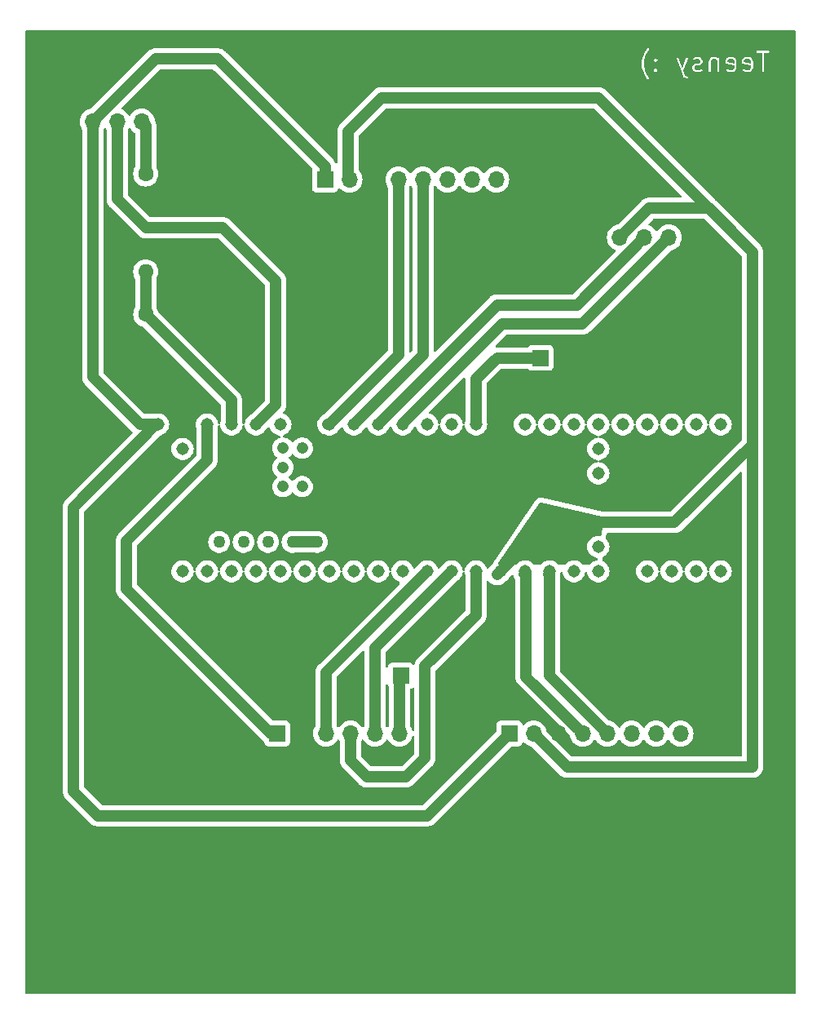
<source format=gbr>
%TF.GenerationSoftware,KiCad,Pcbnew,7.0.7*%
%TF.CreationDate,2024-12-18T18:43:56-03:00*%
%TF.ProjectId,TeensyPCB,5465656e-7379-4504-9342-2e6b69636164,rev?*%
%TF.SameCoordinates,Original*%
%TF.FileFunction,Copper,L2,Bot*%
%TF.FilePolarity,Positive*%
%FSLAX46Y46*%
G04 Gerber Fmt 4.6, Leading zero omitted, Abs format (unit mm)*
G04 Created by KiCad (PCBNEW 7.0.7) date 2024-12-18 18:43:56*
%MOMM*%
%LPD*%
G01*
G04 APERTURE LIST*
%ADD10C,0.200000*%
%TA.AperFunction,ComponentPad*%
%ADD11R,1.700000X1.700000*%
%TD*%
%TA.AperFunction,ComponentPad*%
%ADD12O,1.700000X1.700000*%
%TD*%
%TA.AperFunction,ComponentPad*%
%ADD13C,1.600000*%
%TD*%
%TA.AperFunction,ComponentPad*%
%ADD14O,1.600000X1.600000*%
%TD*%
%TA.AperFunction,ComponentPad*%
%ADD15C,1.308000*%
%TD*%
%TA.AperFunction,ComponentPad*%
%ADD16C,1.258000*%
%TD*%
%TA.AperFunction,ComponentPad*%
%ADD17C,1.208000*%
%TD*%
%TA.AperFunction,Conductor*%
%ADD18C,1.200000*%
%TD*%
%TA.AperFunction,Conductor*%
%ADD19C,0.700000*%
%TD*%
G04 APERTURE END LIST*
D10*
G36*
X23579599Y46418721D02*
G01*
X23649373Y46279172D01*
X23649373Y46043808D01*
X22896992Y46194284D01*
X22896992Y46279173D01*
X22966765Y46418721D01*
X23106314Y46488495D01*
X23440052Y46488495D01*
X23579599Y46418721D01*
G37*
G36*
X25293885Y46418721D02*
G01*
X25363659Y46279172D01*
X25363659Y46043808D01*
X24611278Y46194284D01*
X24611278Y46279173D01*
X24681051Y46418721D01*
X24820600Y46488495D01*
X25154338Y46488495D01*
X25293885Y46418721D01*
G37*
G36*
X27558765Y44108774D02*
G01*
X13744610Y44108774D01*
X13744610Y45826590D01*
X14030324Y45826590D01*
X14033441Y45816996D01*
X14032266Y45806978D01*
X14127504Y45330789D01*
X14130645Y45325193D01*
X14130694Y45318777D01*
X14225932Y45033062D01*
X14230269Y45027186D01*
X14231357Y45019964D01*
X14326595Y44829487D01*
X14331098Y44824915D01*
X14332833Y44818739D01*
X14523309Y44533025D01*
X14531223Y44526772D01*
X14535803Y44517784D01*
X14631041Y44422546D01*
X14686109Y44394488D01*
X14747151Y44404156D01*
X14790853Y44447858D01*
X14800521Y44508900D01*
X14772463Y44563968D01*
X14684224Y44652206D01*
X14502697Y44924497D01*
X14413420Y45103051D01*
X14336185Y45334757D01*
X15269650Y45334757D01*
X15276840Y45320645D01*
X15279318Y45305001D01*
X15290518Y45293800D01*
X15297708Y45279690D01*
X15392946Y45184450D01*
X15407058Y45177258D01*
X15418258Y45166060D01*
X15426226Y45164797D01*
X15432755Y45160055D01*
X15440822Y45160055D01*
X15448013Y45156391D01*
X15463660Y45158869D01*
X15479301Y45156392D01*
X15486490Y45160055D01*
X15494559Y45160055D01*
X15501085Y45164796D01*
X15509056Y45166059D01*
X15520258Y45177261D01*
X15534368Y45184451D01*
X15629606Y45279690D01*
X15636796Y45293801D01*
X15647996Y45305001D01*
X15650473Y45320643D01*
X15657665Y45334757D01*
X15655186Y45350402D01*
X15657664Y45366043D01*
X15650474Y45380153D01*
X15647996Y45395800D01*
X15636795Y45407000D01*
X15629606Y45421111D01*
X15534368Y45516349D01*
X15520255Y45523539D01*
X15509056Y45534739D01*
X15501086Y45536001D01*
X15494559Y45540744D01*
X15486489Y45540744D01*
X15479300Y45544407D01*
X15463656Y45541929D01*
X15448014Y45544407D01*
X15440825Y45540744D01*
X15432755Y45540744D01*
X15426227Y45536001D01*
X15418258Y45534739D01*
X15407058Y45523539D01*
X15392946Y45516349D01*
X15297708Y45421111D01*
X15290518Y45406999D01*
X15279318Y45395800D01*
X15276840Y45380154D01*
X15269650Y45366043D01*
X15272127Y45350400D01*
X15269650Y45334757D01*
X14336185Y45334757D01*
X14322399Y45376114D01*
X14230324Y45836491D01*
X14230324Y46197640D01*
X14267271Y46382376D01*
X15269650Y46382376D01*
X15276840Y46368264D01*
X15279318Y46352620D01*
X15290518Y46341419D01*
X15297708Y46327309D01*
X15392946Y46232069D01*
X15407058Y46224877D01*
X15418258Y46213679D01*
X15426226Y46212416D01*
X15432755Y46207674D01*
X15440822Y46207674D01*
X15448013Y46204010D01*
X15463660Y46206488D01*
X15479301Y46204011D01*
X15486490Y46207674D01*
X15494559Y46207674D01*
X15501085Y46212415D01*
X15509056Y46213678D01*
X15520258Y46224880D01*
X15534368Y46232070D01*
X15629606Y46327309D01*
X15636796Y46341420D01*
X15647996Y46352620D01*
X15650473Y46368262D01*
X15657665Y46382376D01*
X15655186Y46398021D01*
X15657664Y46413662D01*
X15650474Y46427772D01*
X15647996Y46443419D01*
X15636795Y46454619D01*
X15629606Y46468730D01*
X15534368Y46563968D01*
X15520255Y46571158D01*
X15509056Y46582358D01*
X15501086Y46583620D01*
X15494559Y46588363D01*
X15486489Y46588363D01*
X15479300Y46592026D01*
X15463657Y46589548D01*
X15448014Y46592026D01*
X15440825Y46588363D01*
X15432755Y46588363D01*
X15426227Y46583620D01*
X15418258Y46582358D01*
X15407058Y46571158D01*
X15392946Y46563968D01*
X15297708Y46468730D01*
X15290518Y46454618D01*
X15279318Y46443419D01*
X15276840Y46427773D01*
X15269650Y46413662D01*
X15272127Y46398019D01*
X15269650Y46382376D01*
X14267271Y46382376D01*
X14314123Y46616639D01*
X17653414Y46616639D01*
X17655198Y46554861D01*
X18131389Y45221527D01*
X18132585Y45219976D01*
X18132715Y45218022D01*
X18323191Y44741832D01*
X18336142Y44726287D01*
X18345328Y44708260D01*
X18440566Y44613022D01*
X18455008Y44605663D01*
X18466556Y44594290D01*
X18657032Y44499052D01*
X18718146Y44489847D01*
X18772999Y44518323D01*
X18800639Y44573602D01*
X18790507Y44634569D01*
X18746475Y44677938D01*
X18570513Y44765918D01*
X18501263Y44835168D01*
X18332464Y45257165D01*
X18433789Y45540876D01*
X19268420Y45540876D01*
X19275543Y45518952D01*
X19278977Y45496155D01*
X19374215Y45305678D01*
X19374773Y45305110D01*
X19374904Y45304326D01*
X19396405Y45283147D01*
X19417584Y45261646D01*
X19418368Y45261515D01*
X19418936Y45260957D01*
X19609413Y45165718D01*
X19632211Y45162284D01*
X19654135Y45155161D01*
X20035087Y45155161D01*
X20057010Y45162284D01*
X20079809Y45165718D01*
X20258693Y45255161D01*
X20982706Y45255161D01*
X21001804Y45196382D01*
X21051804Y45160055D01*
X21113608Y45160055D01*
X21163608Y45196382D01*
X21182706Y45255161D01*
X21182706Y46279173D01*
X21252479Y46418721D01*
X21392028Y46488495D01*
X21630528Y46488495D01*
X21785373Y46411072D01*
X21839849Y46356596D01*
X21839849Y45255161D01*
X21858947Y45196382D01*
X21908947Y45160055D01*
X21970751Y45160055D01*
X22020751Y45196382D01*
X22039849Y45255161D01*
X22039849Y46112304D01*
X22696992Y46112304D01*
X22698855Y46106567D01*
X22697673Y46100654D01*
X22708258Y46077628D01*
X22716090Y46053525D01*
X22720969Y46049980D01*
X22723488Y46044501D01*
X22745584Y46032095D01*
X22766090Y46017198D01*
X22772122Y46017198D01*
X22777380Y46014246D01*
X23649373Y45839847D01*
X23649373Y45564483D01*
X23579598Y45424934D01*
X23440051Y45355161D01*
X23106314Y45355161D01*
X22936952Y45439843D01*
X22875837Y45449048D01*
X22820985Y45420573D01*
X22793345Y45365294D01*
X22803476Y45304326D01*
X22847508Y45260957D01*
X23037984Y45165719D01*
X23060779Y45162285D01*
X23082706Y45155161D01*
X23463659Y45155161D01*
X23485582Y45162284D01*
X23508381Y45165718D01*
X23698857Y45260957D01*
X23699424Y45261515D01*
X23700209Y45261646D01*
X23721371Y45283132D01*
X23742889Y45304326D01*
X23743019Y45305112D01*
X23743578Y45305679D01*
X23838816Y45496155D01*
X23842249Y45518952D01*
X23849373Y45540876D01*
X23849373Y46112304D01*
X24411278Y46112304D01*
X24413141Y46106567D01*
X24411959Y46100654D01*
X24422544Y46077628D01*
X24430376Y46053525D01*
X24435255Y46049980D01*
X24437774Y46044501D01*
X24459870Y46032095D01*
X24480376Y46017198D01*
X24486408Y46017198D01*
X24491666Y46014246D01*
X25363659Y45839847D01*
X25363659Y45564483D01*
X25293884Y45424934D01*
X25154337Y45355161D01*
X24820600Y45355161D01*
X24651238Y45439843D01*
X24590123Y45449048D01*
X24535271Y45420573D01*
X24507631Y45365294D01*
X24517762Y45304326D01*
X24561794Y45260957D01*
X24752270Y45165719D01*
X24775065Y45162285D01*
X24796992Y45155161D01*
X25177945Y45155161D01*
X25199868Y45162284D01*
X25222667Y45165718D01*
X25413143Y45260957D01*
X25413710Y45261515D01*
X25414495Y45261646D01*
X25435657Y45283132D01*
X25457175Y45304326D01*
X25457305Y45305112D01*
X25457864Y45305679D01*
X25553102Y45496155D01*
X25556535Y45518952D01*
X25563659Y45540876D01*
X25563659Y46302780D01*
X25556535Y46324703D01*
X25553102Y46347501D01*
X25457864Y46537978D01*
X25457305Y46538544D01*
X25457175Y46539331D01*
X25435657Y46560524D01*
X25414495Y46582011D01*
X25413710Y46582141D01*
X25413143Y46582700D01*
X25222666Y46677938D01*
X25199868Y46681371D01*
X25177945Y46688495D01*
X24796992Y46688495D01*
X24775068Y46681371D01*
X24752271Y46677938D01*
X24561795Y46582700D01*
X24561228Y46582141D01*
X24560442Y46582011D01*
X24539248Y46560493D01*
X24517762Y46539331D01*
X24517631Y46538546D01*
X24517073Y46537979D01*
X24421835Y46347501D01*
X24418401Y46324703D01*
X24411278Y46302780D01*
X24411278Y46112304D01*
X23849373Y46112304D01*
X23849373Y46302780D01*
X23842249Y46324703D01*
X23838816Y46347501D01*
X23743578Y46537978D01*
X23743019Y46538544D01*
X23742889Y46539331D01*
X23721371Y46560524D01*
X23700209Y46582011D01*
X23699424Y46582141D01*
X23698857Y46582700D01*
X23508380Y46677938D01*
X23485582Y46681371D01*
X23463659Y46688495D01*
X23082706Y46688495D01*
X23060782Y46681371D01*
X23037985Y46677938D01*
X22847509Y46582700D01*
X22846942Y46582141D01*
X22846156Y46582011D01*
X22824962Y46560493D01*
X22803476Y46539331D01*
X22803345Y46538546D01*
X22802787Y46537979D01*
X22707549Y46347501D01*
X22704115Y46324703D01*
X22696992Y46302780D01*
X22696992Y46112304D01*
X22039849Y46112304D01*
X22039849Y46588495D01*
X22020751Y46647274D01*
X21970751Y46683601D01*
X21908947Y46683601D01*
X21858947Y46647274D01*
X21845144Y46604794D01*
X21698856Y46677938D01*
X21676058Y46681371D01*
X21654135Y46688495D01*
X21368420Y46688495D01*
X21346496Y46681371D01*
X21323699Y46677938D01*
X21133223Y46582700D01*
X21132656Y46582141D01*
X21131870Y46582011D01*
X21110676Y46560493D01*
X21089190Y46539331D01*
X21089059Y46538546D01*
X21088501Y46537979D01*
X20993263Y46347501D01*
X20989829Y46324703D01*
X20982706Y46302780D01*
X20982706Y45255161D01*
X20258693Y45255161D01*
X20270285Y45260957D01*
X20314317Y45304326D01*
X20324448Y45365293D01*
X20296808Y45420573D01*
X20241956Y45449048D01*
X20180841Y45439842D01*
X20011479Y45355161D01*
X19677743Y45355161D01*
X19538193Y45424936D01*
X19468420Y45564483D01*
X19468420Y45612507D01*
X19538193Y45752054D01*
X19677743Y45821828D01*
X19939849Y45821828D01*
X19961772Y45828951D01*
X19984570Y45832385D01*
X20175047Y45927623D01*
X20175614Y45928181D01*
X20176399Y45928312D01*
X20197561Y45949798D01*
X20219079Y45970992D01*
X20219209Y45971778D01*
X20219768Y45972345D01*
X20315006Y46162821D01*
X20318439Y46185618D01*
X20325563Y46207542D01*
X20325563Y46302780D01*
X20318439Y46324703D01*
X20315006Y46347501D01*
X20219768Y46537978D01*
X20219209Y46538544D01*
X20219079Y46539331D01*
X20197561Y46560524D01*
X20176399Y46582011D01*
X20175614Y46582141D01*
X20175047Y46582700D01*
X19984570Y46677938D01*
X19961772Y46681371D01*
X19939849Y46688495D01*
X19654135Y46688495D01*
X19632211Y46681371D01*
X19609414Y46677938D01*
X19418937Y46582700D01*
X19374904Y46539331D01*
X19364773Y46478364D01*
X19392412Y46423085D01*
X19447265Y46394609D01*
X19508379Y46403814D01*
X19677743Y46488495D01*
X19916242Y46488495D01*
X20055789Y46418721D01*
X20125563Y46279172D01*
X20125563Y46231149D01*
X20055789Y46091601D01*
X19916242Y46021828D01*
X19654135Y46021828D01*
X19632211Y46014704D01*
X19609414Y46011271D01*
X19418937Y45916033D01*
X19418370Y45915474D01*
X19417584Y45915344D01*
X19396390Y45893826D01*
X19374904Y45872664D01*
X19374773Y45871879D01*
X19374215Y45871312D01*
X19278977Y45680835D01*
X19275543Y45658037D01*
X19268420Y45636114D01*
X19268420Y45540876D01*
X18433789Y45540876D01*
X18795927Y46554862D01*
X18797711Y46616640D01*
X18762842Y46667667D01*
X18704639Y46688454D01*
X18645334Y46671060D01*
X18607579Y46622129D01*
X18225562Y45552482D01*
X17843546Y46622129D01*
X17805791Y46671060D01*
X17746486Y46688454D01*
X17688283Y46667667D01*
X17653414Y46616639D01*
X14314123Y46616639D01*
X14322399Y46658018D01*
X14413420Y46931080D01*
X14502697Y47109634D01*
X14579113Y47224259D01*
X25939982Y47224259D01*
X25976309Y47174259D01*
X26035088Y47155161D01*
X26506517Y47155161D01*
X26506517Y45255161D01*
X26525615Y45196382D01*
X26575615Y45160055D01*
X26637419Y45160055D01*
X26687419Y45196382D01*
X26706517Y45255161D01*
X26706517Y47155161D01*
X27177945Y47155161D01*
X27236724Y47174259D01*
X27273051Y47224259D01*
X27273051Y47286063D01*
X27236724Y47336063D01*
X27177945Y47355161D01*
X26035088Y47355161D01*
X25976309Y47336063D01*
X25939982Y47286063D01*
X25939982Y47224259D01*
X14579113Y47224259D01*
X14684225Y47381927D01*
X14772463Y47470165D01*
X14800521Y47525233D01*
X14790853Y47586275D01*
X14747151Y47629977D01*
X14686109Y47639645D01*
X14631041Y47611587D01*
X14535803Y47516349D01*
X14531223Y47507360D01*
X14523309Y47501108D01*
X14332833Y47215393D01*
X14331098Y47209216D01*
X14326595Y47204645D01*
X14231357Y47014168D01*
X14230269Y47006945D01*
X14225932Y47001070D01*
X14130694Y46715356D01*
X14130645Y46708939D01*
X14127504Y46703344D01*
X14032266Y46227154D01*
X14033441Y46217135D01*
X14030324Y46207542D01*
X14030324Y45826590D01*
X13744610Y45826590D01*
X13744610Y47925359D01*
X27558765Y47925359D01*
X27558765Y44108774D01*
G37*
D11*
%TO.P,J3,1,Pin_1*%
%TO.N,5V*%
X260000Y-23500000D03*
D12*
%TO.P,J3,2,Pin_2*%
%TO.N,3V3*%
X2800000Y-23500000D03*
%TO.P,J3,3,Pin_3*%
%TO.N,GND*%
X5340000Y-23500000D03*
%TO.P,J3,4,Pin_4*%
%TO.N,Net-(J3-Pin_4)*%
X7880000Y-23500000D03*
%TO.P,J3,5,Pin_5*%
%TO.N,Net-(J3-Pin_5)*%
X10420000Y-23500000D03*
%TO.P,J3,6,Pin_6*%
%TO.N,unconnected-(J3-Pin_6-Pad6)*%
X12960000Y-23500000D03*
%TO.P,J3,7,Pin_7*%
%TO.N,unconnected-(J3-Pin_7-Pad7)*%
X15500000Y-23500000D03*
%TO.P,J3,8,Pin_8*%
%TO.N,unconnected-(J3-Pin_8-Pad8)*%
X18040000Y-23500000D03*
%TD*%
D13*
%TO.P,R5,1*%
%TO.N,Net-(J8-Pin_2)*%
X-37500000Y34580000D03*
D14*
%TO.P,R5,2*%
%TO.N,Net-(U1-A9)*%
X-37500000Y24420000D03*
%TD*%
D11*
%TO.P,J5,1,Pin_1*%
%TO.N,3V3*%
X-23850200Y-23474800D03*
D12*
%TO.P,J5,2,Pin_2*%
%TO.N,GND*%
X-21310200Y-23474800D03*
%TO.P,J5,3,Pin_3*%
%TO.N,Net-(J5-Pin_3)*%
X-18770200Y-23474800D03*
%TO.P,J5,4,Pin_4*%
%TO.N,Net-(J5-Pin_4)*%
X-16230200Y-23474800D03*
%TO.P,J5,5,Pin_5*%
%TO.N,Net-(J5-Pin_5)*%
X-13690200Y-23474800D03*
%TO.P,J5,6,Pin_6*%
%TO.N,Net-(J2-Pin_1)*%
X-11150200Y-23474800D03*
%TD*%
D15*
%TO.P,U1,0,RX1*%
%TO.N,unconnected-(U1-RX1-Pad0)*%
X-33680000Y-6660000D03*
%TO.P,U1,1,TX1*%
%TO.N,unconnected-(U1-TX1-Pad1)*%
X-31140000Y-6660000D03*
%TO.P,U1,2,OUT2*%
%TO.N,unconnected-(U1-OUT2-Pad2)*%
X-28600000Y-6660000D03*
%TO.P,U1,3,LRCLK2*%
%TO.N,unconnected-(U1-LRCLK2-Pad3)*%
X-26060000Y-6660000D03*
%TO.P,U1,3.3V_1,3.3V*%
%TO.N,3V3*%
X-660000Y-6660000D03*
%TO.P,U1,3.3V_2,3.3V*%
X-31140000Y8580000D03*
%TO.P,U1,3.3V_3,3.3V*%
X9500000Y-1580000D03*
%TO.P,U1,4,BCLK2*%
%TO.N,unconnected-(U1-BCLK2-Pad4)*%
X-23520000Y-6660000D03*
%TO.P,U1,5,IN2*%
%TO.N,unconnected-(U1-IN2-Pad5)*%
X-20980000Y-6660000D03*
D16*
%TO.P,U1,5V,5V*%
%TO.N,unconnected-(U1-Pad5V)*%
X-29870000Y-3610000D03*
D15*
%TO.P,U1,6,OUT1D*%
%TO.N,unconnected-(U1-OUT1D-Pad6)*%
X-18440000Y-6660000D03*
%TO.P,U1,7,RX2*%
%TO.N,unconnected-(U1-RX2-Pad7)*%
X-15900000Y-6660000D03*
%TO.P,U1,8,TX2*%
%TO.N,unconnected-(U1-TX2-Pad8)*%
X-13360000Y-6660000D03*
%TO.P,U1,9,OUT1C*%
%TO.N,unconnected-(U1-OUT1C-Pad9)*%
X-10820000Y-6660000D03*
%TO.P,U1,10,CS1*%
%TO.N,Net-(J5-Pin_3)*%
X-8280000Y-6660000D03*
%TO.P,U1,11,MOSI*%
%TO.N,Net-(J5-Pin_5)*%
X-5740000Y-6660000D03*
%TO.P,U1,12,MISO*%
%TO.N,Net-(J5-Pin_4)*%
X-3200000Y-6660000D03*
%TO.P,U1,13,SCK*%
%TO.N,Net-(J4-Pin_1)*%
X-3200000Y8580000D03*
%TO.P,U1,14,A0*%
%TO.N,unconnected-(U1-A0-Pad14)*%
X-5740000Y8580000D03*
%TO.P,U1,15,A1*%
%TO.N,unconnected-(U1-A1-Pad15)*%
X-8280000Y8580000D03*
%TO.P,U1,16,A2*%
%TO.N,Net-(J9-Pin_4)*%
X-10820000Y8580000D03*
%TO.P,U1,17,A3*%
%TO.N,Net-(J9-Pin_3)*%
X-13360000Y8580000D03*
%TO.P,U1,18,A4*%
%TO.N,Net-(J1-Pin_5)*%
X-15900000Y8580000D03*
%TO.P,U1,19,A5*%
%TO.N,Net-(J1-Pin_4)*%
X-18440000Y8580000D03*
%TO.P,U1,20,A6*%
%TO.N,GND*%
X-20980000Y8580000D03*
%TO.P,U1,21,A7*%
%TO.N,unconnected-(U1-A7-Pad21)*%
X-23520000Y8580000D03*
%TO.P,U1,22,A8*%
%TO.N,Net-(J8-Pin_3)*%
X-26060000Y8580000D03*
%TO.P,U1,23,A9*%
%TO.N,Net-(U1-A9)*%
X-28600000Y8580000D03*
%TO.P,U1,24,A10*%
%TO.N,Net-(J3-Pin_4)*%
X1880000Y-6660000D03*
%TO.P,U1,25,A11*%
%TO.N,Net-(J3-Pin_5)*%
X4420000Y-6660000D03*
%TO.P,U1,26,A12*%
%TO.N,unconnected-(U1-A12-Pad26)*%
X6960000Y-6660000D03*
%TO.P,U1,27,A13*%
%TO.N,unconnected-(U1-A13-Pad27)*%
X9500000Y-6660000D03*
%TO.P,U1,28,RX7*%
%TO.N,GND*%
X12040000Y-6660000D03*
%TO.P,U1,29,TX7*%
%TO.N,unconnected-(U1-TX7-Pad29)*%
X14580000Y-6660000D03*
%TO.P,U1,30,CRX3*%
%TO.N,unconnected-(U1-CRX3-Pad30)*%
X17120000Y-6660000D03*
%TO.P,U1,31,CTX3*%
%TO.N,unconnected-(U1-CTX3-Pad31)*%
X19660000Y-6660000D03*
%TO.P,U1,32,OUT1B*%
%TO.N,unconnected-(U1-OUT1B-Pad32)*%
X22200000Y-6660000D03*
%TO.P,U1,33,MCLK2*%
%TO.N,unconnected-(U1-MCLK2-Pad33)*%
X22200000Y8580000D03*
%TO.P,U1,34,RX8*%
%TO.N,unconnected-(U1-RX8-Pad34)*%
X19660000Y8580000D03*
%TO.P,U1,35,TX8*%
%TO.N,unconnected-(U1-TX8-Pad35)*%
X17120000Y8580000D03*
%TO.P,U1,36,CS2*%
%TO.N,unconnected-(U1-CS2-Pad36)*%
X14580000Y8580000D03*
%TO.P,U1,37,CS3*%
%TO.N,unconnected-(U1-CS3-Pad37)*%
X12040000Y8580000D03*
%TO.P,U1,38,A14*%
%TO.N,unconnected-(U1-A14-Pad38)*%
X9500000Y8580000D03*
%TO.P,U1,39,A15*%
%TO.N,unconnected-(U1-A15-Pad39)*%
X6960000Y8580000D03*
%TO.P,U1,40,A16*%
%TO.N,unconnected-(U1-A16-Pad40)*%
X4420000Y8580000D03*
%TO.P,U1,41,A17*%
%TO.N,unconnected-(U1-A17-Pad41)*%
X1880000Y8580000D03*
D16*
%TO.P,U1,D+,D+*%
%TO.N,unconnected-(U1-PadD+)*%
X-24790000Y-3610000D03*
%TO.P,U1,D-,D-*%
%TO.N,unconnected-(U1-PadD-)*%
X-27330000Y-3610000D03*
D15*
%TO.P,U1,GND1,GND*%
%TO.N,GND*%
X-36220000Y-6660000D03*
%TO.P,U1,GND2,GND*%
X-660000Y8580000D03*
%TO.P,U1,GND3,GND*%
X-33680000Y8580000D03*
%TO.P,U1,GND4,GND*%
X9500000Y960000D03*
D17*
%TO.P,U1,GND5,GND*%
X-21250000Y4130000D03*
%TO.P,U1,LED,LED*%
%TO.N,unconnected-(U1-PadLED)*%
X-23250000Y4130000D03*
D15*
%TO.P,U1,ON/OFF,ON/OFF*%
%TO.N,unconnected-(U1-PadON{slash}OFF)*%
X9500000Y6040000D03*
%TO.P,U1,PROGRAM,PROGRAM*%
%TO.N,unconnected-(U1-PadPROGRAM)*%
X9500000Y3500000D03*
D17*
%TO.P,U1,R+,R+*%
%TO.N,unconnected-(U1-PadR+)*%
X-23250000Y6130000D03*
%TO.P,U1,R-,R-*%
%TO.N,unconnected-(U1-PadR-)*%
X-21250000Y6130000D03*
%TO.P,U1,T+,T+*%
%TO.N,unconnected-(U1-PadT+)*%
X-21250000Y2130000D03*
%TO.P,U1,T-,T-*%
%TO.N,unconnected-(U1-PadT-)*%
X-23250000Y2130000D03*
D16*
%TO.P,U1,USB_GND1,USB_GND*%
%TO.N,Net-(U1-USB_GND-PadUSB_GND1)*%
X-22250000Y-3610000D03*
%TO.P,U1,USB_GND2,USB_GND*%
X-19710000Y-3610000D03*
D15*
%TO.P,U1,VBAT,VBAT*%
%TO.N,unconnected-(U1-PadVBAT)*%
X9500000Y-4120000D03*
%TO.P,U1,VIN,VIN*%
%TO.N,5V*%
X-36220000Y8580000D03*
%TO.P,U1,VUSB,VUSB*%
%TO.N,unconnected-(U1-PadVUSB)*%
X-33680000Y6040000D03*
%TD*%
D13*
%TO.P,R6,1*%
%TO.N,Net-(U1-A9)*%
X-37500000Y20000000D03*
D14*
%TO.P,R6,2*%
%TO.N,GND*%
X-27340000Y20000000D03*
%TD*%
D11*
%TO.P,J2,1,Pin_1*%
%TO.N,Net-(J2-Pin_1)*%
X-11000000Y-17500000D03*
%TD*%
%TO.P,J8,1,Pin_1*%
%TO.N,GND*%
X-35380000Y40000000D03*
D12*
%TO.P,J8,2,Pin_2*%
%TO.N,Net-(J8-Pin_2)*%
X-37920000Y40000000D03*
%TO.P,J8,3,Pin_3*%
%TO.N,Net-(J8-Pin_3)*%
X-40460000Y40000000D03*
%TO.P,J8,4,Pin_4*%
%TO.N,5V*%
X-43000000Y40000000D03*
%TD*%
D11*
%TO.P,J4,1,Pin_1*%
%TO.N,Net-(J4-Pin_1)*%
X3500000Y15500000D03*
%TD*%
%TO.P,J1,1,Pin_1*%
%TO.N,5V*%
X-18875000Y34000000D03*
D12*
%TO.P,J1,2,Pin_2*%
%TO.N,3V3*%
X-16335000Y34000000D03*
%TO.P,J1,3,Pin_3*%
%TO.N,GND*%
X-13795000Y34000000D03*
%TO.P,J1,4,Pin_4*%
%TO.N,Net-(J1-Pin_4)*%
X-11255000Y34000000D03*
%TO.P,J1,5,Pin_5*%
%TO.N,Net-(J1-Pin_5)*%
X-8715000Y34000000D03*
%TO.P,J1,6,Pin_6*%
%TO.N,unconnected-(J1-Pin_6-Pad6)*%
X-6175000Y34000000D03*
%TO.P,J1,7,Pin_7*%
%TO.N,unconnected-(J1-Pin_7-Pad7)*%
X-3635000Y34000000D03*
%TO.P,J1,8,Pin_8*%
%TO.N,unconnected-(J1-Pin_8-Pad8)*%
X-1095000Y34000000D03*
%TD*%
D11*
%TO.P,J9,1,Pin_1*%
%TO.N,GND*%
X9200000Y28000000D03*
D12*
%TO.P,J9,2,Pin_2*%
%TO.N,3V3*%
X11740000Y28000000D03*
%TO.P,J9,3,Pin_3*%
%TO.N,Net-(J9-Pin_3)*%
X14280000Y28000000D03*
%TO.P,J9,4,Pin_4*%
%TO.N,Net-(J9-Pin_4)*%
X16820000Y28000000D03*
%TD*%
D18*
%TO.N,3V3*%
X-16335000Y34000000D02*
X-16500000Y34165000D01*
X-13000000Y42500000D02*
X9500000Y42500000D01*
X-16500000Y34165000D02*
X-16500000Y39000000D01*
X-16500000Y39000000D02*
X-13000000Y42500000D01*
X9500000Y42500000D02*
X23750000Y28250000D01*
%TO.N,5V*%
X-36220000Y8580000D02*
X-36420000Y8580000D01*
X-45000000Y0D02*
X-45000000Y-29500000D01*
X-42500000Y-32000000D02*
X-8240000Y-32000000D01*
X-45000000Y-29500000D02*
X-42500000Y-32000000D01*
X-36420000Y8580000D02*
X-45000000Y0D01*
X-8240000Y-32000000D02*
X260000Y-23500000D01*
%TO.N,Net-(J3-Pin_5)*%
X4420000Y-6660000D02*
X4420000Y-17500000D01*
X4420000Y-17500000D02*
X10420000Y-23500000D01*
%TO.N,Net-(J3-Pin_4)*%
X2000000Y-6780000D02*
X2000000Y-17620000D01*
X2000000Y-17620000D02*
X7880000Y-23500000D01*
%TO.N,3V3*%
X25500000Y-27000000D02*
X6300000Y-27000000D01*
X6300000Y-27000000D02*
X2800000Y-23500000D01*
%TO.N,Net-(J8-Pin_3)*%
X-26060000Y8580000D02*
X-24000000Y10640000D01*
X-40460000Y31960000D02*
X-40460000Y40000000D01*
X-24000000Y10640000D02*
X-24000000Y23500000D01*
X-24000000Y23500000D02*
X-29500000Y29000000D01*
X-29500000Y29000000D02*
X-37500000Y29000000D01*
X-37500000Y29000000D02*
X-40460000Y31960000D01*
%TO.N,5V*%
X-43000000Y40000000D02*
X-43000000Y13500000D01*
X-43000000Y13500000D02*
X-38080000Y8580000D01*
X-38080000Y8580000D02*
X-36220000Y8580000D01*
%TO.N,3V3*%
X25500000Y6500000D02*
X25500000Y-27000000D01*
%TO.N,Net-(J5-Pin_4)*%
X-16230200Y-26269800D02*
X-14500000Y-28000000D01*
X-3200000Y-11200000D02*
X-3200000Y-6660000D01*
X-14500000Y-28000000D02*
X-10500000Y-28000000D01*
X-10500000Y-28000000D02*
X-8500000Y-26000000D01*
X-16230200Y-23474800D02*
X-16230200Y-26269800D01*
X-8500000Y-26000000D02*
X-8500000Y-16500000D01*
X-8500000Y-16500000D02*
X-3200000Y-11200000D01*
%TO.N,5V*%
X-36500000Y46500000D02*
X-30000000Y46500000D01*
%TO.N,Net-(J9-Pin_3)*%
X-1000000Y21000000D02*
X7280000Y21000000D01*
X7280000Y21000000D02*
X14280000Y28000000D01*
%TO.N,Net-(J9-Pin_4)*%
X-500000Y19000000D02*
X7820000Y19000000D01*
X7820000Y19000000D02*
X16820000Y28000000D01*
X-10820000Y8680000D02*
X-500000Y19000000D01*
X-10820000Y8580000D02*
X-10820000Y8680000D01*
%TO.N,Net-(J9-Pin_3)*%
X-13360000Y8580000D02*
X-13360000Y8640000D01*
X-13360000Y8640000D02*
X-1000000Y21000000D01*
%TO.N,3V3*%
X21000000Y31000000D02*
X14740000Y31000000D01*
X14740000Y31000000D02*
X11740000Y28000000D01*
%TO.N,Net-(J1-Pin_5)*%
X-8715000Y34000000D02*
X-8715000Y15765000D01*
X-8715000Y15765000D02*
X-15900000Y8580000D01*
%TO.N,Net-(J1-Pin_4)*%
X-11255000Y34000000D02*
X-11255000Y15765000D01*
X-11255000Y15765000D02*
X-18440000Y8580000D01*
%TO.N,3V3*%
X23750000Y28250000D02*
X25500000Y26500000D01*
X21000000Y31000000D02*
X23750000Y28250000D01*
X25500000Y6500000D02*
X17420000Y-1580000D01*
X25500000Y26500000D02*
X25500000Y6500000D01*
X17420000Y-1580000D02*
X9500000Y-1580000D01*
%TO.N,5V*%
X-30000000Y46500000D02*
X-18875000Y35375000D01*
X-18875000Y35375000D02*
X-18875000Y34000000D01*
X-43000000Y40000000D02*
X-36500000Y46500000D01*
%TO.N,Net-(J4-Pin_1)*%
X-3200000Y13300000D02*
X-1000000Y15500000D01*
X-1000000Y15500000D02*
X3500000Y15500000D01*
%TO.N,Net-(U1-A9)*%
X-28600000Y8580000D02*
X-28600000Y11100000D01*
X-28600000Y11100000D02*
X-37500000Y20000000D01*
X-37500000Y24420000D02*
X-37500000Y20000000D01*
%TO.N,Net-(J8-Pin_2)*%
X-37500000Y34580000D02*
X-37500000Y39580000D01*
X-37500000Y39580000D02*
X-37920000Y40000000D01*
D19*
%TO.N,unconnected-(U1-CTX3-Pad31)*%
X19685400Y-6685400D02*
X19660000Y-6660000D01*
D18*
%TO.N,3V3*%
X-24525200Y-23474800D02*
X-23850200Y-23474800D01*
X-39500000Y-3500000D02*
X-39500000Y-8500000D01*
X-39500000Y-8500000D02*
X-24525200Y-23474800D01*
X-31140000Y4860000D02*
X-39500000Y-3500000D01*
X4420000Y-1580000D02*
X9500000Y-1580000D01*
X-660000Y-6660000D02*
X4420000Y-1580000D01*
X-1000000Y-7000000D02*
X-660000Y-6660000D01*
D19*
X-939400Y-6939400D02*
X-660000Y-6660000D01*
D18*
X-31140000Y8580000D02*
X-31140000Y4860000D01*
D19*
X-23850200Y-23474800D02*
X-24586800Y-23474800D01*
%TO.N,Net-(J5-Pin_3)*%
X-8280000Y-6720000D02*
X-8280000Y-6660000D01*
X-8203800Y-6736200D02*
X-8280000Y-6660000D01*
D18*
X-18770200Y-17150200D02*
X-8280000Y-6660000D01*
X-18770200Y-23474800D02*
X-18770200Y-17150200D01*
%TO.N,Net-(J5-Pin_5)*%
X-13690200Y-14610200D02*
X-5740000Y-6660000D01*
X-13690200Y-23474800D02*
X-13690200Y-14610200D01*
D19*
%TO.N,Net-(J3-Pin_4)*%
X1549800Y-6990200D02*
X1880000Y-6660000D01*
D18*
X2000000Y-6780000D02*
X1880000Y-6660000D01*
D19*
%TO.N,Net-(J3-Pin_5)*%
X4115200Y-6964800D02*
X4420000Y-6660000D01*
D18*
%TO.N,Net-(U1-USB_GND-PadUSB_GND1)*%
X-22250000Y-3610000D02*
X-19710000Y-3610000D01*
%TO.N,Net-(J2-Pin_1)*%
X-11150200Y-23474800D02*
X-11150200Y-17650200D01*
X-11150200Y-17650200D02*
X-11000000Y-17500000D01*
%TO.N,Net-(J4-Pin_1)*%
X-3200000Y8580000D02*
X-3200000Y13300000D01*
%TO.N,Net-(J1-Pin_4)*%
X-18440000Y8580000D02*
X-18580000Y8580000D01*
%TD*%
%TA.AperFunction,Conductor*%
%TO.N,3V3*%
G36*
X3581957Y481086D02*
G01*
X7665984Y-461381D01*
X9893637Y-975454D01*
X9954532Y-1009709D01*
X9987242Y-1071450D01*
X9989138Y-1108618D01*
X9813280Y-2867190D01*
X9787022Y-2931938D01*
X9729927Y-2972211D01*
X9667111Y-2976740D01*
X9635493Y-2970830D01*
X9606980Y-2965500D01*
X9393020Y-2965500D01*
X9182703Y-3004815D01*
X9056533Y-3053693D01*
X8983192Y-3082106D01*
X8983186Y-3082108D01*
X8801286Y-3194736D01*
X8801283Y-3194738D01*
X8801279Y-3194740D01*
X8801278Y-3194742D01*
X8643159Y-3338886D01*
X8643158Y-3338887D01*
X8514219Y-3509629D01*
X8418849Y-3701158D01*
X8418846Y-3701164D01*
X8360296Y-3906949D01*
X8360295Y-3906952D01*
X8340554Y-4119999D01*
X8340554Y-4120000D01*
X8360295Y-4333047D01*
X8360296Y-4333050D01*
X8418846Y-4538835D01*
X8418849Y-4538840D01*
X8514219Y-4730370D01*
X8643159Y-4901114D01*
X8801278Y-5045258D01*
X8801283Y-5045261D01*
X8801286Y-5045263D01*
X8983186Y-5157891D01*
X8983187Y-5157891D01*
X8983190Y-5157893D01*
X9182703Y-5235185D01*
X9358845Y-5268111D01*
X9421125Y-5299779D01*
X9456398Y-5360092D01*
X9453464Y-5429900D01*
X9413255Y-5487040D01*
X9358845Y-5511888D01*
X9182703Y-5544815D01*
X9056533Y-5593693D01*
X8983192Y-5622106D01*
X8983186Y-5622108D01*
X8801286Y-5734736D01*
X8801283Y-5734738D01*
X8801279Y-5734740D01*
X8801278Y-5734742D01*
X8723750Y-5805418D01*
X8643158Y-5878887D01*
X8588907Y-5950727D01*
X8532798Y-5992363D01*
X8489953Y-6000000D01*
X7970047Y-6000000D01*
X7903008Y-5980315D01*
X7871093Y-5950727D01*
X7853561Y-5927511D01*
X7816841Y-5878886D01*
X7658722Y-5734742D01*
X7658716Y-5734738D01*
X7658713Y-5734736D01*
X7476813Y-5622108D01*
X7476807Y-5622106D01*
X7277297Y-5544815D01*
X7066980Y-5505500D01*
X6853020Y-5505500D01*
X6642703Y-5544815D01*
X6516533Y-5593693D01*
X6443192Y-5622106D01*
X6443186Y-5622108D01*
X6261286Y-5734736D01*
X6261283Y-5734738D01*
X6261279Y-5734740D01*
X6261278Y-5734742D01*
X6183750Y-5805418D01*
X6103158Y-5878887D01*
X6048907Y-5950727D01*
X5992798Y-5992363D01*
X5949953Y-6000000D01*
X5430047Y-6000000D01*
X5363008Y-5980315D01*
X5331093Y-5950727D01*
X5313561Y-5927511D01*
X5276841Y-5878886D01*
X5118722Y-5734742D01*
X5118716Y-5734738D01*
X5118713Y-5734736D01*
X4936813Y-5622108D01*
X4936807Y-5622106D01*
X4737297Y-5544815D01*
X4526980Y-5505500D01*
X4313020Y-5505500D01*
X4102703Y-5544815D01*
X3976533Y-5593693D01*
X3903192Y-5622106D01*
X3903186Y-5622108D01*
X3721286Y-5734736D01*
X3721283Y-5734738D01*
X3721279Y-5734740D01*
X3721278Y-5734742D01*
X3643750Y-5805418D01*
X3563158Y-5878887D01*
X3508907Y-5950727D01*
X3452798Y-5992363D01*
X3409953Y-6000000D01*
X2890047Y-6000000D01*
X2823008Y-5980315D01*
X2791093Y-5950727D01*
X2773561Y-5927511D01*
X2736841Y-5878886D01*
X2578722Y-5734742D01*
X2578716Y-5734738D01*
X2578713Y-5734736D01*
X2396813Y-5622108D01*
X2396807Y-5622106D01*
X2197297Y-5544815D01*
X1986980Y-5505500D01*
X1773020Y-5505500D01*
X1562703Y-5544815D01*
X1436533Y-5593693D01*
X1363192Y-5622106D01*
X1363186Y-5622108D01*
X1181286Y-5734736D01*
X1181283Y-5734738D01*
X1181279Y-5734740D01*
X1181278Y-5734742D01*
X1103750Y-5805418D01*
X1023158Y-5878887D01*
X968907Y-5950727D01*
X912798Y-5992363D01*
X869953Y-6000000D01*
X-763337Y-6000000D01*
X-830376Y-5980315D01*
X-876131Y-5927511D01*
X-886075Y-5858353D01*
X-865289Y-5805418D01*
X3452122Y430843D01*
X3506466Y474758D01*
X3575925Y482320D01*
X3581957Y481086D01*
G37*
%TD.AperFunction*%
%TD*%
%TA.AperFunction,Conductor*%
%TO.N,GND*%
G36*
X-30440165Y45379815D02*
G01*
X-30419523Y45363181D01*
X-20219678Y35163336D01*
X-20186193Y35102013D01*
X-20191176Y35032325D01*
X-20219091Y34957483D01*
X-20225500Y34897873D01*
X-20225499Y34000000D01*
X-20225499Y33102129D01*
X-20225498Y33102123D01*
X-20219091Y33042516D01*
X-20168797Y32907671D01*
X-20168793Y32907664D01*
X-20082547Y32792455D01*
X-20082544Y32792452D01*
X-19967335Y32706206D01*
X-19967328Y32706202D01*
X-19832482Y32655908D01*
X-19832483Y32655908D01*
X-19772883Y32649501D01*
X-19772881Y32649500D01*
X-19772873Y32649500D01*
X-19772864Y32649500D01*
X-17977129Y32649500D01*
X-17977123Y32649501D01*
X-17917516Y32655908D01*
X-17782671Y32706202D01*
X-17782664Y32706206D01*
X-17667455Y32792452D01*
X-17667452Y32792455D01*
X-17581206Y32907664D01*
X-17581203Y32907669D01*
X-17532189Y33039083D01*
X-17490317Y33095016D01*
X-17424853Y33119433D01*
X-17356580Y33104581D01*
X-17328326Y33083430D01*
X-17206402Y32961506D01*
X-17206395Y32961501D01*
X-17012834Y32825967D01*
X-17012830Y32825965D01*
X-16798663Y32726097D01*
X-16798659Y32726096D01*
X-16798655Y32726094D01*
X-16570413Y32664938D01*
X-16570403Y32664936D01*
X-16335001Y32644341D01*
X-16335000Y32644341D01*
X-16334999Y32644341D01*
X-16099596Y32664936D01*
X-16099586Y32664938D01*
X-15871344Y32726094D01*
X-15871335Y32726098D01*
X-15657169Y32825965D01*
X-15657165Y32825967D01*
X-15463604Y32961501D01*
X-15463597Y32961506D01*
X-15296506Y33128597D01*
X-15296501Y33128604D01*
X-15160967Y33322165D01*
X-15160965Y33322169D01*
X-15061098Y33536335D01*
X-15061094Y33536344D01*
X-14999938Y33764586D01*
X-14999936Y33764596D01*
X-14979341Y33999999D01*
X-14979341Y34000000D01*
X-14999936Y34235403D01*
X-14999938Y34235413D01*
X-15061094Y34463655D01*
X-15061096Y34463659D01*
X-15061097Y34463663D01*
X-15141003Y34635021D01*
X-15160964Y34677828D01*
X-15160965Y34677830D01*
X-15296503Y34871399D01*
X-15322987Y34897883D01*
X-15363181Y34938077D01*
X-15396665Y34999398D01*
X-15399499Y35025757D01*
X-15399499Y38492795D01*
X-15379814Y38559834D01*
X-15363180Y38580476D01*
X-12580477Y41363181D01*
X-12519154Y41396666D01*
X-12492796Y41399500D01*
X8992796Y41399500D01*
X9059835Y41379815D01*
X9080477Y41363181D01*
X18131477Y32312181D01*
X18164962Y32250858D01*
X18159978Y32181166D01*
X18118106Y32125233D01*
X18052642Y32100816D01*
X18043796Y32100500D01*
X14842238Y32100500D01*
X14821674Y32102216D01*
X14818867Y32102689D01*
X14728959Y32100548D01*
X14726916Y32100500D01*
X14687575Y32100500D01*
X14676708Y32099462D01*
X14672308Y32099199D01*
X14608756Y32097687D01*
X14573742Y32090069D01*
X14566463Y32088934D01*
X14530782Y32085528D01*
X14469784Y32067617D01*
X14465505Y32066525D01*
X14403388Y32053013D01*
X14370434Y32038901D01*
X14363507Y32036411D01*
X14329125Y32026316D01*
X14272617Y31997184D01*
X14268625Y31995303D01*
X14210188Y31970279D01*
X14180506Y31950190D01*
X14174183Y31946438D01*
X14142318Y31930011D01*
X14094363Y31892298D01*
X14092344Y31890710D01*
X14088767Y31888099D01*
X14036136Y31852478D01*
X14010788Y31827130D01*
X14005283Y31822245D01*
X13977114Y31800092D01*
X13977112Y31800090D01*
X13935483Y31752048D01*
X13932466Y31748808D01*
X11547386Y29363728D01*
X11491800Y29331635D01*
X11276337Y29273903D01*
X11062171Y29174035D01*
X11062169Y29174034D01*
X10868597Y29038494D01*
X10701505Y28871402D01*
X10565965Y28677830D01*
X10565964Y28677828D01*
X10546003Y28635021D01*
X10466097Y28463663D01*
X10466096Y28463659D01*
X10466094Y28463655D01*
X10404938Y28235413D01*
X10404936Y28235403D01*
X10384341Y28000000D01*
X10384341Y27999999D01*
X10404936Y27764596D01*
X10404938Y27764586D01*
X10466094Y27536344D01*
X10466096Y27536337D01*
X10466097Y27536337D01*
X10478706Y27509295D01*
X10565965Y27322169D01*
X10565967Y27322165D01*
X10701501Y27128604D01*
X10701506Y27128597D01*
X10868597Y26961506D01*
X10868604Y26961501D01*
X11062165Y26825967D01*
X11234108Y26745788D01*
X11286547Y26699615D01*
X11305698Y26632421D01*
X11285482Y26565540D01*
X11269383Y26545725D01*
X6860477Y22136819D01*
X6799154Y22103334D01*
X6772796Y22100500D01*
X-897762Y22100500D01*
X-918325Y22102216D01*
X-921133Y22102689D01*
X-1011085Y22100547D01*
X-1013084Y22100500D01*
X-1052425Y22100500D01*
X-1052434Y22100499D01*
X-1052436Y22100499D01*
X-1053305Y22100415D01*
X-1063291Y22099462D01*
X-1067690Y22099199D01*
X-1131244Y22097687D01*
X-1166253Y22090070D01*
X-1173537Y22088934D01*
X-1209218Y22085528D01*
X-1270234Y22067611D01*
X-1274482Y22066527D01*
X-1336612Y22053013D01*
X-1369557Y22038904D01*
X-1376488Y22036412D01*
X-1410875Y22026316D01*
X-1467395Y21997176D01*
X-1471358Y21995309D01*
X-1529812Y21970279D01*
X-1559489Y21950191D01*
X-1565815Y21946438D01*
X-1597682Y21930011D01*
X-1646265Y21891803D01*
X-1647649Y21890715D01*
X-1651224Y21888104D01*
X-1703864Y21852478D01*
X-1729211Y21827129D01*
X-1734720Y21822240D01*
X-1762886Y21800092D01*
X-1762888Y21800088D01*
X-1762890Y21800088D01*
X-1783217Y21776627D01*
X-1804524Y21752038D01*
X-1807506Y21748834D01*
X-6705841Y16850500D01*
X-7402819Y16153522D01*
X-7464142Y16120037D01*
X-7533834Y16125021D01*
X-7589767Y16166893D01*
X-7614184Y16232357D01*
X-7614500Y16241203D01*
X-7614500Y33178054D01*
X-7594815Y33245093D01*
X-7592074Y33249178D01*
X-7546574Y33314158D01*
X-7491997Y33357783D01*
X-7422499Y33364975D01*
X-7360144Y33333453D01*
X-7343426Y33314159D01*
X-7213495Y33128599D01*
X-7213493Y33128597D01*
X-7046402Y32961506D01*
X-7046395Y32961501D01*
X-6852834Y32825967D01*
X-6852830Y32825965D01*
X-6638663Y32726097D01*
X-6638659Y32726096D01*
X-6638655Y32726094D01*
X-6410413Y32664938D01*
X-6410403Y32664936D01*
X-6175001Y32644341D01*
X-6175000Y32644341D01*
X-6174999Y32644341D01*
X-5939596Y32664936D01*
X-5939586Y32664938D01*
X-5711344Y32726094D01*
X-5711335Y32726098D01*
X-5497169Y32825965D01*
X-5497165Y32825967D01*
X-5303604Y32961501D01*
X-5303597Y32961506D01*
X-5136506Y33128597D01*
X-5136499Y33128606D01*
X-5006573Y33314158D01*
X-4951996Y33357783D01*
X-4882498Y33364975D01*
X-4820143Y33333453D01*
X-4803424Y33314157D01*
X-4673498Y33128603D01*
X-4673493Y33128597D01*
X-4506402Y32961506D01*
X-4506395Y32961501D01*
X-4312834Y32825967D01*
X-4312830Y32825965D01*
X-4098663Y32726097D01*
X-4098659Y32726096D01*
X-4098655Y32726094D01*
X-3870413Y32664938D01*
X-3870403Y32664936D01*
X-3635001Y32644341D01*
X-3635000Y32644341D01*
X-3634999Y32644341D01*
X-3399596Y32664936D01*
X-3399586Y32664938D01*
X-3171344Y32726094D01*
X-3171335Y32726098D01*
X-2957169Y32825965D01*
X-2957165Y32825967D01*
X-2763604Y32961501D01*
X-2763597Y32961506D01*
X-2596506Y33128597D01*
X-2596505Y33128599D01*
X-2466575Y33314158D01*
X-2411998Y33357782D01*
X-2342499Y33364975D01*
X-2280145Y33333453D01*
X-2263426Y33314159D01*
X-2133495Y33128599D01*
X-2133493Y33128597D01*
X-1966402Y32961506D01*
X-1966395Y32961501D01*
X-1772834Y32825967D01*
X-1772830Y32825965D01*
X-1558663Y32726097D01*
X-1558659Y32726096D01*
X-1558655Y32726094D01*
X-1330413Y32664938D01*
X-1330403Y32664936D01*
X-1095001Y32644341D01*
X-1095000Y32644341D01*
X-1094999Y32644341D01*
X-859596Y32664936D01*
X-859586Y32664938D01*
X-631344Y32726094D01*
X-631335Y32726098D01*
X-417169Y32825965D01*
X-417165Y32825967D01*
X-223604Y32961501D01*
X-223597Y32961506D01*
X-56506Y33128597D01*
X-56501Y33128604D01*
X79032Y33322165D01*
X79034Y33322169D01*
X79035Y33322170D01*
X178903Y33536337D01*
X240063Y33764592D01*
X260659Y34000000D01*
X240063Y34235408D01*
X178903Y34463663D01*
X79035Y34677829D01*
X-11199Y34806697D01*
X-56505Y34871402D01*
X-223597Y35038493D01*
X-223598Y35038494D01*
X-223599Y35038495D01*
X-320384Y35106264D01*
X-417165Y35174032D01*
X-417169Y35174034D01*
X-417170Y35174035D01*
X-631337Y35273903D01*
X-859592Y35335063D01*
X-1047918Y35351539D01*
X-1094999Y35355659D01*
X-1095001Y35355659D01*
X-1134234Y35352226D01*
X-1330408Y35335063D01*
X-1558663Y35273903D01*
X-1772829Y35174035D01*
X-1966401Y35038495D01*
X-2133495Y34871401D01*
X-2263429Y34685835D01*
X-2318000Y34642215D01*
X-2387498Y34635021D01*
X-2449853Y34666543D01*
X-2466574Y34685840D01*
X-2596505Y34871402D01*
X-2763597Y35038493D01*
X-2763598Y35038494D01*
X-2763599Y35038495D01*
X-2860384Y35106264D01*
X-2957165Y35174032D01*
X-2957169Y35174034D01*
X-2957170Y35174035D01*
X-3171337Y35273903D01*
X-3399592Y35335063D01*
X-3587918Y35351539D01*
X-3634999Y35355659D01*
X-3635001Y35355659D01*
X-3674234Y35352226D01*
X-3870408Y35335063D01*
X-4098663Y35273903D01*
X-4312829Y35174035D01*
X-4506401Y35038495D01*
X-4673495Y34871401D01*
X-4803426Y34685838D01*
X-4858001Y34642215D01*
X-4927500Y34635021D01*
X-4989855Y34666543D01*
X-5006571Y34685836D01*
X-5136505Y34871401D01*
X-5303599Y35038495D01*
X-5400384Y35106264D01*
X-5497165Y35174032D01*
X-5497169Y35174034D01*
X-5497170Y35174035D01*
X-5711337Y35273903D01*
X-5939592Y35335063D01*
X-6127918Y35351539D01*
X-6174999Y35355659D01*
X-6175001Y35355659D01*
X-6214234Y35352226D01*
X-6410408Y35335063D01*
X-6638663Y35273903D01*
X-6852829Y35174035D01*
X-7046401Y35038495D01*
X-7213495Y34871401D01*
X-7343426Y34685838D01*
X-7398001Y34642215D01*
X-7467500Y34635021D01*
X-7529855Y34666543D01*
X-7546571Y34685836D01*
X-7676505Y34871401D01*
X-7843599Y35038495D01*
X-7940384Y35106264D01*
X-8037165Y35174032D01*
X-8037169Y35174034D01*
X-8037170Y35174035D01*
X-8251337Y35273903D01*
X-8479592Y35335063D01*
X-8667918Y35351539D01*
X-8714999Y35355659D01*
X-8715001Y35355659D01*
X-8754234Y35352226D01*
X-8950408Y35335063D01*
X-9178663Y35273903D01*
X-9392829Y35174035D01*
X-9586401Y35038495D01*
X-9753495Y34871401D01*
X-9883426Y34685838D01*
X-9938001Y34642215D01*
X-10007500Y34635021D01*
X-10069855Y34666543D01*
X-10086571Y34685836D01*
X-10216505Y34871401D01*
X-10383599Y35038495D01*
X-10480384Y35106264D01*
X-10577165Y35174032D01*
X-10577169Y35174034D01*
X-10577170Y35174035D01*
X-10791337Y35273903D01*
X-11019592Y35335063D01*
X-11207918Y35351539D01*
X-11254999Y35355659D01*
X-11255001Y35355659D01*
X-11294234Y35352226D01*
X-11490408Y35335063D01*
X-11718663Y35273903D01*
X-11932829Y35174035D01*
X-12126401Y35038495D01*
X-12293495Y34871401D01*
X-12429035Y34677829D01*
X-12528903Y34463663D01*
X-12590063Y34235408D01*
X-12610659Y34000000D01*
X-12590063Y33764592D01*
X-12528903Y33536337D01*
X-12429035Y33322170D01*
X-12377924Y33249176D01*
X-12355598Y33182971D01*
X-12355500Y33178054D01*
X-12355500Y16272203D01*
X-12375185Y16205164D01*
X-12391819Y16184522D01*
X-18938980Y9637360D01*
X-18985822Y9609569D01*
X-18985398Y9608508D01*
X-18990869Y9606317D01*
X-18990875Y9606316D01*
X-19177682Y9510011D01*
X-19342886Y9380092D01*
X-19480519Y9221256D01*
X-19585604Y9039244D01*
X-19654344Y8840633D01*
X-19684254Y8632602D01*
X-19674254Y8422670D01*
X-19625612Y8222167D01*
X-19624703Y8218421D01*
X-19624701Y8218417D01*
X-19537401Y8027256D01*
X-19537398Y8027251D01*
X-19537396Y8027247D01*
X-19415486Y7856048D01*
X-19415485Y7856047D01*
X-19415484Y7856046D01*
X-19415479Y7856040D01*
X-19263379Y7711014D01*
X-19086573Y7597387D01*
X-18982046Y7555540D01*
X-18962860Y7545853D01*
X-18956810Y7542107D01*
X-18757297Y7464815D01*
X-18546980Y7425500D01*
X-18546978Y7425500D01*
X-18333022Y7425500D01*
X-18333020Y7425500D01*
X-18122703Y7464815D01*
X-17923195Y7542105D01*
X-17923192Y7542106D01*
X-17923186Y7542108D01*
X-17741286Y7654736D01*
X-17741283Y7654738D01*
X-17741279Y7654740D01*
X-17741278Y7654742D01*
X-17583159Y7798886D01*
X-17539998Y7856040D01*
X-17454220Y7969627D01*
X-17454215Y7969635D01*
X-17423752Y8030814D01*
X-17400433Y8063223D01*
X-17201533Y8262123D01*
X-17140210Y8295608D01*
X-17070518Y8290624D01*
X-17014585Y8248752D01*
X-16994586Y8208376D01*
X-16981153Y8161164D01*
X-16981151Y8161160D01*
X-16885781Y7969630D01*
X-16756841Y7798886D01*
X-16598722Y7654742D01*
X-16598716Y7654738D01*
X-16598713Y7654736D01*
X-16416813Y7542108D01*
X-16416810Y7542107D01*
X-16217297Y7464815D01*
X-16006980Y7425500D01*
X-16006978Y7425500D01*
X-15793022Y7425500D01*
X-15793020Y7425500D01*
X-15582703Y7464815D01*
X-15383195Y7542105D01*
X-15383192Y7542106D01*
X-15383186Y7542108D01*
X-15201286Y7654736D01*
X-15201283Y7654738D01*
X-15201279Y7654740D01*
X-15201278Y7654742D01*
X-15043159Y7798886D01*
X-14999998Y7856040D01*
X-14914220Y7969627D01*
X-14914215Y7969635D01*
X-14883752Y8030814D01*
X-14860433Y8063223D01*
X-14661533Y8262123D01*
X-14600210Y8295608D01*
X-14530518Y8290624D01*
X-14474585Y8248752D01*
X-14454586Y8208376D01*
X-14441153Y8161164D01*
X-14441151Y8161160D01*
X-14345781Y7969630D01*
X-14216841Y7798886D01*
X-14058722Y7654742D01*
X-14058716Y7654738D01*
X-14058713Y7654736D01*
X-13876813Y7542108D01*
X-13876810Y7542107D01*
X-13677297Y7464815D01*
X-13466980Y7425500D01*
X-13466978Y7425500D01*
X-13253022Y7425500D01*
X-13253020Y7425500D01*
X-13042703Y7464815D01*
X-12843195Y7542105D01*
X-12843192Y7542106D01*
X-12843186Y7542108D01*
X-12661286Y7654736D01*
X-12661283Y7654738D01*
X-12661279Y7654740D01*
X-12661278Y7654742D01*
X-12503159Y7798886D01*
X-12459998Y7856040D01*
X-12374217Y7969631D01*
X-12284247Y8150318D01*
X-12260928Y8182728D01*
X-12134823Y8308833D01*
X-12073500Y8342318D01*
X-12003808Y8337334D01*
X-11947875Y8295462D01*
X-11927876Y8255086D01*
X-11901153Y8161164D01*
X-11901151Y8161160D01*
X-11805781Y7969630D01*
X-11676841Y7798886D01*
X-11518722Y7654742D01*
X-11518716Y7654738D01*
X-11518713Y7654736D01*
X-11336813Y7542108D01*
X-11336810Y7542107D01*
X-11137297Y7464815D01*
X-10926980Y7425500D01*
X-10926978Y7425500D01*
X-10713022Y7425500D01*
X-10713020Y7425500D01*
X-10502703Y7464815D01*
X-10303195Y7542105D01*
X-10303192Y7542106D01*
X-10303186Y7542108D01*
X-10121286Y7654736D01*
X-10121283Y7654738D01*
X-10121279Y7654740D01*
X-10121278Y7654742D01*
X-9963159Y7798886D01*
X-9919993Y7856046D01*
X-9834218Y7969631D01*
X-9738853Y8161150D01*
X-9738845Y8161171D01*
X-9730302Y8191195D01*
X-9698718Y8244938D01*
X-9603683Y8339973D01*
X-9542360Y8373458D01*
X-9472668Y8368474D01*
X-9416735Y8326602D01*
X-9396736Y8286226D01*
X-9361153Y8161164D01*
X-9361151Y8161160D01*
X-9265781Y7969630D01*
X-9136841Y7798886D01*
X-8978722Y7654742D01*
X-8978716Y7654738D01*
X-8978713Y7654736D01*
X-8796813Y7542108D01*
X-8796810Y7542107D01*
X-8597297Y7464815D01*
X-8386980Y7425500D01*
X-8386978Y7425500D01*
X-8173022Y7425500D01*
X-8173020Y7425500D01*
X-7962703Y7464815D01*
X-7763195Y7542105D01*
X-7763192Y7542106D01*
X-7763186Y7542108D01*
X-7581286Y7654736D01*
X-7581283Y7654738D01*
X-7581279Y7654740D01*
X-7581278Y7654742D01*
X-7423159Y7798886D01*
X-7379998Y7856040D01*
X-7294219Y7969629D01*
X-7198849Y8161158D01*
X-7198846Y8161164D01*
X-7140296Y8366949D01*
X-7140295Y8366952D01*
X-7133471Y8440604D01*
X-7107685Y8505542D01*
X-7050884Y8546229D01*
X-6981103Y8549749D01*
X-6920497Y8514984D01*
X-6888307Y8452971D01*
X-6886529Y8440604D01*
X-6879704Y8366952D01*
X-6879703Y8366949D01*
X-6821153Y8161164D01*
X-6821151Y8161160D01*
X-6725781Y7969630D01*
X-6596841Y7798886D01*
X-6438722Y7654742D01*
X-6438716Y7654738D01*
X-6438713Y7654736D01*
X-6256813Y7542108D01*
X-6256810Y7542107D01*
X-6057297Y7464815D01*
X-5846980Y7425500D01*
X-5846978Y7425500D01*
X-5633022Y7425500D01*
X-5633020Y7425500D01*
X-5422703Y7464815D01*
X-5223195Y7542105D01*
X-5223192Y7542106D01*
X-5223186Y7542108D01*
X-5041286Y7654736D01*
X-5041283Y7654738D01*
X-5041279Y7654740D01*
X-5041278Y7654742D01*
X-4883159Y7798886D01*
X-4839998Y7856040D01*
X-4754219Y7969629D01*
X-4658849Y8161158D01*
X-4658846Y8161164D01*
X-4600296Y8366949D01*
X-4600295Y8366952D01*
X-4593471Y8440604D01*
X-4567685Y8505542D01*
X-4510884Y8546229D01*
X-4441103Y8549749D01*
X-4380497Y8514984D01*
X-4348307Y8452971D01*
X-4346529Y8440604D01*
X-4339704Y8366952D01*
X-4339703Y8366949D01*
X-4281153Y8161164D01*
X-4281151Y8161160D01*
X-4185781Y7969630D01*
X-4056841Y7798886D01*
X-3898722Y7654742D01*
X-3898716Y7654738D01*
X-3898713Y7654736D01*
X-3716813Y7542108D01*
X-3716810Y7542107D01*
X-3517297Y7464815D01*
X-3306980Y7425500D01*
X-3306978Y7425500D01*
X-3093022Y7425500D01*
X-3093020Y7425500D01*
X-2882703Y7464815D01*
X-2683195Y7542105D01*
X-2683192Y7542106D01*
X-2683186Y7542108D01*
X-2501286Y7654736D01*
X-2501283Y7654738D01*
X-2501279Y7654740D01*
X-2501278Y7654742D01*
X-2343159Y7798886D01*
X-2299998Y7856040D01*
X-2214219Y7969629D01*
X-2118849Y8161158D01*
X-2118846Y8161164D01*
X-2060296Y8366949D01*
X-2060295Y8366952D01*
X-2040554Y8579999D01*
X720554Y8579999D01*
X740295Y8366952D01*
X740296Y8366949D01*
X798846Y8161164D01*
X798849Y8161158D01*
X894219Y7969629D01*
X979998Y7856040D01*
X1023159Y7798886D01*
X1181278Y7654742D01*
X1181279Y7654740D01*
X1181283Y7654738D01*
X1181286Y7654736D01*
X1363186Y7542108D01*
X1363192Y7542106D01*
X1363195Y7542105D01*
X1562703Y7464815D01*
X1773020Y7425500D01*
X1773022Y7425500D01*
X1986978Y7425500D01*
X1986980Y7425500D01*
X2197297Y7464815D01*
X2396810Y7542107D01*
X2396813Y7542108D01*
X2578713Y7654736D01*
X2578716Y7654738D01*
X2578722Y7654742D01*
X2736841Y7798886D01*
X2865781Y7969630D01*
X2961151Y8161160D01*
X2961153Y8161164D01*
X3019703Y8366949D01*
X3019704Y8366952D01*
X3026529Y8440604D01*
X3052315Y8505542D01*
X3109116Y8546229D01*
X3178897Y8549749D01*
X3239503Y8514984D01*
X3271693Y8452971D01*
X3273471Y8440604D01*
X3280295Y8366952D01*
X3280296Y8366949D01*
X3338846Y8161164D01*
X3338849Y8161158D01*
X3434219Y7969629D01*
X3519998Y7856040D01*
X3563159Y7798886D01*
X3721278Y7654742D01*
X3721279Y7654740D01*
X3721283Y7654738D01*
X3721286Y7654736D01*
X3903186Y7542108D01*
X3903192Y7542106D01*
X3903195Y7542105D01*
X4102703Y7464815D01*
X4313020Y7425500D01*
X4313022Y7425500D01*
X4526978Y7425500D01*
X4526980Y7425500D01*
X4737297Y7464815D01*
X4936810Y7542107D01*
X4936813Y7542108D01*
X5118713Y7654736D01*
X5118716Y7654738D01*
X5118722Y7654742D01*
X5276841Y7798886D01*
X5405781Y7969630D01*
X5501151Y8161160D01*
X5501153Y8161164D01*
X5559703Y8366949D01*
X5559704Y8366952D01*
X5566529Y8440604D01*
X5592315Y8505542D01*
X5649116Y8546229D01*
X5718897Y8549749D01*
X5779503Y8514984D01*
X5811693Y8452971D01*
X5813471Y8440604D01*
X5820295Y8366952D01*
X5820296Y8366949D01*
X5878846Y8161164D01*
X5878849Y8161158D01*
X5974219Y7969629D01*
X6059998Y7856040D01*
X6103159Y7798886D01*
X6261278Y7654742D01*
X6261279Y7654740D01*
X6261283Y7654738D01*
X6261286Y7654736D01*
X6443186Y7542108D01*
X6443192Y7542106D01*
X6443195Y7542105D01*
X6642703Y7464815D01*
X6853020Y7425500D01*
X6853022Y7425500D01*
X7066978Y7425500D01*
X7066980Y7425500D01*
X7277297Y7464815D01*
X7476810Y7542107D01*
X7476813Y7542108D01*
X7658713Y7654736D01*
X7658716Y7654738D01*
X7658722Y7654742D01*
X7816841Y7798886D01*
X7945781Y7969630D01*
X8041151Y8161160D01*
X8041153Y8161164D01*
X8099703Y8366949D01*
X8099704Y8366952D01*
X8106529Y8440604D01*
X8132315Y8505542D01*
X8189116Y8546229D01*
X8258897Y8549749D01*
X8319503Y8514984D01*
X8351693Y8452971D01*
X8353471Y8440604D01*
X8360295Y8366952D01*
X8360296Y8366949D01*
X8418846Y8161164D01*
X8418849Y8161158D01*
X8514219Y7969629D01*
X8599998Y7856040D01*
X8643159Y7798886D01*
X8801278Y7654742D01*
X8801279Y7654740D01*
X8801283Y7654738D01*
X8801286Y7654736D01*
X8983186Y7542108D01*
X8983192Y7542106D01*
X8983195Y7542105D01*
X9182703Y7464815D01*
X9358845Y7431888D01*
X9421125Y7400221D01*
X9456398Y7339908D01*
X9453464Y7270100D01*
X9413255Y7212960D01*
X9358845Y7188111D01*
X9182703Y7155185D01*
X8983190Y7077893D01*
X8983187Y7077891D01*
X8983186Y7077891D01*
X8881913Y7015185D01*
X8801278Y6965258D01*
X8643159Y6821114D01*
X8562221Y6713935D01*
X8514219Y6650370D01*
X8418849Y6458841D01*
X8418846Y6458835D01*
X8360296Y6253050D01*
X8360295Y6253047D01*
X8340554Y6040000D01*
X8340554Y6039999D01*
X8360295Y5826952D01*
X8360296Y5826949D01*
X8418846Y5621164D01*
X8418849Y5621158D01*
X8514219Y5429629D01*
X8611987Y5300164D01*
X8643159Y5258886D01*
X8801278Y5114742D01*
X8801279Y5114740D01*
X8801283Y5114738D01*
X8801286Y5114736D01*
X8983186Y5002108D01*
X8983192Y5002106D01*
X9056533Y4973693D01*
X9182703Y4924815D01*
X9358845Y4891888D01*
X9421125Y4860221D01*
X9456398Y4799908D01*
X9453464Y4730100D01*
X9413255Y4672960D01*
X9358845Y4648111D01*
X9182703Y4615185D01*
X8983190Y4537893D01*
X8983187Y4537891D01*
X8983186Y4537891D01*
X8801286Y4425263D01*
X8801278Y4425258D01*
X8643159Y4281114D01*
X8587012Y4206763D01*
X8514219Y4110370D01*
X8418849Y3918841D01*
X8418846Y3918835D01*
X8360296Y3713050D01*
X8360295Y3713047D01*
X8340554Y3500000D01*
X8340554Y3499999D01*
X8360295Y3286952D01*
X8360296Y3286949D01*
X8418846Y3081164D01*
X8418849Y3081158D01*
X8514219Y2889629D01*
X8643158Y2718887D01*
X8643159Y2718886D01*
X8801278Y2574742D01*
X8801279Y2574740D01*
X8801283Y2574738D01*
X8801286Y2574736D01*
X8983186Y2462108D01*
X8983192Y2462106D01*
X9056533Y2433693D01*
X9182703Y2384815D01*
X9393020Y2345500D01*
X9393022Y2345500D01*
X9606978Y2345500D01*
X9606980Y2345500D01*
X9817297Y2384815D01*
X10016810Y2462107D01*
X10016813Y2462108D01*
X10198713Y2574736D01*
X10198716Y2574738D01*
X10198722Y2574742D01*
X10356841Y2718886D01*
X10485781Y2889630D01*
X10581151Y3081160D01*
X10581153Y3081164D01*
X10639703Y3286949D01*
X10639704Y3286952D01*
X10659446Y3499999D01*
X10659446Y3500000D01*
X10639704Y3713047D01*
X10639703Y3713050D01*
X10581153Y3918835D01*
X10581151Y3918840D01*
X10485781Y4110370D01*
X10356841Y4281114D01*
X10198722Y4425258D01*
X10016810Y4537893D01*
X9817297Y4615185D01*
X9641153Y4648111D01*
X9578874Y4679779D01*
X9543601Y4740092D01*
X9546535Y4809900D01*
X9586744Y4867040D01*
X9641152Y4891887D01*
X9817297Y4924815D01*
X10016810Y5002107D01*
X10016813Y5002108D01*
X10198713Y5114736D01*
X10198716Y5114738D01*
X10198722Y5114742D01*
X10356841Y5258886D01*
X10485781Y5429630D01*
X10581151Y5621160D01*
X10581153Y5621164D01*
X10639703Y5826949D01*
X10639704Y5826952D01*
X10659446Y6039999D01*
X10659446Y6040000D01*
X10639704Y6253047D01*
X10639703Y6253050D01*
X10581153Y6458835D01*
X10581151Y6458840D01*
X10485781Y6650370D01*
X10356841Y6821114D01*
X10198722Y6965258D01*
X10016810Y7077893D01*
X9817297Y7155185D01*
X9641153Y7188111D01*
X9578874Y7219779D01*
X9543601Y7280092D01*
X9546535Y7349900D01*
X9586744Y7407040D01*
X9641152Y7431887D01*
X9817297Y7464815D01*
X10016810Y7542107D01*
X10016813Y7542108D01*
X10198713Y7654736D01*
X10198716Y7654738D01*
X10198722Y7654742D01*
X10356841Y7798886D01*
X10485781Y7969630D01*
X10581151Y8161160D01*
X10581153Y8161164D01*
X10639703Y8366949D01*
X10639704Y8366952D01*
X10646529Y8440604D01*
X10672315Y8505542D01*
X10729116Y8546229D01*
X10798897Y8549749D01*
X10859503Y8514984D01*
X10891693Y8452971D01*
X10893471Y8440604D01*
X10900295Y8366952D01*
X10900296Y8366949D01*
X10958846Y8161164D01*
X10958849Y8161158D01*
X11054219Y7969629D01*
X11139998Y7856040D01*
X11183159Y7798886D01*
X11341278Y7654742D01*
X11341279Y7654740D01*
X11341283Y7654738D01*
X11341286Y7654736D01*
X11523186Y7542108D01*
X11523192Y7542106D01*
X11523195Y7542105D01*
X11722703Y7464815D01*
X11933020Y7425500D01*
X11933022Y7425500D01*
X12146978Y7425500D01*
X12146980Y7425500D01*
X12357297Y7464815D01*
X12556810Y7542107D01*
X12556813Y7542108D01*
X12738713Y7654736D01*
X12738716Y7654738D01*
X12738722Y7654742D01*
X12896841Y7798886D01*
X13025781Y7969630D01*
X13121151Y8161160D01*
X13121153Y8161164D01*
X13179703Y8366949D01*
X13179704Y8366952D01*
X13186529Y8440604D01*
X13212315Y8505542D01*
X13269116Y8546229D01*
X13338897Y8549749D01*
X13399503Y8514984D01*
X13431693Y8452971D01*
X13433471Y8440604D01*
X13440295Y8366952D01*
X13440296Y8366949D01*
X13498846Y8161164D01*
X13498849Y8161158D01*
X13594219Y7969629D01*
X13679998Y7856040D01*
X13723159Y7798886D01*
X13881278Y7654742D01*
X13881279Y7654740D01*
X13881283Y7654738D01*
X13881286Y7654736D01*
X14063186Y7542108D01*
X14063192Y7542106D01*
X14063195Y7542105D01*
X14262703Y7464815D01*
X14473020Y7425500D01*
X14473022Y7425500D01*
X14686978Y7425500D01*
X14686980Y7425500D01*
X14897297Y7464815D01*
X15096810Y7542107D01*
X15096813Y7542108D01*
X15278713Y7654736D01*
X15278716Y7654738D01*
X15278722Y7654742D01*
X15436841Y7798886D01*
X15565781Y7969630D01*
X15661151Y8161160D01*
X15661153Y8161164D01*
X15719703Y8366949D01*
X15719704Y8366952D01*
X15726529Y8440604D01*
X15752315Y8505542D01*
X15809116Y8546229D01*
X15878897Y8549749D01*
X15939503Y8514984D01*
X15971693Y8452971D01*
X15973471Y8440604D01*
X15980295Y8366952D01*
X15980296Y8366949D01*
X16038846Y8161164D01*
X16038849Y8161158D01*
X16134219Y7969629D01*
X16219998Y7856040D01*
X16263159Y7798886D01*
X16421278Y7654742D01*
X16421279Y7654740D01*
X16421283Y7654738D01*
X16421286Y7654736D01*
X16603186Y7542108D01*
X16603192Y7542106D01*
X16603195Y7542105D01*
X16802703Y7464815D01*
X17013020Y7425500D01*
X17013022Y7425500D01*
X17226978Y7425500D01*
X17226980Y7425500D01*
X17437297Y7464815D01*
X17636810Y7542107D01*
X17636813Y7542108D01*
X17818713Y7654736D01*
X17818716Y7654738D01*
X17818722Y7654742D01*
X17976841Y7798886D01*
X18105781Y7969630D01*
X18201151Y8161160D01*
X18201153Y8161164D01*
X18259703Y8366949D01*
X18259704Y8366952D01*
X18266529Y8440604D01*
X18292315Y8505542D01*
X18349116Y8546229D01*
X18418897Y8549749D01*
X18479503Y8514984D01*
X18511693Y8452971D01*
X18513471Y8440604D01*
X18520295Y8366952D01*
X18520296Y8366949D01*
X18578846Y8161164D01*
X18578849Y8161158D01*
X18674219Y7969629D01*
X18759998Y7856040D01*
X18803159Y7798886D01*
X18961278Y7654742D01*
X18961279Y7654740D01*
X18961283Y7654738D01*
X18961286Y7654736D01*
X19143186Y7542108D01*
X19143192Y7542106D01*
X19143195Y7542105D01*
X19342703Y7464815D01*
X19553020Y7425500D01*
X19553022Y7425500D01*
X19766978Y7425500D01*
X19766980Y7425500D01*
X19977297Y7464815D01*
X20176810Y7542107D01*
X20176813Y7542108D01*
X20358713Y7654736D01*
X20358716Y7654738D01*
X20358722Y7654742D01*
X20516841Y7798886D01*
X20645781Y7969630D01*
X20741151Y8161160D01*
X20741153Y8161164D01*
X20799703Y8366949D01*
X20799704Y8366952D01*
X20806529Y8440604D01*
X20832315Y8505542D01*
X20889116Y8546229D01*
X20958897Y8549749D01*
X21019503Y8514984D01*
X21051693Y8452971D01*
X21053471Y8440604D01*
X21060295Y8366952D01*
X21060296Y8366949D01*
X21118846Y8161164D01*
X21118849Y8161158D01*
X21214219Y7969629D01*
X21299998Y7856040D01*
X21343159Y7798886D01*
X21501278Y7654742D01*
X21501279Y7654740D01*
X21501283Y7654738D01*
X21501286Y7654736D01*
X21683186Y7542108D01*
X21683192Y7542106D01*
X21683195Y7542105D01*
X21882703Y7464815D01*
X22093020Y7425500D01*
X22093022Y7425500D01*
X22306978Y7425500D01*
X22306980Y7425500D01*
X22517297Y7464815D01*
X22716810Y7542107D01*
X22716813Y7542108D01*
X22898713Y7654736D01*
X22898716Y7654738D01*
X22898722Y7654742D01*
X23056841Y7798886D01*
X23185781Y7969630D01*
X23281151Y8161160D01*
X23281153Y8161164D01*
X23339703Y8366949D01*
X23339704Y8366952D01*
X23359446Y8579999D01*
X23359446Y8580000D01*
X23339704Y8793047D01*
X23339703Y8793050D01*
X23326164Y8840634D01*
X23305235Y8914195D01*
X23281153Y8998835D01*
X23281151Y8998840D01*
X23185781Y9190370D01*
X23056841Y9361114D01*
X22898722Y9505258D01*
X22716810Y9617893D01*
X22517297Y9695185D01*
X22306980Y9734500D01*
X22093020Y9734500D01*
X21882703Y9695185D01*
X21683190Y9617893D01*
X21683187Y9617891D01*
X21683186Y9617891D01*
X21501286Y9505263D01*
X21501278Y9505258D01*
X21343159Y9361114D01*
X21237543Y9221256D01*
X21214219Y9190370D01*
X21118849Y8998841D01*
X21118846Y8998835D01*
X21060296Y8793050D01*
X21060295Y8793047D01*
X21053471Y8719395D01*
X21027685Y8654457D01*
X20970884Y8613770D01*
X20901103Y8610250D01*
X20840497Y8645015D01*
X20808307Y8707028D01*
X20806529Y8719395D01*
X20799704Y8793047D01*
X20799703Y8793050D01*
X20786164Y8840634D01*
X20765235Y8914195D01*
X20741153Y8998835D01*
X20741151Y8998840D01*
X20645781Y9190370D01*
X20516841Y9361114D01*
X20358722Y9505258D01*
X20176810Y9617893D01*
X19977297Y9695185D01*
X19766980Y9734500D01*
X19553020Y9734500D01*
X19342703Y9695185D01*
X19143190Y9617893D01*
X19143187Y9617891D01*
X19143186Y9617891D01*
X18961286Y9505263D01*
X18961278Y9505258D01*
X18803159Y9361114D01*
X18697543Y9221256D01*
X18674219Y9190370D01*
X18578849Y8998841D01*
X18578846Y8998835D01*
X18520296Y8793050D01*
X18520295Y8793047D01*
X18513471Y8719395D01*
X18487685Y8654457D01*
X18430884Y8613770D01*
X18361103Y8610250D01*
X18300497Y8645015D01*
X18268307Y8707028D01*
X18266529Y8719395D01*
X18259704Y8793047D01*
X18259703Y8793050D01*
X18246164Y8840634D01*
X18225235Y8914195D01*
X18201153Y8998835D01*
X18201151Y8998840D01*
X18105781Y9190370D01*
X17976841Y9361114D01*
X17818722Y9505258D01*
X17636810Y9617893D01*
X17437297Y9695185D01*
X17226980Y9734500D01*
X17013020Y9734500D01*
X16802703Y9695185D01*
X16603190Y9617893D01*
X16603187Y9617891D01*
X16603186Y9617891D01*
X16421286Y9505263D01*
X16421278Y9505258D01*
X16263159Y9361114D01*
X16157543Y9221256D01*
X16134219Y9190370D01*
X16038849Y8998841D01*
X16038846Y8998835D01*
X15980296Y8793050D01*
X15980295Y8793047D01*
X15973471Y8719395D01*
X15947685Y8654457D01*
X15890884Y8613770D01*
X15821103Y8610250D01*
X15760497Y8645015D01*
X15728307Y8707028D01*
X15726529Y8719395D01*
X15719704Y8793047D01*
X15719703Y8793050D01*
X15706164Y8840634D01*
X15685235Y8914195D01*
X15661153Y8998835D01*
X15661151Y8998840D01*
X15565781Y9190370D01*
X15436841Y9361114D01*
X15278722Y9505258D01*
X15096810Y9617893D01*
X14897297Y9695185D01*
X14686980Y9734500D01*
X14473020Y9734500D01*
X14262703Y9695185D01*
X14063190Y9617893D01*
X14063187Y9617891D01*
X14063186Y9617891D01*
X13881286Y9505263D01*
X13881278Y9505258D01*
X13723159Y9361114D01*
X13617543Y9221256D01*
X13594219Y9190370D01*
X13498849Y8998841D01*
X13498846Y8998835D01*
X13440296Y8793050D01*
X13440295Y8793047D01*
X13433471Y8719395D01*
X13407685Y8654457D01*
X13350884Y8613770D01*
X13281103Y8610250D01*
X13220497Y8645015D01*
X13188307Y8707028D01*
X13186529Y8719395D01*
X13179704Y8793047D01*
X13179703Y8793050D01*
X13166164Y8840634D01*
X13145235Y8914195D01*
X13121153Y8998835D01*
X13121151Y8998840D01*
X13025781Y9190370D01*
X12896841Y9361114D01*
X12738722Y9505258D01*
X12556810Y9617893D01*
X12357297Y9695185D01*
X12146980Y9734500D01*
X11933020Y9734500D01*
X11722703Y9695185D01*
X11523190Y9617893D01*
X11523187Y9617891D01*
X11523186Y9617891D01*
X11341286Y9505263D01*
X11341278Y9505258D01*
X11183159Y9361114D01*
X11077543Y9221256D01*
X11054219Y9190370D01*
X10958849Y8998841D01*
X10958846Y8998835D01*
X10900296Y8793050D01*
X10900295Y8793047D01*
X10893471Y8719395D01*
X10867685Y8654457D01*
X10810884Y8613770D01*
X10741103Y8610250D01*
X10680497Y8645015D01*
X10648307Y8707028D01*
X10646529Y8719395D01*
X10639704Y8793047D01*
X10639703Y8793050D01*
X10626164Y8840634D01*
X10605235Y8914195D01*
X10581153Y8998835D01*
X10581151Y8998840D01*
X10485781Y9190370D01*
X10356841Y9361114D01*
X10198722Y9505258D01*
X10016810Y9617893D01*
X9817297Y9695185D01*
X9606980Y9734500D01*
X9393020Y9734500D01*
X9182703Y9695185D01*
X8983190Y9617893D01*
X8983187Y9617891D01*
X8983186Y9617891D01*
X8801286Y9505263D01*
X8801278Y9505258D01*
X8643159Y9361114D01*
X8537543Y9221256D01*
X8514219Y9190370D01*
X8418849Y8998841D01*
X8418846Y8998835D01*
X8360296Y8793050D01*
X8360295Y8793047D01*
X8353471Y8719395D01*
X8327685Y8654457D01*
X8270884Y8613770D01*
X8201103Y8610250D01*
X8140497Y8645015D01*
X8108307Y8707028D01*
X8106529Y8719395D01*
X8099704Y8793047D01*
X8099703Y8793050D01*
X8086164Y8840634D01*
X8065235Y8914195D01*
X8041153Y8998835D01*
X8041151Y8998840D01*
X7945781Y9190370D01*
X7816841Y9361114D01*
X7658722Y9505258D01*
X7476810Y9617893D01*
X7277297Y9695185D01*
X7066980Y9734500D01*
X6853020Y9734500D01*
X6642703Y9695185D01*
X6443190Y9617893D01*
X6443187Y9617891D01*
X6443186Y9617891D01*
X6261286Y9505263D01*
X6261278Y9505258D01*
X6103159Y9361114D01*
X5997543Y9221256D01*
X5974219Y9190370D01*
X5878849Y8998841D01*
X5878846Y8998835D01*
X5820296Y8793050D01*
X5820295Y8793047D01*
X5813471Y8719395D01*
X5787685Y8654457D01*
X5730884Y8613770D01*
X5661103Y8610250D01*
X5600497Y8645015D01*
X5568307Y8707028D01*
X5566529Y8719395D01*
X5559704Y8793047D01*
X5559703Y8793050D01*
X5546164Y8840634D01*
X5525235Y8914195D01*
X5501153Y8998835D01*
X5501151Y8998840D01*
X5405781Y9190370D01*
X5276841Y9361114D01*
X5118722Y9505258D01*
X4936810Y9617893D01*
X4737297Y9695185D01*
X4526980Y9734500D01*
X4313020Y9734500D01*
X4102703Y9695185D01*
X3903190Y9617893D01*
X3903187Y9617891D01*
X3903186Y9617891D01*
X3721286Y9505263D01*
X3721278Y9505258D01*
X3563159Y9361114D01*
X3457543Y9221256D01*
X3434219Y9190370D01*
X3338849Y8998841D01*
X3338846Y8998835D01*
X3280296Y8793050D01*
X3280295Y8793047D01*
X3273471Y8719395D01*
X3247685Y8654457D01*
X3190884Y8613770D01*
X3121103Y8610250D01*
X3060497Y8645015D01*
X3028307Y8707028D01*
X3026529Y8719395D01*
X3019704Y8793047D01*
X3019703Y8793050D01*
X3006164Y8840634D01*
X2985235Y8914195D01*
X2961153Y8998835D01*
X2961151Y8998840D01*
X2865781Y9190370D01*
X2736841Y9361114D01*
X2578722Y9505258D01*
X2396810Y9617893D01*
X2197297Y9695185D01*
X1986980Y9734500D01*
X1773020Y9734500D01*
X1562703Y9695185D01*
X1363190Y9617893D01*
X1363187Y9617891D01*
X1363186Y9617891D01*
X1181286Y9505263D01*
X1181278Y9505258D01*
X1023159Y9361114D01*
X917543Y9221256D01*
X894219Y9190370D01*
X798849Y8998841D01*
X798846Y8998835D01*
X740296Y8793050D01*
X740295Y8793047D01*
X720554Y8580000D01*
X720554Y8579999D01*
X-2040554Y8579999D01*
X-2040554Y8580000D01*
X-2060295Y8793047D01*
X-2060296Y8793050D01*
X-2094765Y8914196D01*
X-2099499Y8948130D01*
X-2099500Y12792796D01*
X-2079815Y12859835D01*
X-2063181Y12880477D01*
X-580477Y14363181D01*
X-519154Y14396666D01*
X-492796Y14399500D01*
X2150249Y14399500D01*
X2217288Y14379815D01*
X2249515Y14349812D01*
X2292451Y14292457D01*
X2292457Y14292451D01*
X2407664Y14206206D01*
X2407671Y14206202D01*
X2542517Y14155908D01*
X2542516Y14155908D01*
X2602116Y14149501D01*
X2602119Y14149500D01*
X2602127Y14149500D01*
X2602134Y14149500D01*
X2602135Y14149500D01*
X4397870Y14149500D01*
X4397876Y14149501D01*
X4457483Y14155908D01*
X4592328Y14206202D01*
X4592335Y14206206D01*
X4707544Y14292452D01*
X4707547Y14292455D01*
X4793793Y14407664D01*
X4793797Y14407671D01*
X4844091Y14542517D01*
X4850500Y14602127D01*
X4850499Y16397872D01*
X4844091Y16457483D01*
X4793796Y16592331D01*
X4707546Y16707546D01*
X4592331Y16793796D01*
X4457483Y16844091D01*
X4397873Y16850500D01*
X2602128Y16850499D01*
X2553757Y16845299D01*
X2542516Y16844091D01*
X2407671Y16793797D01*
X2407664Y16793793D01*
X2338675Y16742147D01*
X2292454Y16707546D01*
X2292453Y16707544D01*
X2292451Y16707542D01*
X2249515Y16650188D01*
X2193581Y16608318D01*
X2150249Y16600500D01*
X-897762Y16600500D01*
X-918325Y16602216D01*
X-921133Y16602689D01*
X-1011085Y16600547D01*
X-1013084Y16600500D01*
X-1043795Y16600500D01*
X-1110834Y16620185D01*
X-1156589Y16672989D01*
X-1166533Y16742147D01*
X-1137508Y16805703D01*
X-1131476Y16812181D01*
X-80477Y17863181D01*
X-19154Y17896666D01*
X7204Y17899500D01*
X7717763Y17899500D01*
X7738326Y17897783D01*
X7739022Y17897666D01*
X7741131Y17897311D01*
X7741133Y17897311D01*
X7741134Y17897311D01*
X7810096Y17898952D01*
X7833085Y17899500D01*
X7872420Y17899500D01*
X7872425Y17899500D01*
X7876705Y17899908D01*
X7883287Y17900536D01*
X7887700Y17900799D01*
X7946793Y17902206D01*
X7951245Y17902313D01*
X7986267Y17909931D01*
X7993535Y17911064D01*
X8029218Y17914472D01*
X8029225Y17914473D01*
X8090209Y17932380D01*
X8094498Y17933475D01*
X8156608Y17946985D01*
X8156615Y17946988D01*
X8189556Y17961093D01*
X8196498Y17963589D01*
X8230869Y17973681D01*
X8230874Y17973683D01*
X8287381Y18002814D01*
X8291375Y18004696D01*
X8310059Y18012697D01*
X8349807Y18029718D01*
X8349812Y18029721D01*
X8379489Y18049807D01*
X8385829Y18053568D01*
X8417681Y18069988D01*
X8467656Y18109289D01*
X8471225Y18111896D01*
X8523865Y18147523D01*
X8549201Y18172859D01*
X8554721Y18177758D01*
X8582883Y18199905D01*
X8582887Y18199909D01*
X8624516Y18247951D01*
X8627533Y18251191D01*
X17012612Y26636270D01*
X17068200Y26668364D01*
X17283655Y26726094D01*
X17283659Y26726096D01*
X17283663Y26726097D01*
X17497830Y26825965D01*
X17497834Y26825967D01*
X17691395Y26961501D01*
X17691402Y26961506D01*
X17858493Y27128597D01*
X17858495Y27128599D01*
X17952527Y27262890D01*
X17994032Y27322165D01*
X17994034Y27322169D01*
X17994035Y27322170D01*
X18093903Y27536337D01*
X18155063Y27764592D01*
X18175659Y28000000D01*
X18155063Y28235408D01*
X18093903Y28463663D01*
X17994035Y28677829D01*
X17858495Y28871401D01*
X17691401Y29038495D01*
X17497830Y29174035D01*
X17283663Y29273903D01*
X17055408Y29335063D01*
X16859234Y29352226D01*
X16820001Y29355659D01*
X16819999Y29355659D01*
X16772918Y29351539D01*
X16584592Y29335063D01*
X16356337Y29273903D01*
X16142171Y29174035D01*
X16142169Y29174034D01*
X15948597Y29038494D01*
X15781506Y28871403D01*
X15781505Y28871401D01*
X15651573Y28685838D01*
X15596999Y28642215D01*
X15527500Y28635021D01*
X15465145Y28666543D01*
X15448428Y28685836D01*
X15318495Y28871401D01*
X15151401Y29038495D01*
X14957830Y29174035D01*
X14785891Y29254211D01*
X14733453Y29300383D01*
X14714301Y29367577D01*
X14734517Y29434458D01*
X14750616Y29454274D01*
X15159523Y29863181D01*
X15220846Y29896666D01*
X15247204Y29899500D01*
X20492796Y29899500D01*
X20559835Y29879815D01*
X20580477Y29863181D01*
X22914963Y27528694D01*
X22914964Y27528693D01*
X24363181Y26080477D01*
X24396666Y26019154D01*
X24399500Y25992796D01*
X24399500Y7007204D01*
X24379815Y6940165D01*
X24363181Y6919523D01*
X17000477Y-443181D01*
X16939154Y-476666D01*
X16912796Y-479500D01*
X10006699Y-479500D01*
X9978816Y-476325D01*
X3689465Y975062D01*
X3677242Y977563D01*
X3672348Y978501D01*
X3665010Y979908D01*
X3521215Y984851D01*
X3464031Y978625D01*
X3451763Y977290D01*
X3451758Y977289D01*
X3451756Y977289D01*
X3451748Y977288D01*
X3312386Y941516D01*
X3188746Y867930D01*
X3148596Y835485D01*
X3134401Y824014D01*
X3036505Y718581D01*
X3036504Y718579D01*
X-1272473Y-5505500D01*
X-1280907Y-5517682D01*
X-1335814Y-5620657D01*
X-1356599Y-5673590D01*
X-1356600Y-5673593D01*
X-1367887Y-5716284D01*
X-1404052Y-5776066D01*
X-1516841Y-5878886D01*
X-1645781Y-6049630D01*
X-1676246Y-6110814D01*
X-1699566Y-6143224D01*
X-1815237Y-6258895D01*
X-1815246Y-6258905D01*
X-1886998Y-6345805D01*
X-1944861Y-6384967D01*
X-2014710Y-6386630D01*
X-2074371Y-6350264D01*
X-2101882Y-6300790D01*
X-2118847Y-6241162D01*
X-2118849Y-6241158D01*
X-2214219Y-6049629D01*
X-2343158Y-5878887D01*
X-2455948Y-5776066D01*
X-2501278Y-5734742D01*
X-2501279Y-5734740D01*
X-2501283Y-5734738D01*
X-2501286Y-5734736D01*
X-2683186Y-5622108D01*
X-2683192Y-5622106D01*
X-2804224Y-5575218D01*
X-2882703Y-5544815D01*
X-3093020Y-5505500D01*
X-3306980Y-5505500D01*
X-3517297Y-5544815D01*
X-3713067Y-5620657D01*
X-3716807Y-5622106D01*
X-3716813Y-5622108D01*
X-3898713Y-5734736D01*
X-3898716Y-5734738D01*
X-3898722Y-5734742D01*
X-4056841Y-5878886D01*
X-4185781Y-6049630D01*
X-4225262Y-6128920D01*
X-4281150Y-6241158D01*
X-4281153Y-6241164D01*
X-4339703Y-6446949D01*
X-4339704Y-6446952D01*
X-4346529Y-6520604D01*
X-4372315Y-6585542D01*
X-4429116Y-6626229D01*
X-4498897Y-6629749D01*
X-4559503Y-6594984D01*
X-4591693Y-6532971D01*
X-4593471Y-6520604D01*
X-4600295Y-6446952D01*
X-4600296Y-6446949D01*
X-4658846Y-6241164D01*
X-4658849Y-6241158D01*
X-4754219Y-6049629D01*
X-4883158Y-5878887D01*
X-4995948Y-5776066D01*
X-5041278Y-5734742D01*
X-5041279Y-5734740D01*
X-5041283Y-5734738D01*
X-5041286Y-5734736D01*
X-5223186Y-5622108D01*
X-5223192Y-5622106D01*
X-5344224Y-5575218D01*
X-5422703Y-5544815D01*
X-5633020Y-5505500D01*
X-5846980Y-5505500D01*
X-6057297Y-5544815D01*
X-6253067Y-5620657D01*
X-6256807Y-5622106D01*
X-6256813Y-5622108D01*
X-6438713Y-5734736D01*
X-6438716Y-5734738D01*
X-6438722Y-5734742D01*
X-6596841Y-5878886D01*
X-6725781Y-6049630D01*
X-6756246Y-6110814D01*
X-6779566Y-6143224D01*
X-6978466Y-6342124D01*
X-7039789Y-6375609D01*
X-7109481Y-6370625D01*
X-7165414Y-6328753D01*
X-7185413Y-6288379D01*
X-7198848Y-6241159D01*
X-7198849Y-6241158D01*
X-7294219Y-6049629D01*
X-7423158Y-5878887D01*
X-7535948Y-5776066D01*
X-7581278Y-5734742D01*
X-7581279Y-5734740D01*
X-7581283Y-5734738D01*
X-7581286Y-5734736D01*
X-7763186Y-5622108D01*
X-7763192Y-5622106D01*
X-7884224Y-5575218D01*
X-7962703Y-5544815D01*
X-8173020Y-5505500D01*
X-8386980Y-5505500D01*
X-8597297Y-5544815D01*
X-8793067Y-5620657D01*
X-8796807Y-5622106D01*
X-8796813Y-5622108D01*
X-8978713Y-5734736D01*
X-8978716Y-5734738D01*
X-8978722Y-5734742D01*
X-9136841Y-5878886D01*
X-9265781Y-6049630D01*
X-9296246Y-6110814D01*
X-9319566Y-6143224D01*
X-9518466Y-6342124D01*
X-9579789Y-6375609D01*
X-9649481Y-6370625D01*
X-9705414Y-6328753D01*
X-9725413Y-6288379D01*
X-9738848Y-6241159D01*
X-9738849Y-6241158D01*
X-9834219Y-6049629D01*
X-9963158Y-5878887D01*
X-10075948Y-5776066D01*
X-10121278Y-5734742D01*
X-10121279Y-5734740D01*
X-10121283Y-5734738D01*
X-10121286Y-5734736D01*
X-10303186Y-5622108D01*
X-10303192Y-5622106D01*
X-10424224Y-5575218D01*
X-10502703Y-5544815D01*
X-10713020Y-5505500D01*
X-10926980Y-5505500D01*
X-11137297Y-5544815D01*
X-11333067Y-5620657D01*
X-11336807Y-5622106D01*
X-11336813Y-5622108D01*
X-11518713Y-5734736D01*
X-11518716Y-5734738D01*
X-11518722Y-5734742D01*
X-11676841Y-5878886D01*
X-11805781Y-6049630D01*
X-11845262Y-6128920D01*
X-11901150Y-6241158D01*
X-11901153Y-6241164D01*
X-11959703Y-6446949D01*
X-11959704Y-6446952D01*
X-11966529Y-6520604D01*
X-11992315Y-6585542D01*
X-12049116Y-6626229D01*
X-12118897Y-6629749D01*
X-12179503Y-6594984D01*
X-12211693Y-6532971D01*
X-12213471Y-6520604D01*
X-12220295Y-6446952D01*
X-12220296Y-6446949D01*
X-12278846Y-6241164D01*
X-12278849Y-6241158D01*
X-12374219Y-6049629D01*
X-12503158Y-5878887D01*
X-12615948Y-5776066D01*
X-12661278Y-5734742D01*
X-12661279Y-5734740D01*
X-12661283Y-5734738D01*
X-12661286Y-5734736D01*
X-12843186Y-5622108D01*
X-12843192Y-5622106D01*
X-12964224Y-5575218D01*
X-13042703Y-5544815D01*
X-13253020Y-5505500D01*
X-13466980Y-5505500D01*
X-13677297Y-5544815D01*
X-13873067Y-5620657D01*
X-13876807Y-5622106D01*
X-13876813Y-5622108D01*
X-14058713Y-5734736D01*
X-14058716Y-5734738D01*
X-14058722Y-5734742D01*
X-14216841Y-5878886D01*
X-14345781Y-6049630D01*
X-14385262Y-6128920D01*
X-14441150Y-6241158D01*
X-14441153Y-6241164D01*
X-14499703Y-6446949D01*
X-14499704Y-6446952D01*
X-14506529Y-6520604D01*
X-14532315Y-6585542D01*
X-14589116Y-6626229D01*
X-14658897Y-6629749D01*
X-14719503Y-6594984D01*
X-14751693Y-6532971D01*
X-14753471Y-6520604D01*
X-14760295Y-6446952D01*
X-14760296Y-6446949D01*
X-14818846Y-6241164D01*
X-14818849Y-6241158D01*
X-14914219Y-6049629D01*
X-15043158Y-5878887D01*
X-15155948Y-5776066D01*
X-15201278Y-5734742D01*
X-15201279Y-5734740D01*
X-15201283Y-5734738D01*
X-15201286Y-5734736D01*
X-15383186Y-5622108D01*
X-15383192Y-5622106D01*
X-15504224Y-5575218D01*
X-15582703Y-5544815D01*
X-15793020Y-5505500D01*
X-16006980Y-5505500D01*
X-16217297Y-5544815D01*
X-16413067Y-5620657D01*
X-16416807Y-5622106D01*
X-16416813Y-5622108D01*
X-16598713Y-5734736D01*
X-16598716Y-5734738D01*
X-16598722Y-5734742D01*
X-16756841Y-5878886D01*
X-16885781Y-6049630D01*
X-16925262Y-6128920D01*
X-16981150Y-6241158D01*
X-16981153Y-6241164D01*
X-17039703Y-6446949D01*
X-17039704Y-6446952D01*
X-17046529Y-6520604D01*
X-17072315Y-6585542D01*
X-17129116Y-6626229D01*
X-17198897Y-6629749D01*
X-17259503Y-6594984D01*
X-17291693Y-6532971D01*
X-17293471Y-6520604D01*
X-17300295Y-6446952D01*
X-17300296Y-6446949D01*
X-17358846Y-6241164D01*
X-17358849Y-6241158D01*
X-17454219Y-6049629D01*
X-17583158Y-5878887D01*
X-17695948Y-5776066D01*
X-17741278Y-5734742D01*
X-17741279Y-5734740D01*
X-17741283Y-5734738D01*
X-17741286Y-5734736D01*
X-17923186Y-5622108D01*
X-17923192Y-5622106D01*
X-18044224Y-5575218D01*
X-18122703Y-5544815D01*
X-18333020Y-5505500D01*
X-18546980Y-5505500D01*
X-18757297Y-5544815D01*
X-18953067Y-5620657D01*
X-18956807Y-5622106D01*
X-18956813Y-5622108D01*
X-19138713Y-5734736D01*
X-19138716Y-5734738D01*
X-19138722Y-5734742D01*
X-19296841Y-5878886D01*
X-19425781Y-6049630D01*
X-19465262Y-6128920D01*
X-19521150Y-6241158D01*
X-19521153Y-6241164D01*
X-19579703Y-6446949D01*
X-19579704Y-6446952D01*
X-19586529Y-6520604D01*
X-19612315Y-6585542D01*
X-19669116Y-6626229D01*
X-19738897Y-6629749D01*
X-19799503Y-6594984D01*
X-19831693Y-6532971D01*
X-19833471Y-6520604D01*
X-19840295Y-6446952D01*
X-19840296Y-6446949D01*
X-19898846Y-6241164D01*
X-19898849Y-6241158D01*
X-19994219Y-6049629D01*
X-20123158Y-5878887D01*
X-20235948Y-5776066D01*
X-20281278Y-5734742D01*
X-20281279Y-5734740D01*
X-20281283Y-5734738D01*
X-20281286Y-5734736D01*
X-20463186Y-5622108D01*
X-20463192Y-5622106D01*
X-20584224Y-5575218D01*
X-20662703Y-5544815D01*
X-20873020Y-5505500D01*
X-21086980Y-5505500D01*
X-21297297Y-5544815D01*
X-21493067Y-5620657D01*
X-21496807Y-5622106D01*
X-21496813Y-5622108D01*
X-21678713Y-5734736D01*
X-21678716Y-5734738D01*
X-21678722Y-5734742D01*
X-21836841Y-5878886D01*
X-21965781Y-6049630D01*
X-22005262Y-6128920D01*
X-22061150Y-6241158D01*
X-22061153Y-6241164D01*
X-22119703Y-6446949D01*
X-22119704Y-6446952D01*
X-22126529Y-6520604D01*
X-22152315Y-6585542D01*
X-22209116Y-6626229D01*
X-22278897Y-6629749D01*
X-22339503Y-6594984D01*
X-22371693Y-6532971D01*
X-22373471Y-6520604D01*
X-22380295Y-6446952D01*
X-22380296Y-6446949D01*
X-22438846Y-6241164D01*
X-22438849Y-6241158D01*
X-22534219Y-6049629D01*
X-22663158Y-5878887D01*
X-22775948Y-5776066D01*
X-22821278Y-5734742D01*
X-22821279Y-5734740D01*
X-22821283Y-5734738D01*
X-22821286Y-5734736D01*
X-23003186Y-5622108D01*
X-23003192Y-5622106D01*
X-23124224Y-5575218D01*
X-23202703Y-5544815D01*
X-23413020Y-5505500D01*
X-23626980Y-5505500D01*
X-23837297Y-5544815D01*
X-24033067Y-5620657D01*
X-24036807Y-5622106D01*
X-24036813Y-5622108D01*
X-24218713Y-5734736D01*
X-24218716Y-5734738D01*
X-24218722Y-5734742D01*
X-24376841Y-5878886D01*
X-24505781Y-6049630D01*
X-24545262Y-6128920D01*
X-24601150Y-6241158D01*
X-24601153Y-6241164D01*
X-24659703Y-6446949D01*
X-24659704Y-6446952D01*
X-24666529Y-6520604D01*
X-24692315Y-6585542D01*
X-24749116Y-6626229D01*
X-24818897Y-6629749D01*
X-24879503Y-6594984D01*
X-24911693Y-6532971D01*
X-24913471Y-6520604D01*
X-24920295Y-6446952D01*
X-24920296Y-6446949D01*
X-24978846Y-6241164D01*
X-24978849Y-6241158D01*
X-25074219Y-6049629D01*
X-25203158Y-5878887D01*
X-25315948Y-5776066D01*
X-25361278Y-5734742D01*
X-25361279Y-5734740D01*
X-25361283Y-5734738D01*
X-25361286Y-5734736D01*
X-25543186Y-5622108D01*
X-25543192Y-5622106D01*
X-25664224Y-5575218D01*
X-25742703Y-5544815D01*
X-25953020Y-5505500D01*
X-26166980Y-5505500D01*
X-26377297Y-5544815D01*
X-26573067Y-5620657D01*
X-26576807Y-5622106D01*
X-26576813Y-5622108D01*
X-26758713Y-5734736D01*
X-26758716Y-5734738D01*
X-26758722Y-5734742D01*
X-26916841Y-5878886D01*
X-27045781Y-6049630D01*
X-27085262Y-6128920D01*
X-27141150Y-6241158D01*
X-27141153Y-6241164D01*
X-27199703Y-6446949D01*
X-27199704Y-6446952D01*
X-27206529Y-6520604D01*
X-27232315Y-6585542D01*
X-27289116Y-6626229D01*
X-27358897Y-6629749D01*
X-27419503Y-6594984D01*
X-27451693Y-6532971D01*
X-27453471Y-6520604D01*
X-27460295Y-6446952D01*
X-27460296Y-6446949D01*
X-27518846Y-6241164D01*
X-27518849Y-6241158D01*
X-27614219Y-6049629D01*
X-27743158Y-5878887D01*
X-27855948Y-5776066D01*
X-27901278Y-5734742D01*
X-27901279Y-5734740D01*
X-27901283Y-5734738D01*
X-27901286Y-5734736D01*
X-28083186Y-5622108D01*
X-28083192Y-5622106D01*
X-28204224Y-5575218D01*
X-28282703Y-5544815D01*
X-28493020Y-5505500D01*
X-28706980Y-5505500D01*
X-28917297Y-5544815D01*
X-29113067Y-5620657D01*
X-29116807Y-5622106D01*
X-29116813Y-5622108D01*
X-29298713Y-5734736D01*
X-29298716Y-5734738D01*
X-29298722Y-5734742D01*
X-29456841Y-5878886D01*
X-29585781Y-6049630D01*
X-29625262Y-6128920D01*
X-29681150Y-6241158D01*
X-29681153Y-6241164D01*
X-29739703Y-6446949D01*
X-29739704Y-6446952D01*
X-29746529Y-6520604D01*
X-29772315Y-6585542D01*
X-29829116Y-6626229D01*
X-29898897Y-6629749D01*
X-29959503Y-6594984D01*
X-29991693Y-6532971D01*
X-29993471Y-6520604D01*
X-30000295Y-6446952D01*
X-30000296Y-6446949D01*
X-30058846Y-6241164D01*
X-30058849Y-6241158D01*
X-30154219Y-6049629D01*
X-30283158Y-5878887D01*
X-30395948Y-5776066D01*
X-30441278Y-5734742D01*
X-30441279Y-5734740D01*
X-30441283Y-5734738D01*
X-30441286Y-5734736D01*
X-30623186Y-5622108D01*
X-30623192Y-5622106D01*
X-30744224Y-5575218D01*
X-30822703Y-5544815D01*
X-31033020Y-5505500D01*
X-31246980Y-5505500D01*
X-31457297Y-5544815D01*
X-31653067Y-5620657D01*
X-31656807Y-5622106D01*
X-31656813Y-5622108D01*
X-31838713Y-5734736D01*
X-31838716Y-5734738D01*
X-31838722Y-5734742D01*
X-31996841Y-5878886D01*
X-32125781Y-6049630D01*
X-32165262Y-6128920D01*
X-32221150Y-6241158D01*
X-32221153Y-6241164D01*
X-32279703Y-6446949D01*
X-32279704Y-6446952D01*
X-32286529Y-6520604D01*
X-32312315Y-6585542D01*
X-32369116Y-6626229D01*
X-32438897Y-6629749D01*
X-32499503Y-6594984D01*
X-32531693Y-6532971D01*
X-32533471Y-6520604D01*
X-32540295Y-6446952D01*
X-32540296Y-6446949D01*
X-32598846Y-6241164D01*
X-32598849Y-6241158D01*
X-32694219Y-6049629D01*
X-32823158Y-5878887D01*
X-32935948Y-5776066D01*
X-32981278Y-5734742D01*
X-32981279Y-5734740D01*
X-32981283Y-5734738D01*
X-32981286Y-5734736D01*
X-33163186Y-5622108D01*
X-33163192Y-5622106D01*
X-33284224Y-5575218D01*
X-33362703Y-5544815D01*
X-33573020Y-5505500D01*
X-33786980Y-5505500D01*
X-33997297Y-5544815D01*
X-34193067Y-5620657D01*
X-34196807Y-5622106D01*
X-34196813Y-5622108D01*
X-34378713Y-5734736D01*
X-34378716Y-5734738D01*
X-34378722Y-5734742D01*
X-34536841Y-5878886D01*
X-34665781Y-6049630D01*
X-34705262Y-6128920D01*
X-34761150Y-6241158D01*
X-34761153Y-6241164D01*
X-34802068Y-6384967D01*
X-34819704Y-6446952D01*
X-34839446Y-6660000D01*
X-34819704Y-6873048D01*
X-34794679Y-6961000D01*
X-34761153Y-7078835D01*
X-34761151Y-7078837D01*
X-34761151Y-7078840D01*
X-34665781Y-7270370D01*
X-34536841Y-7441114D01*
X-34378722Y-7585258D01*
X-34196810Y-7697893D01*
X-33997297Y-7775185D01*
X-33786980Y-7814500D01*
X-33786978Y-7814500D01*
X-33573022Y-7814500D01*
X-33573020Y-7814500D01*
X-33362703Y-7775185D01*
X-33163190Y-7697893D01*
X-33163187Y-7697891D01*
X-33163186Y-7697891D01*
X-32981286Y-7585263D01*
X-32981283Y-7585261D01*
X-32981278Y-7585258D01*
X-32823159Y-7441114D01*
X-32694219Y-7270370D01*
X-32650877Y-7183327D01*
X-32598849Y-7078841D01*
X-32598846Y-7078835D01*
X-32540296Y-6873050D01*
X-32540295Y-6873047D01*
X-32533471Y-6799395D01*
X-32507685Y-6734457D01*
X-32450884Y-6693770D01*
X-32381103Y-6690250D01*
X-32320497Y-6725015D01*
X-32288307Y-6787028D01*
X-32286529Y-6799394D01*
X-32279704Y-6873048D01*
X-32254679Y-6961000D01*
X-32221153Y-7078835D01*
X-32221151Y-7078837D01*
X-32221151Y-7078840D01*
X-32125781Y-7270370D01*
X-31996841Y-7441114D01*
X-31838722Y-7585258D01*
X-31656810Y-7697893D01*
X-31457297Y-7775185D01*
X-31246980Y-7814500D01*
X-31246978Y-7814500D01*
X-31033022Y-7814500D01*
X-31033020Y-7814500D01*
X-30822703Y-7775185D01*
X-30623190Y-7697893D01*
X-30623187Y-7697891D01*
X-30623186Y-7697891D01*
X-30441286Y-7585263D01*
X-30441283Y-7585261D01*
X-30441278Y-7585258D01*
X-30283159Y-7441114D01*
X-30154219Y-7270370D01*
X-30110877Y-7183327D01*
X-30058849Y-7078841D01*
X-30058846Y-7078835D01*
X-30000296Y-6873050D01*
X-30000295Y-6873047D01*
X-29993471Y-6799395D01*
X-29967685Y-6734457D01*
X-29910884Y-6693770D01*
X-29841103Y-6690250D01*
X-29780497Y-6725015D01*
X-29748307Y-6787028D01*
X-29746529Y-6799394D01*
X-29739704Y-6873048D01*
X-29714679Y-6961000D01*
X-29681153Y-7078835D01*
X-29681151Y-7078837D01*
X-29681151Y-7078840D01*
X-29585781Y-7270370D01*
X-29456841Y-7441114D01*
X-29298722Y-7585258D01*
X-29116810Y-7697893D01*
X-28917297Y-7775185D01*
X-28706980Y-7814500D01*
X-28706978Y-7814500D01*
X-28493022Y-7814500D01*
X-28493020Y-7814500D01*
X-28282703Y-7775185D01*
X-28083190Y-7697893D01*
X-28083187Y-7697891D01*
X-28083186Y-7697891D01*
X-27901286Y-7585263D01*
X-27901283Y-7585261D01*
X-27901278Y-7585258D01*
X-27743159Y-7441114D01*
X-27614219Y-7270370D01*
X-27570877Y-7183327D01*
X-27518849Y-7078841D01*
X-27518846Y-7078835D01*
X-27460296Y-6873050D01*
X-27460295Y-6873047D01*
X-27453471Y-6799395D01*
X-27427685Y-6734457D01*
X-27370884Y-6693770D01*
X-27301103Y-6690250D01*
X-27240497Y-6725015D01*
X-27208307Y-6787028D01*
X-27206529Y-6799394D01*
X-27199704Y-6873048D01*
X-27174679Y-6961000D01*
X-27141153Y-7078835D01*
X-27141151Y-7078837D01*
X-27141151Y-7078840D01*
X-27045781Y-7270370D01*
X-26916841Y-7441114D01*
X-26758722Y-7585258D01*
X-26576810Y-7697893D01*
X-26377297Y-7775185D01*
X-26166980Y-7814500D01*
X-26166978Y-7814500D01*
X-25953022Y-7814500D01*
X-25953020Y-7814500D01*
X-25742703Y-7775185D01*
X-25543190Y-7697893D01*
X-25543187Y-7697891D01*
X-25543186Y-7697891D01*
X-25361286Y-7585263D01*
X-25361283Y-7585261D01*
X-25361278Y-7585258D01*
X-25203159Y-7441114D01*
X-25074219Y-7270370D01*
X-25030877Y-7183327D01*
X-24978849Y-7078841D01*
X-24978846Y-7078835D01*
X-24920296Y-6873050D01*
X-24920295Y-6873047D01*
X-24913471Y-6799395D01*
X-24887685Y-6734457D01*
X-24830884Y-6693770D01*
X-24761103Y-6690250D01*
X-24700497Y-6725015D01*
X-24668307Y-6787028D01*
X-24666529Y-6799394D01*
X-24659704Y-6873048D01*
X-24634679Y-6961000D01*
X-24601153Y-7078835D01*
X-24601151Y-7078837D01*
X-24601151Y-7078840D01*
X-24505781Y-7270370D01*
X-24376841Y-7441114D01*
X-24218722Y-7585258D01*
X-24036810Y-7697893D01*
X-23837297Y-7775185D01*
X-23626980Y-7814500D01*
X-23626978Y-7814500D01*
X-23413022Y-7814500D01*
X-23413020Y-7814500D01*
X-23202703Y-7775185D01*
X-23003190Y-7697893D01*
X-23003187Y-7697891D01*
X-23003186Y-7697891D01*
X-22821286Y-7585263D01*
X-22821283Y-7585261D01*
X-22821278Y-7585258D01*
X-22663159Y-7441114D01*
X-22534219Y-7270370D01*
X-22490877Y-7183327D01*
X-22438849Y-7078841D01*
X-22438846Y-7078835D01*
X-22380296Y-6873050D01*
X-22380295Y-6873047D01*
X-22373471Y-6799395D01*
X-22347685Y-6734457D01*
X-22290884Y-6693770D01*
X-22221103Y-6690250D01*
X-22160497Y-6725015D01*
X-22128307Y-6787028D01*
X-22126529Y-6799394D01*
X-22119704Y-6873048D01*
X-22094679Y-6961000D01*
X-22061153Y-7078835D01*
X-22061151Y-7078837D01*
X-22061151Y-7078840D01*
X-21965781Y-7270370D01*
X-21836841Y-7441114D01*
X-21678722Y-7585258D01*
X-21496810Y-7697893D01*
X-21297297Y-7775185D01*
X-21086980Y-7814500D01*
X-21086978Y-7814500D01*
X-20873022Y-7814500D01*
X-20873020Y-7814500D01*
X-20662703Y-7775185D01*
X-20463190Y-7697893D01*
X-20463187Y-7697891D01*
X-20463186Y-7697891D01*
X-20281286Y-7585263D01*
X-20281283Y-7585261D01*
X-20281278Y-7585258D01*
X-20123159Y-7441114D01*
X-19994219Y-7270370D01*
X-19950877Y-7183327D01*
X-19898849Y-7078841D01*
X-19898846Y-7078835D01*
X-19840296Y-6873050D01*
X-19840295Y-6873047D01*
X-19833471Y-6799395D01*
X-19807685Y-6734457D01*
X-19750884Y-6693770D01*
X-19681103Y-6690250D01*
X-19620497Y-6725015D01*
X-19588307Y-6787028D01*
X-19586529Y-6799394D01*
X-19579704Y-6873048D01*
X-19554679Y-6961000D01*
X-19521153Y-7078835D01*
X-19521151Y-7078837D01*
X-19521151Y-7078840D01*
X-19425781Y-7270370D01*
X-19296841Y-7441114D01*
X-19138722Y-7585258D01*
X-18956810Y-7697893D01*
X-18757297Y-7775185D01*
X-18546980Y-7814500D01*
X-18546978Y-7814500D01*
X-18333022Y-7814500D01*
X-18333020Y-7814500D01*
X-18122703Y-7775185D01*
X-17923190Y-7697893D01*
X-17923187Y-7697891D01*
X-17923186Y-7697891D01*
X-17741286Y-7585263D01*
X-17741283Y-7585261D01*
X-17741278Y-7585258D01*
X-17583159Y-7441114D01*
X-17454219Y-7270370D01*
X-17410877Y-7183327D01*
X-17358849Y-7078841D01*
X-17358846Y-7078835D01*
X-17300296Y-6873050D01*
X-17300295Y-6873047D01*
X-17293471Y-6799395D01*
X-17267685Y-6734457D01*
X-17210884Y-6693770D01*
X-17141103Y-6690250D01*
X-17080497Y-6725015D01*
X-17048307Y-6787028D01*
X-17046529Y-6799394D01*
X-17039704Y-6873048D01*
X-17014679Y-6961000D01*
X-16981153Y-7078835D01*
X-16981151Y-7078837D01*
X-16981151Y-7078840D01*
X-16885781Y-7270370D01*
X-16756841Y-7441114D01*
X-16598722Y-7585258D01*
X-16416810Y-7697893D01*
X-16217297Y-7775185D01*
X-16006980Y-7814500D01*
X-16006978Y-7814500D01*
X-15793022Y-7814500D01*
X-15793020Y-7814500D01*
X-15582703Y-7775185D01*
X-15383190Y-7697893D01*
X-15383187Y-7697891D01*
X-15383186Y-7697891D01*
X-15201286Y-7585263D01*
X-15201283Y-7585261D01*
X-15201278Y-7585258D01*
X-15043159Y-7441114D01*
X-14914219Y-7270370D01*
X-14870877Y-7183327D01*
X-14818849Y-7078841D01*
X-14818846Y-7078835D01*
X-14760296Y-6873050D01*
X-14760295Y-6873047D01*
X-14753471Y-6799395D01*
X-14727685Y-6734457D01*
X-14670884Y-6693770D01*
X-14601103Y-6690250D01*
X-14540497Y-6725015D01*
X-14508307Y-6787028D01*
X-14506529Y-6799394D01*
X-14499704Y-6873048D01*
X-14474679Y-6961000D01*
X-14441153Y-7078835D01*
X-14441151Y-7078837D01*
X-14441151Y-7078840D01*
X-14345781Y-7270370D01*
X-14216841Y-7441114D01*
X-14058722Y-7585258D01*
X-13876810Y-7697893D01*
X-13677297Y-7775185D01*
X-13466980Y-7814500D01*
X-13466978Y-7814500D01*
X-13253022Y-7814500D01*
X-13253020Y-7814500D01*
X-13042703Y-7775185D01*
X-12843190Y-7697893D01*
X-12843187Y-7697891D01*
X-12843186Y-7697891D01*
X-12661286Y-7585263D01*
X-12661283Y-7585261D01*
X-12661278Y-7585258D01*
X-12503159Y-7441114D01*
X-12374219Y-7270370D01*
X-12330877Y-7183327D01*
X-12278849Y-7078841D01*
X-12278846Y-7078835D01*
X-12220296Y-6873050D01*
X-12220295Y-6873047D01*
X-12213471Y-6799395D01*
X-12187685Y-6734457D01*
X-12130884Y-6693770D01*
X-12061103Y-6690250D01*
X-12000497Y-6725015D01*
X-11968307Y-6787028D01*
X-11966529Y-6799394D01*
X-11959704Y-6873048D01*
X-11934679Y-6961000D01*
X-11901153Y-7078835D01*
X-11901151Y-7078837D01*
X-11901151Y-7078840D01*
X-11805781Y-7270370D01*
X-11676841Y-7441114D01*
X-11518722Y-7585258D01*
X-11336810Y-7697893D01*
X-11180846Y-7758313D01*
X-11125448Y-7800885D01*
X-11101857Y-7866652D01*
X-11117568Y-7934732D01*
X-11137962Y-7961620D01*
X-19476075Y-16299733D01*
X-19491827Y-16313058D01*
X-19494152Y-16314714D01*
X-19506408Y-16327568D01*
X-19557627Y-16381284D01*
X-19571257Y-16394915D01*
X-19585441Y-16409099D01*
X-19585445Y-16409104D01*
X-19592396Y-16417522D01*
X-19595332Y-16420829D01*
X-19639186Y-16466822D01*
X-19658561Y-16496970D01*
X-19662901Y-16502912D01*
X-19685724Y-16530555D01*
X-19696204Y-16549749D01*
X-19716192Y-16586354D01*
X-19718445Y-16590152D01*
X-19752813Y-16643628D01*
X-19766127Y-16676887D01*
X-19769270Y-16683560D01*
X-19786448Y-16715017D01*
X-19805802Y-16775563D01*
X-19807300Y-16779730D01*
X-19830925Y-16838743D01*
X-19837708Y-16873936D01*
X-19839527Y-16881065D01*
X-19850441Y-16915205D01*
X-19850442Y-16915211D01*
X-19857988Y-16978323D01*
X-19858670Y-16982698D01*
X-19870700Y-17045115D01*
X-19870700Y-17080951D01*
X-19871139Y-17088317D01*
X-19875392Y-17123891D01*
X-19872512Y-17164157D01*
X-19870858Y-17187289D01*
X-19870700Y-17191713D01*
X-19870700Y-22652854D01*
X-19890385Y-22719893D01*
X-19893124Y-22723976D01*
X-19944235Y-22796971D01*
X-20044103Y-23011137D01*
X-20105263Y-23239392D01*
X-20125859Y-23474800D01*
X-20105263Y-23710208D01*
X-20044103Y-23938463D01*
X-19944235Y-24152630D01*
X-19808695Y-24346201D01*
X-19641601Y-24513295D01*
X-19448030Y-24648835D01*
X-19233863Y-24748703D01*
X-19005608Y-24809863D01*
X-18829166Y-24825300D01*
X-18770201Y-24830459D01*
X-18770200Y-24830459D01*
X-18770199Y-24830459D01*
X-18711234Y-24825300D01*
X-18534792Y-24809863D01*
X-18306537Y-24748703D01*
X-18092370Y-24648835D01*
X-18092367Y-24648833D01*
X-18092365Y-24648832D01*
X-17995584Y-24581065D01*
X-17898799Y-24513295D01*
X-17731705Y-24346201D01*
X-17601774Y-24160641D01*
X-17547197Y-24117016D01*
X-17477698Y-24109824D01*
X-17415344Y-24141346D01*
X-17398628Y-24160636D01*
X-17353126Y-24225621D01*
X-17353125Y-24225622D01*
X-17330798Y-24291828D01*
X-17330700Y-24296745D01*
X-17330700Y-26167563D01*
X-17332416Y-26188126D01*
X-17332889Y-26190934D01*
X-17330700Y-26282883D01*
X-17330700Y-26322225D01*
X-17329662Y-26333091D01*
X-17329399Y-26337492D01*
X-17327887Y-26401045D01*
X-17320269Y-26436060D01*
X-17319134Y-26443336D01*
X-17315728Y-26479018D01*
X-17297811Y-26540032D01*
X-17296725Y-26544288D01*
X-17283213Y-26606412D01*
X-17269104Y-26639357D01*
X-17266612Y-26646288D01*
X-17256516Y-26680675D01*
X-17227382Y-26737185D01*
X-17225503Y-26741175D01*
X-17200479Y-26799612D01*
X-17180387Y-26829295D01*
X-17176638Y-26835615D01*
X-17160211Y-26867482D01*
X-17120902Y-26917463D01*
X-17118305Y-26921021D01*
X-17082677Y-26973665D01*
X-17057329Y-26999011D01*
X-17052440Y-27004520D01*
X-17030292Y-27032686D01*
X-17030288Y-27032688D01*
X-17030288Y-27032690D01*
X-17007310Y-27052600D01*
X-16982238Y-27074324D01*
X-16979034Y-27077306D01*
X-15350461Y-28705879D01*
X-15337138Y-28721631D01*
X-15335486Y-28723952D01*
X-15268914Y-28787427D01*
X-15241101Y-28815241D01*
X-15232667Y-28822203D01*
X-15229395Y-28825107D01*
X-15183378Y-28868986D01*
X-15153223Y-28888364D01*
X-15147285Y-28892700D01*
X-15119645Y-28915523D01*
X-15063851Y-28945988D01*
X-15060057Y-28948239D01*
X-15006572Y-28982613D01*
X-14994285Y-28987531D01*
X-14973300Y-28995933D01*
X-14966630Y-28999074D01*
X-14935183Y-29016247D01*
X-14874605Y-29035610D01*
X-14870513Y-29037081D01*
X-14811457Y-29060725D01*
X-14776264Y-29067507D01*
X-14769129Y-29069328D01*
X-14734992Y-29080242D01*
X-14671833Y-29087792D01*
X-14667528Y-29088464D01*
X-14605085Y-29100500D01*
X-14569248Y-29100500D01*
X-14561882Y-29100939D01*
X-14558370Y-29101358D01*
X-14526309Y-29105192D01*
X-14462913Y-29100657D01*
X-14458491Y-29100500D01*
X-10602237Y-29100500D01*
X-10581673Y-29102216D01*
X-10578866Y-29102689D01*
X-10488958Y-29100548D01*
X-10486915Y-29100500D01*
X-10447584Y-29100500D01*
X-10447575Y-29100500D01*
X-10436708Y-29099462D01*
X-10432308Y-29099199D01*
X-10368755Y-29097687D01*
X-10368747Y-29097685D01*
X-10368745Y-29097685D01*
X-10333747Y-29090071D01*
X-10326459Y-29088934D01*
X-10290782Y-29085528D01*
X-10229772Y-29067613D01*
X-10225510Y-29066525D01*
X-10163388Y-29053013D01*
X-10130434Y-29038901D01*
X-10123507Y-29036411D01*
X-10089125Y-29026316D01*
X-10032616Y-28997183D01*
X-10028625Y-28995303D01*
X-9970188Y-28970279D01*
X-9970186Y-28970278D01*
X-9970183Y-28970276D01*
X-9963100Y-28965481D01*
X-9940512Y-28950193D01*
X-9934177Y-28946435D01*
X-9902321Y-28930013D01*
X-9902318Y-28930011D01*
X-9852351Y-28890715D01*
X-9848774Y-28888103D01*
X-9796138Y-28852479D01*
X-9796135Y-28852477D01*
X-9770788Y-28827130D01*
X-9765283Y-28822245D01*
X-9737114Y-28800092D01*
X-9737112Y-28800090D01*
X-9695483Y-28752048D01*
X-9692466Y-28748808D01*
X-7794124Y-26850466D01*
X-7778366Y-26837137D01*
X-7776050Y-26835488D01*
X-7776047Y-26835485D01*
X-7712572Y-26768915D01*
X-7698661Y-26755003D01*
X-7684759Y-26741101D01*
X-7684754Y-26741095D01*
X-7684751Y-26741092D01*
X-7677804Y-26732679D01*
X-7674866Y-26729369D01*
X-7631015Y-26683379D01*
X-7631009Y-26683371D01*
X-7611647Y-26653244D01*
X-7607297Y-26647286D01*
X-7584475Y-26619644D01*
X-7554014Y-26563857D01*
X-7551754Y-26560049D01*
X-7517386Y-26506572D01*
X-7504067Y-26473301D01*
X-7500921Y-26466625D01*
X-7483755Y-26435189D01*
X-7464399Y-26374639D01*
X-7462901Y-26370474D01*
X-7439274Y-26311454D01*
X-7432491Y-26276267D01*
X-7430667Y-26269120D01*
X-7419757Y-26234991D01*
X-7419757Y-26234990D01*
X-7412209Y-26171867D01*
X-7411527Y-26167495D01*
X-7404324Y-26130118D01*
X-7399500Y-26105085D01*
X-7399500Y-26069248D01*
X-7399061Y-26061882D01*
X-7394808Y-26026313D01*
X-7394808Y-26026307D01*
X-7399342Y-25962913D01*
X-7399500Y-25958489D01*
X-7399500Y-17007204D01*
X-7379815Y-16940165D01*
X-7363181Y-16919523D01*
X-2494124Y-12050466D01*
X-2478366Y-12037137D01*
X-2476050Y-12035488D01*
X-2476047Y-12035485D01*
X-2412572Y-11968915D01*
X-2398661Y-11955003D01*
X-2384759Y-11941101D01*
X-2384754Y-11941095D01*
X-2384751Y-11941092D01*
X-2377804Y-11932679D01*
X-2374866Y-11929369D01*
X-2331015Y-11883379D01*
X-2331009Y-11883371D01*
X-2311647Y-11853244D01*
X-2307297Y-11847286D01*
X-2284478Y-11819647D01*
X-2284476Y-11819645D01*
X-2254002Y-11763836D01*
X-2251746Y-11760036D01*
X-2217385Y-11706570D01*
X-2204066Y-11673302D01*
X-2200922Y-11666629D01*
X-2183753Y-11635185D01*
X-2183751Y-11635179D01*
X-2164392Y-11574624D01*
X-2162895Y-11570459D01*
X-2139274Y-11511454D01*
X-2139273Y-11511453D01*
X-2132492Y-11476272D01*
X-2130668Y-11469125D01*
X-2119757Y-11434991D01*
X-2112209Y-11371867D01*
X-2111527Y-11367495D01*
X-2104324Y-11330118D01*
X-2099500Y-11305085D01*
X-2099500Y-11269248D01*
X-2099061Y-11261882D01*
X-2094808Y-11226313D01*
X-2094808Y-11226304D01*
X-2099341Y-11162907D01*
X-2099499Y-11158485D01*
X-2099500Y-7740178D01*
X-2079815Y-7673139D01*
X-2027011Y-7627384D01*
X-1957853Y-7617440D01*
X-1894297Y-7646465D01*
X-1876233Y-7665867D01*
X-1818021Y-7743630D01*
X-1662505Y-7885004D01*
X-1580920Y-7934732D01*
X-1483048Y-7994388D01*
X-1483046Y-7994388D01*
X-1483044Y-7994390D01*
X-1286126Y-8067837D01*
X-1078866Y-8102689D01*
X-868755Y-8097687D01*
X-731534Y-8067837D01*
X-663397Y-8053015D01*
X-663396Y-8053014D01*
X-663388Y-8053013D01*
X-470188Y-7970279D01*
X-417667Y-7934732D01*
X-296141Y-7852482D01*
X-296132Y-7852474D01*
X-149058Y-7705400D01*
X-126654Y-7687654D01*
X-91468Y-7665868D01*
X38722Y-7585258D01*
X196841Y-7441114D01*
X325781Y-7270370D01*
X356248Y-7209181D01*
X379562Y-7176778D01*
X499462Y-7056878D01*
X560783Y-7023395D01*
X630475Y-7028379D01*
X686408Y-7070251D01*
X708919Y-7121193D01*
X731969Y-7241314D01*
X744468Y-7270370D01*
X805071Y-7411251D01*
X826522Y-7441114D01*
X876211Y-7510290D01*
X899333Y-7576223D01*
X899499Y-7582631D01*
X899499Y-17517769D01*
X897785Y-17538309D01*
X897311Y-17541134D01*
X897311Y-17541135D01*
X899500Y-17633083D01*
X899500Y-17672420D01*
X900536Y-17683287D01*
X900799Y-17687700D01*
X902206Y-17746793D01*
X902313Y-17751245D01*
X909931Y-17786267D01*
X911064Y-17793535D01*
X914472Y-17829217D01*
X914473Y-17829225D01*
X932380Y-17890209D01*
X933475Y-17894498D01*
X946985Y-17956608D01*
X946988Y-17956615D01*
X961093Y-17989556D01*
X963589Y-17996498D01*
X973681Y-18030869D01*
X973683Y-18030874D01*
X1002814Y-18087381D01*
X1004701Y-18091385D01*
X1029718Y-18149807D01*
X1029721Y-18149812D01*
X1049807Y-18179489D01*
X1053568Y-18185829D01*
X1069988Y-18217681D01*
X1109289Y-18267656D01*
X1111901Y-18271232D01*
X1147520Y-18323861D01*
X1147526Y-18323868D01*
X1172859Y-18349201D01*
X1177758Y-18354721D01*
X1199905Y-18382883D01*
X1199909Y-18382887D01*
X1247951Y-18424516D01*
X1251191Y-18427533D01*
X6516270Y-23692612D01*
X6548364Y-23748200D01*
X6606094Y-23963655D01*
X6606096Y-23963659D01*
X6606097Y-23963663D01*
X6686004Y-24135023D01*
X6705965Y-24177830D01*
X6705967Y-24177834D01*
X6790386Y-24298396D01*
X6841505Y-24371401D01*
X7008599Y-24538495D01*
X7105384Y-24606264D01*
X7202165Y-24674032D01*
X7202167Y-24674033D01*
X7202170Y-24674035D01*
X7416337Y-24773903D01*
X7644592Y-24835063D01*
X7832918Y-24851539D01*
X7879999Y-24855659D01*
X7880000Y-24855659D01*
X7880001Y-24855659D01*
X7919234Y-24852226D01*
X8115408Y-24835063D01*
X8343663Y-24773903D01*
X8557830Y-24674035D01*
X8751401Y-24538495D01*
X8918495Y-24371401D01*
X9048424Y-24185842D01*
X9103002Y-24142217D01*
X9172500Y-24135023D01*
X9234855Y-24166546D01*
X9251575Y-24185842D01*
X9381500Y-24371395D01*
X9381505Y-24371401D01*
X9548599Y-24538495D01*
X9645384Y-24606264D01*
X9742165Y-24674032D01*
X9742167Y-24674033D01*
X9742170Y-24674035D01*
X9956337Y-24773903D01*
X10184592Y-24835063D01*
X10372918Y-24851539D01*
X10419999Y-24855659D01*
X10420000Y-24855659D01*
X10420001Y-24855659D01*
X10459234Y-24852226D01*
X10655408Y-24835063D01*
X10883663Y-24773903D01*
X11097830Y-24674035D01*
X11291401Y-24538495D01*
X11458495Y-24371401D01*
X11588424Y-24185842D01*
X11643002Y-24142217D01*
X11712500Y-24135023D01*
X11774855Y-24166546D01*
X11791575Y-24185842D01*
X11921500Y-24371395D01*
X11921505Y-24371401D01*
X12088599Y-24538495D01*
X12185384Y-24606264D01*
X12282165Y-24674032D01*
X12282167Y-24674033D01*
X12282170Y-24674035D01*
X12496337Y-24773903D01*
X12724592Y-24835063D01*
X12912918Y-24851539D01*
X12959999Y-24855659D01*
X12960000Y-24855659D01*
X12960001Y-24855659D01*
X12999234Y-24852226D01*
X13195408Y-24835063D01*
X13423663Y-24773903D01*
X13637830Y-24674035D01*
X13831401Y-24538495D01*
X13998495Y-24371401D01*
X14128424Y-24185842D01*
X14183002Y-24142217D01*
X14252500Y-24135023D01*
X14314855Y-24166546D01*
X14331575Y-24185842D01*
X14461500Y-24371395D01*
X14461505Y-24371401D01*
X14628599Y-24538495D01*
X14725384Y-24606264D01*
X14822165Y-24674032D01*
X14822167Y-24674033D01*
X14822170Y-24674035D01*
X15036337Y-24773903D01*
X15264592Y-24835063D01*
X15452918Y-24851539D01*
X15499999Y-24855659D01*
X15500000Y-24855659D01*
X15500001Y-24855659D01*
X15539234Y-24852226D01*
X15735408Y-24835063D01*
X15963663Y-24773903D01*
X16177830Y-24674035D01*
X16371401Y-24538495D01*
X16538495Y-24371401D01*
X16668424Y-24185842D01*
X16723002Y-24142217D01*
X16792500Y-24135023D01*
X16854855Y-24166546D01*
X16871575Y-24185842D01*
X17001500Y-24371395D01*
X17001505Y-24371401D01*
X17168599Y-24538495D01*
X17265384Y-24606264D01*
X17362165Y-24674032D01*
X17362167Y-24674033D01*
X17362170Y-24674035D01*
X17576337Y-24773903D01*
X17804592Y-24835063D01*
X17992918Y-24851539D01*
X18039999Y-24855659D01*
X18040000Y-24855659D01*
X18040001Y-24855659D01*
X18079234Y-24852226D01*
X18275408Y-24835063D01*
X18503663Y-24773903D01*
X18717830Y-24674035D01*
X18911401Y-24538495D01*
X19078495Y-24371401D01*
X19214035Y-24177830D01*
X19313903Y-23963663D01*
X19375063Y-23735408D01*
X19395659Y-23500000D01*
X19375063Y-23264592D01*
X19313903Y-23036337D01*
X19214035Y-22822171D01*
X19208425Y-22814158D01*
X19078494Y-22628597D01*
X18911402Y-22461506D01*
X18911395Y-22461501D01*
X18717834Y-22325967D01*
X18717830Y-22325965D01*
X18663793Y-22300767D01*
X18503663Y-22226097D01*
X18503659Y-22226096D01*
X18503655Y-22226094D01*
X18275413Y-22164938D01*
X18275403Y-22164936D01*
X18040001Y-22144341D01*
X18039999Y-22144341D01*
X17804596Y-22164936D01*
X17804586Y-22164938D01*
X17576344Y-22226094D01*
X17576335Y-22226098D01*
X17362171Y-22325964D01*
X17362169Y-22325965D01*
X17168597Y-22461505D01*
X17001508Y-22628594D01*
X16871574Y-22814159D01*
X16816997Y-22857784D01*
X16747498Y-22864976D01*
X16685144Y-22833454D01*
X16668424Y-22814158D01*
X16664291Y-22808256D01*
X16605278Y-22723976D01*
X16538494Y-22628597D01*
X16371402Y-22461506D01*
X16371395Y-22461501D01*
X16177834Y-22325967D01*
X16177830Y-22325965D01*
X16123793Y-22300767D01*
X15963663Y-22226097D01*
X15963659Y-22226096D01*
X15963655Y-22226094D01*
X15735413Y-22164938D01*
X15735403Y-22164936D01*
X15500001Y-22144341D01*
X15499999Y-22144341D01*
X15264596Y-22164936D01*
X15264586Y-22164938D01*
X15036344Y-22226094D01*
X15036335Y-22226098D01*
X14822171Y-22325964D01*
X14822169Y-22325965D01*
X14628597Y-22461505D01*
X14461505Y-22628597D01*
X14331575Y-22814158D01*
X14276998Y-22857783D01*
X14207500Y-22864977D01*
X14145145Y-22833454D01*
X14128425Y-22814158D01*
X13998494Y-22628597D01*
X13831402Y-22461506D01*
X13831395Y-22461501D01*
X13637834Y-22325967D01*
X13637830Y-22325965D01*
X13583793Y-22300767D01*
X13423663Y-22226097D01*
X13423659Y-22226096D01*
X13423655Y-22226094D01*
X13195413Y-22164938D01*
X13195403Y-22164936D01*
X12960001Y-22144341D01*
X12959999Y-22144341D01*
X12724596Y-22164936D01*
X12724586Y-22164938D01*
X12496344Y-22226094D01*
X12496335Y-22226098D01*
X12282171Y-22325964D01*
X12282169Y-22325965D01*
X12088597Y-22461505D01*
X11921508Y-22628594D01*
X11791574Y-22814159D01*
X11736997Y-22857784D01*
X11667498Y-22864976D01*
X11605144Y-22833454D01*
X11588424Y-22814158D01*
X11584291Y-22808256D01*
X11525278Y-22723976D01*
X11458494Y-22628597D01*
X11291402Y-22461506D01*
X11291395Y-22461501D01*
X11097834Y-22325967D01*
X11097830Y-22325965D01*
X11043793Y-22300767D01*
X10883663Y-22226097D01*
X10883659Y-22226096D01*
X10883655Y-22226094D01*
X10668200Y-22168364D01*
X10612612Y-22136270D01*
X5556819Y-17080477D01*
X5523334Y-17019154D01*
X5520500Y-16992796D01*
X5520500Y-7028130D01*
X5525233Y-6994198D01*
X5559704Y-6873048D01*
X5566529Y-6799394D01*
X5592315Y-6734457D01*
X5649116Y-6693770D01*
X5718897Y-6690250D01*
X5779503Y-6725015D01*
X5811693Y-6787028D01*
X5813471Y-6799395D01*
X5820295Y-6873047D01*
X5820296Y-6873050D01*
X5878846Y-7078835D01*
X5878849Y-7078841D01*
X5930877Y-7183327D01*
X5974219Y-7270370D01*
X6103159Y-7441114D01*
X6261278Y-7585258D01*
X6261283Y-7585261D01*
X6261286Y-7585263D01*
X6443186Y-7697891D01*
X6443187Y-7697891D01*
X6443190Y-7697893D01*
X6642703Y-7775185D01*
X6853020Y-7814500D01*
X6853022Y-7814500D01*
X7066978Y-7814500D01*
X7066980Y-7814500D01*
X7277297Y-7775185D01*
X7476810Y-7697893D01*
X7658722Y-7585258D01*
X7816841Y-7441114D01*
X7945781Y-7270370D01*
X8041151Y-7078840D01*
X8041151Y-7078837D01*
X8041153Y-7078835D01*
X8074679Y-6961000D01*
X8099704Y-6873048D01*
X8106529Y-6799394D01*
X8132315Y-6734457D01*
X8189116Y-6693770D01*
X8258897Y-6690250D01*
X8319503Y-6725015D01*
X8351693Y-6787028D01*
X8353471Y-6799395D01*
X8360295Y-6873047D01*
X8360296Y-6873050D01*
X8418846Y-7078835D01*
X8418849Y-7078841D01*
X8470877Y-7183327D01*
X8514219Y-7270370D01*
X8643159Y-7441114D01*
X8801278Y-7585258D01*
X8801283Y-7585261D01*
X8801286Y-7585263D01*
X8983186Y-7697891D01*
X8983187Y-7697891D01*
X8983190Y-7697893D01*
X9182703Y-7775185D01*
X9393020Y-7814500D01*
X9393022Y-7814500D01*
X9606978Y-7814500D01*
X9606980Y-7814500D01*
X9817297Y-7775185D01*
X10016810Y-7697893D01*
X10198722Y-7585258D01*
X10356841Y-7441114D01*
X10485781Y-7270370D01*
X10581151Y-7078840D01*
X10581151Y-7078837D01*
X10581153Y-7078835D01*
X10614679Y-6961000D01*
X10639704Y-6873048D01*
X10659446Y-6660000D01*
X13420554Y-6660000D01*
X13440295Y-6873047D01*
X13440296Y-6873050D01*
X13498846Y-7078835D01*
X13498849Y-7078841D01*
X13550877Y-7183327D01*
X13594219Y-7270370D01*
X13723159Y-7441114D01*
X13881278Y-7585258D01*
X13881283Y-7585261D01*
X13881286Y-7585263D01*
X14063186Y-7697891D01*
X14063187Y-7697891D01*
X14063190Y-7697893D01*
X14262703Y-7775185D01*
X14473020Y-7814500D01*
X14473022Y-7814500D01*
X14686978Y-7814500D01*
X14686980Y-7814500D01*
X14897297Y-7775185D01*
X15096810Y-7697893D01*
X15278722Y-7585258D01*
X15436841Y-7441114D01*
X15565781Y-7270370D01*
X15661151Y-7078840D01*
X15661151Y-7078837D01*
X15661153Y-7078835D01*
X15694679Y-6961000D01*
X15719704Y-6873048D01*
X15726529Y-6799394D01*
X15752315Y-6734457D01*
X15809116Y-6693770D01*
X15878897Y-6690250D01*
X15939503Y-6725015D01*
X15971693Y-6787028D01*
X15973471Y-6799395D01*
X15980295Y-6873047D01*
X15980296Y-6873050D01*
X16038846Y-7078835D01*
X16038849Y-7078841D01*
X16090877Y-7183327D01*
X16134219Y-7270370D01*
X16263159Y-7441114D01*
X16421278Y-7585258D01*
X16421283Y-7585261D01*
X16421286Y-7585263D01*
X16603186Y-7697891D01*
X16603187Y-7697891D01*
X16603190Y-7697893D01*
X16802703Y-7775185D01*
X17013020Y-7814500D01*
X17013022Y-7814500D01*
X17226978Y-7814500D01*
X17226980Y-7814500D01*
X17437297Y-7775185D01*
X17636810Y-7697893D01*
X17818722Y-7585258D01*
X17976841Y-7441114D01*
X18105781Y-7270370D01*
X18201151Y-7078840D01*
X18201151Y-7078837D01*
X18201153Y-7078835D01*
X18234679Y-6961000D01*
X18259704Y-6873048D01*
X18266529Y-6799394D01*
X18292315Y-6734457D01*
X18349116Y-6693770D01*
X18418897Y-6690250D01*
X18479503Y-6725015D01*
X18511693Y-6787028D01*
X18513471Y-6799395D01*
X18520295Y-6873047D01*
X18520296Y-6873050D01*
X18578846Y-7078835D01*
X18578849Y-7078841D01*
X18630877Y-7183327D01*
X18674219Y-7270370D01*
X18803159Y-7441114D01*
X18961278Y-7585258D01*
X18961283Y-7585261D01*
X18961286Y-7585263D01*
X19143186Y-7697891D01*
X19143187Y-7697891D01*
X19143190Y-7697893D01*
X19342703Y-7775185D01*
X19553020Y-7814500D01*
X19553022Y-7814500D01*
X19766978Y-7814500D01*
X19766980Y-7814500D01*
X19977297Y-7775185D01*
X20176810Y-7697893D01*
X20358722Y-7585258D01*
X20516841Y-7441114D01*
X20645781Y-7270370D01*
X20741151Y-7078840D01*
X20741151Y-7078837D01*
X20741153Y-7078835D01*
X20774679Y-6961000D01*
X20799704Y-6873048D01*
X20806529Y-6799394D01*
X20832315Y-6734457D01*
X20889116Y-6693770D01*
X20958897Y-6690250D01*
X21019503Y-6725015D01*
X21051693Y-6787028D01*
X21053471Y-6799395D01*
X21060295Y-6873047D01*
X21060296Y-6873050D01*
X21118846Y-7078835D01*
X21118849Y-7078841D01*
X21170877Y-7183327D01*
X21214219Y-7270370D01*
X21343159Y-7441114D01*
X21501278Y-7585258D01*
X21501283Y-7585261D01*
X21501286Y-7585263D01*
X21683186Y-7697891D01*
X21683187Y-7697891D01*
X21683190Y-7697893D01*
X21882703Y-7775185D01*
X22093020Y-7814500D01*
X22093022Y-7814500D01*
X22306978Y-7814500D01*
X22306980Y-7814500D01*
X22517297Y-7775185D01*
X22716810Y-7697893D01*
X22898722Y-7585258D01*
X23056841Y-7441114D01*
X23185781Y-7270370D01*
X23281151Y-7078840D01*
X23281151Y-7078837D01*
X23281153Y-7078835D01*
X23314679Y-6961000D01*
X23339704Y-6873048D01*
X23359446Y-6660000D01*
X23339704Y-6446952D01*
X23322068Y-6384967D01*
X23281153Y-6241164D01*
X23281150Y-6241158D01*
X23225262Y-6128920D01*
X23185781Y-6049630D01*
X23056841Y-5878886D01*
X22898722Y-5734742D01*
X22898716Y-5734738D01*
X22898713Y-5734736D01*
X22716813Y-5622108D01*
X22716807Y-5622106D01*
X22713067Y-5620657D01*
X22517297Y-5544815D01*
X22306980Y-5505500D01*
X22093020Y-5505500D01*
X21882703Y-5544815D01*
X21804224Y-5575218D01*
X21683192Y-5622106D01*
X21683186Y-5622108D01*
X21501286Y-5734736D01*
X21501283Y-5734738D01*
X21501279Y-5734740D01*
X21501278Y-5734742D01*
X21455948Y-5776066D01*
X21343158Y-5878887D01*
X21214219Y-6049629D01*
X21118849Y-6241158D01*
X21118846Y-6241164D01*
X21060296Y-6446949D01*
X21060295Y-6446952D01*
X21053471Y-6520604D01*
X21027685Y-6585542D01*
X20970884Y-6626229D01*
X20901103Y-6629749D01*
X20840497Y-6594984D01*
X20808307Y-6532971D01*
X20806529Y-6520604D01*
X20799704Y-6446952D01*
X20799703Y-6446949D01*
X20741153Y-6241164D01*
X20741150Y-6241158D01*
X20685262Y-6128920D01*
X20645781Y-6049630D01*
X20516841Y-5878886D01*
X20358722Y-5734742D01*
X20358716Y-5734738D01*
X20358713Y-5734736D01*
X20176813Y-5622108D01*
X20176807Y-5622106D01*
X20173067Y-5620657D01*
X19977297Y-5544815D01*
X19766980Y-5505500D01*
X19553020Y-5505500D01*
X19342703Y-5544815D01*
X19264224Y-5575218D01*
X19143192Y-5622106D01*
X19143186Y-5622108D01*
X18961286Y-5734736D01*
X18961283Y-5734738D01*
X18961279Y-5734740D01*
X18961278Y-5734742D01*
X18915948Y-5776066D01*
X18803158Y-5878887D01*
X18674219Y-6049629D01*
X18578849Y-6241158D01*
X18578846Y-6241164D01*
X18520296Y-6446949D01*
X18520295Y-6446952D01*
X18513471Y-6520604D01*
X18487685Y-6585542D01*
X18430884Y-6626229D01*
X18361103Y-6629749D01*
X18300497Y-6594984D01*
X18268307Y-6532971D01*
X18266529Y-6520604D01*
X18259704Y-6446952D01*
X18259703Y-6446949D01*
X18201153Y-6241164D01*
X18201150Y-6241158D01*
X18145262Y-6128920D01*
X18105781Y-6049630D01*
X17976841Y-5878886D01*
X17818722Y-5734742D01*
X17818716Y-5734738D01*
X17818713Y-5734736D01*
X17636813Y-5622108D01*
X17636807Y-5622106D01*
X17633067Y-5620657D01*
X17437297Y-5544815D01*
X17226980Y-5505500D01*
X17013020Y-5505500D01*
X16802703Y-5544815D01*
X16724224Y-5575218D01*
X16603192Y-5622106D01*
X16603186Y-5622108D01*
X16421286Y-5734736D01*
X16421283Y-5734738D01*
X16421279Y-5734740D01*
X16421278Y-5734742D01*
X16375948Y-5776066D01*
X16263158Y-5878887D01*
X16134219Y-6049629D01*
X16038849Y-6241158D01*
X16038846Y-6241164D01*
X15980296Y-6446949D01*
X15980295Y-6446952D01*
X15973471Y-6520604D01*
X15947685Y-6585542D01*
X15890884Y-6626229D01*
X15821103Y-6629749D01*
X15760497Y-6594984D01*
X15728307Y-6532971D01*
X15726529Y-6520604D01*
X15719704Y-6446952D01*
X15719703Y-6446949D01*
X15661153Y-6241164D01*
X15661150Y-6241158D01*
X15605262Y-6128920D01*
X15565781Y-6049630D01*
X15436841Y-5878886D01*
X15278722Y-5734742D01*
X15278716Y-5734738D01*
X15278713Y-5734736D01*
X15096813Y-5622108D01*
X15096807Y-5622106D01*
X15093067Y-5620657D01*
X14897297Y-5544815D01*
X14686980Y-5505500D01*
X14473020Y-5505500D01*
X14262703Y-5544815D01*
X14184224Y-5575218D01*
X14063192Y-5622106D01*
X14063186Y-5622108D01*
X13881286Y-5734736D01*
X13881283Y-5734738D01*
X13881279Y-5734740D01*
X13881278Y-5734742D01*
X13835948Y-5776066D01*
X13723158Y-5878887D01*
X13594219Y-6049629D01*
X13498849Y-6241158D01*
X13498846Y-6241164D01*
X13440296Y-6446949D01*
X13440295Y-6446952D01*
X13420554Y-6659999D01*
X13420554Y-6660000D01*
X10659446Y-6660000D01*
X10639704Y-6446952D01*
X10622068Y-6384967D01*
X10581153Y-6241164D01*
X10581150Y-6241158D01*
X10525262Y-6128920D01*
X10485781Y-6049630D01*
X10356841Y-5878886D01*
X10198722Y-5734742D01*
X10198716Y-5734738D01*
X10198713Y-5734736D01*
X10011936Y-5619089D01*
X10012736Y-5617796D01*
X9966821Y-5575218D01*
X9949406Y-5507553D01*
X9951448Y-5488944D01*
X9958518Y-5451126D01*
X9961452Y-5381319D01*
X9951216Y-5280119D01*
X9964055Y-5211443D01*
X10011987Y-5160607D01*
X10015448Y-5158735D01*
X10016804Y-5157895D01*
X10016810Y-5157893D01*
X10198722Y-5045258D01*
X10356841Y-4901114D01*
X10485781Y-4730370D01*
X10581151Y-4538840D01*
X10581151Y-4538837D01*
X10581153Y-4538835D01*
X10627995Y-4374201D01*
X10639704Y-4333048D01*
X10659446Y-4120000D01*
X10639704Y-3906952D01*
X10631200Y-3877065D01*
X10581153Y-3701164D01*
X10581150Y-3701158D01*
X10535759Y-3610000D01*
X10485781Y-3509630D01*
X10356841Y-3338886D01*
X10356839Y-3338883D01*
X10282019Y-3270676D01*
X10245737Y-3210965D01*
X10247498Y-3141117D01*
X10254269Y-3124348D01*
X10255455Y-3121931D01*
X10255467Y-3121912D01*
X10281725Y-3057164D01*
X10281726Y-3057161D01*
X10316271Y-2917489D01*
X10328803Y-2792161D01*
X10355062Y-2727413D01*
X10412157Y-2687140D01*
X10452189Y-2680500D01*
X17317763Y-2680500D01*
X17338326Y-2682216D01*
X17341134Y-2682689D01*
X17431086Y-2680547D01*
X17433085Y-2680500D01*
X17472417Y-2680500D01*
X17472425Y-2680500D01*
X17472434Y-2680499D01*
X17472436Y-2680499D01*
X17473305Y-2680415D01*
X17483291Y-2679462D01*
X17487692Y-2679199D01*
X17551245Y-2677687D01*
X17586260Y-2670069D01*
X17593536Y-2668934D01*
X17629218Y-2665528D01*
X17690232Y-2647611D01*
X17694488Y-2646525D01*
X17756612Y-2633013D01*
X17789557Y-2618904D01*
X17796488Y-2616412D01*
X17830875Y-2606316D01*
X17887385Y-2577182D01*
X17891375Y-2575303D01*
X17905795Y-2569127D01*
X17949812Y-2550279D01*
X17979495Y-2530187D01*
X17985815Y-2526438D01*
X18017682Y-2510011D01*
X18067663Y-2470702D01*
X18071221Y-2468105D01*
X18123865Y-2432477D01*
X18149211Y-2407129D01*
X18154720Y-2402240D01*
X18182886Y-2380092D01*
X18182888Y-2380088D01*
X18182890Y-2380088D01*
X18203217Y-2356627D01*
X18224524Y-2332038D01*
X18227506Y-2328834D01*
X24187819Y3631476D01*
X24249142Y3664961D01*
X24318834Y3659977D01*
X24374767Y3618105D01*
X24399184Y3552641D01*
X24399500Y3543795D01*
X24399500Y-25775500D01*
X24379815Y-25842539D01*
X24327011Y-25888294D01*
X24275500Y-25899500D01*
X6807204Y-25899500D01*
X6740165Y-25879815D01*
X6719523Y-25863181D01*
X4163728Y-23307386D01*
X4131635Y-23251800D01*
X4073903Y-23036337D01*
X3974035Y-22822171D01*
X3968425Y-22814158D01*
X3838494Y-22628597D01*
X3671402Y-22461506D01*
X3671395Y-22461501D01*
X3477834Y-22325967D01*
X3477830Y-22325965D01*
X3423793Y-22300767D01*
X3263663Y-22226097D01*
X3263659Y-22226096D01*
X3263655Y-22226094D01*
X3035413Y-22164938D01*
X3035403Y-22164936D01*
X2800001Y-22144341D01*
X2799999Y-22144341D01*
X2564596Y-22164936D01*
X2564586Y-22164938D01*
X2336344Y-22226094D01*
X2336335Y-22226098D01*
X2122171Y-22325964D01*
X2122169Y-22325965D01*
X1928600Y-22461503D01*
X1806673Y-22583430D01*
X1745350Y-22616914D01*
X1675658Y-22611930D01*
X1619725Y-22570058D01*
X1602810Y-22539081D01*
X1553797Y-22407671D01*
X1553793Y-22407664D01*
X1467547Y-22292455D01*
X1467544Y-22292452D01*
X1352335Y-22206206D01*
X1352328Y-22206202D01*
X1217482Y-22155908D01*
X1217483Y-22155908D01*
X1157883Y-22149501D01*
X1157881Y-22149500D01*
X1157873Y-22149500D01*
X1157864Y-22149500D01*
X-637870Y-22149500D01*
X-637876Y-22149501D01*
X-697483Y-22155908D01*
X-832328Y-22206202D01*
X-832335Y-22206206D01*
X-947544Y-22292452D01*
X-947547Y-22292455D01*
X-1033793Y-22407664D01*
X-1033795Y-22407668D01*
X-1033796Y-22407669D01*
X-1084091Y-22542517D01*
X-1090500Y-22602127D01*
X-1090499Y-23002767D01*
X-1090499Y-23242795D01*
X-1110183Y-23309834D01*
X-1126818Y-23330476D01*
X-8659523Y-30863181D01*
X-8720846Y-30896666D01*
X-8747204Y-30899500D01*
X-41992796Y-30899500D01*
X-42059835Y-30879815D01*
X-42080477Y-30863181D01*
X-43863181Y-29080476D01*
X-43896666Y-29019153D01*
X-43899500Y-28992795D01*
X-43899499Y-507204D01*
X-43879814Y-440165D01*
X-43863180Y-419523D01*
X-37403657Y6039999D01*
X-34839446Y6039999D01*
X-34819704Y5826952D01*
X-34819703Y5826949D01*
X-34761153Y5621164D01*
X-34761151Y5621160D01*
X-34665781Y5429630D01*
X-34536841Y5258886D01*
X-34378722Y5114742D01*
X-34378716Y5114738D01*
X-34378713Y5114736D01*
X-34196813Y5002108D01*
X-34196810Y5002107D01*
X-33997297Y4924815D01*
X-33786980Y4885500D01*
X-33786978Y4885500D01*
X-33573022Y4885500D01*
X-33573020Y4885500D01*
X-33362703Y4924815D01*
X-33236533Y4973693D01*
X-33163192Y5002106D01*
X-33163186Y5002108D01*
X-32981286Y5114736D01*
X-32981283Y5114738D01*
X-32981279Y5114740D01*
X-32981278Y5114742D01*
X-32823159Y5258886D01*
X-32791987Y5300164D01*
X-32694219Y5429629D01*
X-32598849Y5621158D01*
X-32598846Y5621164D01*
X-32540296Y5826949D01*
X-32540295Y5826952D01*
X-32520554Y6039999D01*
X-32520554Y6040000D01*
X-32540295Y6253047D01*
X-32540296Y6253050D01*
X-32598846Y6458835D01*
X-32598849Y6458841D01*
X-32694219Y6650370D01*
X-32742221Y6713935D01*
X-32823159Y6821114D01*
X-32981278Y6965258D01*
X-33061913Y7015185D01*
X-33163186Y7077891D01*
X-33163187Y7077891D01*
X-33163190Y7077893D01*
X-33362703Y7155185D01*
X-33573020Y7194500D01*
X-33786980Y7194500D01*
X-33997297Y7155185D01*
X-34196810Y7077893D01*
X-34378722Y6965258D01*
X-34536841Y6821114D01*
X-34665781Y6650370D01*
X-34761151Y6458840D01*
X-34761153Y6458835D01*
X-34819703Y6253050D01*
X-34819704Y6253047D01*
X-34839446Y6040000D01*
X-34839446Y6039999D01*
X-37403657Y6039999D01*
X-36023499Y7420157D01*
X-35962176Y7453642D01*
X-35958605Y7454364D01*
X-35902711Y7464813D01*
X-35902703Y7464815D01*
X-35703192Y7542105D01*
X-35703186Y7542108D01*
X-35521286Y7654736D01*
X-35521283Y7654738D01*
X-35521279Y7654740D01*
X-35521278Y7654742D01*
X-35363159Y7798886D01*
X-35319998Y7856040D01*
X-35234219Y7969629D01*
X-35138849Y8161158D01*
X-35138846Y8161164D01*
X-35080296Y8366949D01*
X-35080295Y8366952D01*
X-35060554Y8579999D01*
X-35060554Y8580000D01*
X-35080295Y8793047D01*
X-35080296Y8793050D01*
X-35138846Y8998835D01*
X-35138849Y8998841D01*
X-35234219Y9190370D01*
X-35257543Y9221256D01*
X-35363159Y9361114D01*
X-35521278Y9505258D01*
X-35521286Y9505263D01*
X-35703186Y9617891D01*
X-35703187Y9617891D01*
X-35703190Y9617893D01*
X-35902703Y9695185D01*
X-36113020Y9734500D01*
X-36326980Y9734500D01*
X-36537297Y9695185D01*
X-36553588Y9688873D01*
X-36598381Y9680500D01*
X-37572795Y9680500D01*
X-37639834Y9700185D01*
X-37660476Y9716819D01*
X-41863181Y13919523D01*
X-41896666Y13980846D01*
X-41899500Y14007204D01*
X-41899500Y39178054D01*
X-41879815Y39245093D01*
X-41877074Y39249178D01*
X-41831574Y39314158D01*
X-41776997Y39357783D01*
X-41707499Y39364975D01*
X-41645144Y39333453D01*
X-41628426Y39314158D01*
X-41582926Y39249178D01*
X-41560598Y39182972D01*
X-41560500Y39178054D01*
X-41560500Y32062237D01*
X-41562218Y32041670D01*
X-41562511Y32039919D01*
X-41562689Y32038866D01*
X-41560500Y31946916D01*
X-41560500Y31907575D01*
X-41559462Y31896708D01*
X-41559199Y31892308D01*
X-41557687Y31828755D01*
X-41557686Y31828752D01*
X-41557685Y31828745D01*
X-41550071Y31793747D01*
X-41548934Y31786459D01*
X-41545528Y31750782D01*
X-41527613Y31689772D01*
X-41526525Y31685510D01*
X-41513013Y31623388D01*
X-41498901Y31590434D01*
X-41496411Y31583507D01*
X-41486316Y31549125D01*
X-41457184Y31492617D01*
X-41455303Y31488625D01*
X-41430279Y31430188D01*
X-41410193Y31400512D01*
X-41406435Y31394177D01*
X-41390013Y31362321D01*
X-41390011Y31362318D01*
X-41350715Y31312351D01*
X-41348104Y31308775D01*
X-41312477Y31256135D01*
X-41287130Y31230788D01*
X-41282245Y31225283D01*
X-41260092Y31197114D01*
X-41260090Y31197112D01*
X-41212048Y31155483D01*
X-41208808Y31152466D01*
X-38350466Y28294124D01*
X-38337137Y28278366D01*
X-38335488Y28276050D01*
X-38335485Y28276047D01*
X-38268915Y28212572D01*
X-38255003Y28198661D01*
X-38241101Y28184759D01*
X-38241095Y28184754D01*
X-38241092Y28184751D01*
X-38232679Y28177804D01*
X-38229369Y28174866D01*
X-38183379Y28131015D01*
X-38183371Y28131009D01*
X-38153244Y28111647D01*
X-38147286Y28107297D01*
X-38119644Y28084475D01*
X-38063857Y28054014D01*
X-38060049Y28051754D01*
X-38006572Y28017386D01*
X-37973301Y28004067D01*
X-37966625Y28000921D01*
X-37935189Y27983755D01*
X-37935183Y27983753D01*
X-37874634Y27964397D01*
X-37870474Y27962901D01*
X-37824517Y27944503D01*
X-37811457Y27939275D01*
X-37811456Y27939274D01*
X-37811454Y27939274D01*
X-37776267Y27932491D01*
X-37769120Y27930667D01*
X-37734990Y27919757D01*
X-37671867Y27912209D01*
X-37667495Y27911527D01*
X-37624350Y27903212D01*
X-37605085Y27899500D01*
X-37569248Y27899500D01*
X-37561882Y27899061D01*
X-37526310Y27894808D01*
X-37526309Y27894808D01*
X-37462912Y27899342D01*
X-37458490Y27899500D01*
X-30007204Y27899500D01*
X-29940165Y27879815D01*
X-29919523Y27863181D01*
X-25136819Y23080477D01*
X-25103334Y23019154D01*
X-25100500Y22992796D01*
X-25100500Y11147203D01*
X-25120185Y11080164D01*
X-25136819Y11059522D01*
X-26570944Y9625396D01*
X-26593338Y9607658D01*
X-26758722Y9505258D01*
X-26916841Y9361114D01*
X-27045781Y9190370D01*
X-27141151Y8998840D01*
X-27141153Y8998835D01*
X-27165235Y8914195D01*
X-27186164Y8840634D01*
X-27199703Y8793050D01*
X-27199704Y8793047D01*
X-27206529Y8719395D01*
X-27232315Y8654457D01*
X-27289116Y8613770D01*
X-27358897Y8610250D01*
X-27419503Y8645015D01*
X-27451693Y8707028D01*
X-27453471Y8719395D01*
X-27460295Y8793046D01*
X-27476006Y8848262D01*
X-27494766Y8914198D01*
X-27499500Y8948130D01*
X-27499500Y10997762D01*
X-27497783Y11018327D01*
X-27497311Y11021129D01*
X-27497311Y11021132D01*
X-27499500Y11113082D01*
X-27499500Y11152420D01*
X-27500536Y11163287D01*
X-27500799Y11167700D01*
X-27502313Y11231242D01*
X-27502314Y11231249D01*
X-27502966Y11234248D01*
X-27509931Y11266266D01*
X-27511064Y11273534D01*
X-27514472Y11309218D01*
X-27514472Y11309219D01*
X-27514473Y11309224D01*
X-27532379Y11370205D01*
X-27533474Y11374494D01*
X-27546984Y11436605D01*
X-27546988Y11436616D01*
X-27561093Y11469556D01*
X-27563589Y11476498D01*
X-27573681Y11510869D01*
X-27573683Y11510874D01*
X-27602814Y11567381D01*
X-27604701Y11571385D01*
X-27629720Y11629811D01*
X-27629721Y11629813D01*
X-27649798Y11659476D01*
X-27653565Y11665824D01*
X-27669989Y11697684D01*
X-27709283Y11747648D01*
X-27711893Y11751223D01*
X-27747520Y11803861D01*
X-27747525Y11803867D01*
X-27772859Y11829201D01*
X-27777758Y11834721D01*
X-27799905Y11862883D01*
X-27799909Y11862887D01*
X-27847951Y11904516D01*
X-27851191Y11907533D01*
X-36206980Y20263322D01*
X-36239074Y20318909D01*
X-36273259Y20446491D01*
X-36273261Y20446496D01*
X-36321346Y20549615D01*
X-36369431Y20652733D01*
X-36377073Y20663646D01*
X-36399402Y20729852D01*
X-36399500Y20734772D01*
X-36399500Y23685227D01*
X-36379815Y23752266D01*
X-36377089Y23756329D01*
X-36369432Y23767266D01*
X-36369431Y23767266D01*
X-36369430Y23767269D01*
X-36273261Y23973502D01*
X-36273258Y23973511D01*
X-36214366Y24193302D01*
X-36214364Y24193313D01*
X-36194532Y24419998D01*
X-36194532Y24420001D01*
X-36214364Y24646686D01*
X-36214366Y24646697D01*
X-36273258Y24866488D01*
X-36273261Y24866497D01*
X-36369431Y25072732D01*
X-36369432Y25072734D01*
X-36499954Y25259141D01*
X-36660858Y25420045D01*
X-36847265Y25550567D01*
X-36847266Y25550568D01*
X-37053504Y25646739D01*
X-37273308Y25705635D01*
X-37435230Y25719801D01*
X-37499998Y25725468D01*
X-37500002Y25725468D01*
X-37556673Y25720509D01*
X-37726692Y25705635D01*
X-37946496Y25646739D01*
X-38152734Y25550568D01*
X-38339139Y25420047D01*
X-38500047Y25259139D01*
X-38630568Y25072734D01*
X-38726739Y24866496D01*
X-38785635Y24646692D01*
X-38805468Y24420000D01*
X-38785635Y24193308D01*
X-38726739Y23973504D01*
X-38630568Y23767266D01*
X-38622921Y23756345D01*
X-38600597Y23690140D01*
X-38600500Y23685227D01*
X-38600500Y20734772D01*
X-38620185Y20667733D01*
X-38622921Y20663654D01*
X-38630568Y20652734D01*
X-38726739Y20446496D01*
X-38785635Y20226692D01*
X-38805468Y20000000D01*
X-38785635Y19773308D01*
X-38726739Y19553504D01*
X-38630568Y19347266D01*
X-38630567Y19347265D01*
X-38500045Y19160858D01*
X-38339141Y18999954D01*
X-38152734Y18869432D01*
X-38152732Y18869431D01*
X-37946497Y18773261D01*
X-37946491Y18773259D01*
X-37818909Y18739074D01*
X-37763322Y18706980D01*
X-29736818Y10680476D01*
X-29703333Y10619153D01*
X-29700500Y10592804D01*
X-29700500Y9734500D01*
X-29700500Y8948130D01*
X-29705233Y8914198D01*
X-29739704Y8793048D01*
X-29739704Y8793047D01*
X-29739704Y8793046D01*
X-29746529Y8719395D01*
X-29772315Y8654457D01*
X-29829116Y8613770D01*
X-29898897Y8610250D01*
X-29959503Y8645015D01*
X-29991693Y8707028D01*
X-29993471Y8719395D01*
X-30000295Y8793047D01*
X-30000296Y8793050D01*
X-30058846Y8998835D01*
X-30058849Y8998841D01*
X-30154219Y9190370D01*
X-30177543Y9221256D01*
X-30283159Y9361114D01*
X-30441278Y9505258D01*
X-30441286Y9505263D01*
X-30623186Y9617891D01*
X-30623187Y9617891D01*
X-30623190Y9617893D01*
X-30822703Y9695185D01*
X-31033020Y9734500D01*
X-31246980Y9734500D01*
X-31457297Y9695185D01*
X-31656810Y9617893D01*
X-31838722Y9505258D01*
X-31996841Y9361114D01*
X-32125781Y9190370D01*
X-32221151Y8998840D01*
X-32221153Y8998835D01*
X-32245235Y8914195D01*
X-32279704Y8793048D01*
X-32299446Y8580000D01*
X-32279704Y8366952D01*
X-32251124Y8266506D01*
X-32245234Y8245802D01*
X-32240500Y8211868D01*
X-32240500Y5367203D01*
X-32260185Y5300164D01*
X-32276819Y5279522D01*
X-40205875Y-2649533D01*
X-40221627Y-2662858D01*
X-40223952Y-2664514D01*
X-40255689Y-2697799D01*
X-40287427Y-2731084D01*
X-40301336Y-2744994D01*
X-40315241Y-2758899D01*
X-40315245Y-2758904D01*
X-40322196Y-2767322D01*
X-40325132Y-2770629D01*
X-40368986Y-2816622D01*
X-40388361Y-2846770D01*
X-40392701Y-2852712D01*
X-40415524Y-2880355D01*
X-40415525Y-2880357D01*
X-40445992Y-2936154D01*
X-40448245Y-2939952D01*
X-40482613Y-2993428D01*
X-40495927Y-3026687D01*
X-40499070Y-3033360D01*
X-40508972Y-3051493D01*
X-40512067Y-3057161D01*
X-40516248Y-3064817D01*
X-40534493Y-3121894D01*
X-40535602Y-3125363D01*
X-40537100Y-3129530D01*
X-40560725Y-3188543D01*
X-40567508Y-3223736D01*
X-40569327Y-3230865D01*
X-40580242Y-3265008D01*
X-40585610Y-3309912D01*
X-40587788Y-3328123D01*
X-40588470Y-3332498D01*
X-40600500Y-3394915D01*
X-40600500Y-3430751D01*
X-40600939Y-3438117D01*
X-40605192Y-3473691D01*
X-40600658Y-3537089D01*
X-40600500Y-3541513D01*
X-40600500Y-8397774D01*
X-40602216Y-8418325D01*
X-40602689Y-8421134D01*
X-40600500Y-8513083D01*
X-40600500Y-8552425D01*
X-40599462Y-8563291D01*
X-40599199Y-8567692D01*
X-40597687Y-8631245D01*
X-40590069Y-8666260D01*
X-40588934Y-8673536D01*
X-40585528Y-8709218D01*
X-40567611Y-8770232D01*
X-40566525Y-8774488D01*
X-40553013Y-8836612D01*
X-40538904Y-8869557D01*
X-40536412Y-8876488D01*
X-40526316Y-8910875D01*
X-40497182Y-8967385D01*
X-40495303Y-8971375D01*
X-40470279Y-9029812D01*
X-40450187Y-9059495D01*
X-40446438Y-9065815D01*
X-40430011Y-9097682D01*
X-40390702Y-9147663D01*
X-40388105Y-9151221D01*
X-40352477Y-9203865D01*
X-40327129Y-9229211D01*
X-40322240Y-9234720D01*
X-40300092Y-9262886D01*
X-40300088Y-9262888D01*
X-40300088Y-9262890D01*
X-40276627Y-9283217D01*
X-40252038Y-9304524D01*
X-40248834Y-9307506D01*
X-25375661Y-24180679D01*
X-25362338Y-24196431D01*
X-25360686Y-24198752D01*
X-25294114Y-24262227D01*
X-25266301Y-24290041D01*
X-25257867Y-24297003D01*
X-25254610Y-24299893D01*
X-25236121Y-24317522D01*
X-25201190Y-24378028D01*
X-25198405Y-24394003D01*
X-25194291Y-24432283D01*
X-25143996Y-24567131D01*
X-25057746Y-24682346D01*
X-24942531Y-24768596D01*
X-24807683Y-24818891D01*
X-24748073Y-24825300D01*
X-22952328Y-24825299D01*
X-22903957Y-24820099D01*
X-22892716Y-24818891D01*
X-22757871Y-24768597D01*
X-22757864Y-24768593D01*
X-22642655Y-24682347D01*
X-22642652Y-24682344D01*
X-22556406Y-24567135D01*
X-22556402Y-24567128D01*
X-22506108Y-24432282D01*
X-22499701Y-24372683D01*
X-22499700Y-24372664D01*
X-22499700Y-22576929D01*
X-22499701Y-22576923D01*
X-22506108Y-22517316D01*
X-22556402Y-22382471D01*
X-22556406Y-22382464D01*
X-22642652Y-22267255D01*
X-22642655Y-22267252D01*
X-22757864Y-22181006D01*
X-22757871Y-22181002D01*
X-22892717Y-22130708D01*
X-22892716Y-22130708D01*
X-22952316Y-22124301D01*
X-22952319Y-22124300D01*
X-22952327Y-22124300D01*
X-22952335Y-22124300D01*
X-24267995Y-22124300D01*
X-24335034Y-22104615D01*
X-24355676Y-22087981D01*
X-38363181Y-8080476D01*
X-38396666Y-8019153D01*
X-38399500Y-7992795D01*
X-38399499Y-4007203D01*
X-38379814Y-3940164D01*
X-38363180Y-3919522D01*
X-38053658Y-3610000D01*
X-31004339Y-3610000D01*
X-30985025Y-3818434D01*
X-30927740Y-4019771D01*
X-30834434Y-4207153D01*
X-30708287Y-4374199D01*
X-30553592Y-4515222D01*
X-30375618Y-4625419D01*
X-30180427Y-4701036D01*
X-29974664Y-4739500D01*
X-29974662Y-4739500D01*
X-29765338Y-4739500D01*
X-29765336Y-4739500D01*
X-29559573Y-4701036D01*
X-29405734Y-4641439D01*
X-29364384Y-4625420D01*
X-29364383Y-4625419D01*
X-29364382Y-4625419D01*
X-29186408Y-4515222D01*
X-29164793Y-4495517D01*
X-29031714Y-4374201D01*
X-28905567Y-4207155D01*
X-28905562Y-4207147D01*
X-28812259Y-4019769D01*
X-28754974Y-3818429D01*
X-28735661Y-3610000D01*
X-28464339Y-3610000D01*
X-28445025Y-3818434D01*
X-28387740Y-4019771D01*
X-28294434Y-4207153D01*
X-28168287Y-4374199D01*
X-28013592Y-4515222D01*
X-27835618Y-4625419D01*
X-27640427Y-4701036D01*
X-27434664Y-4739500D01*
X-27434662Y-4739500D01*
X-27225338Y-4739500D01*
X-27225336Y-4739500D01*
X-27019573Y-4701036D01*
X-26865734Y-4641439D01*
X-26824384Y-4625420D01*
X-26824383Y-4625419D01*
X-26824382Y-4625419D01*
X-26646408Y-4515222D01*
X-26624793Y-4495517D01*
X-26491714Y-4374201D01*
X-26365567Y-4207155D01*
X-26365562Y-4207147D01*
X-26272259Y-4019769D01*
X-26214974Y-3818429D01*
X-26195661Y-3610000D01*
X-25924339Y-3610000D01*
X-25905025Y-3818434D01*
X-25847740Y-4019771D01*
X-25754434Y-4207153D01*
X-25628287Y-4374199D01*
X-25473592Y-4515222D01*
X-25295618Y-4625419D01*
X-25100427Y-4701036D01*
X-24894664Y-4739500D01*
X-24894662Y-4739500D01*
X-24685338Y-4739500D01*
X-24685336Y-4739500D01*
X-24479573Y-4701036D01*
X-24325734Y-4641439D01*
X-24284384Y-4625420D01*
X-24284383Y-4625419D01*
X-24284382Y-4625419D01*
X-24106408Y-4515222D01*
X-24084793Y-4495517D01*
X-23951714Y-4374201D01*
X-23825567Y-4207155D01*
X-23825562Y-4207147D01*
X-23732259Y-4019769D01*
X-23674974Y-3818429D01*
X-23655661Y-3610000D01*
X-23384339Y-3610000D01*
X-23365025Y-3818434D01*
X-23307740Y-4019771D01*
X-23214434Y-4207153D01*
X-23088287Y-4374199D01*
X-22933592Y-4515222D01*
X-22755618Y-4625419D01*
X-22560427Y-4701036D01*
X-22354664Y-4739500D01*
X-22354662Y-4739500D01*
X-22145338Y-4739500D01*
X-22145336Y-4739500D01*
X-22001493Y-4712610D01*
X-21978709Y-4710500D01*
X-19981291Y-4710500D01*
X-19958506Y-4712610D01*
X-19814664Y-4739500D01*
X-19814662Y-4739500D01*
X-19605338Y-4739500D01*
X-19605336Y-4739500D01*
X-19399573Y-4701036D01*
X-19245734Y-4641439D01*
X-19204384Y-4625420D01*
X-19204383Y-4625419D01*
X-19204382Y-4625419D01*
X-19026408Y-4515222D01*
X-19004793Y-4495517D01*
X-18871714Y-4374201D01*
X-18745567Y-4207155D01*
X-18745562Y-4207147D01*
X-18652259Y-4019769D01*
X-18594974Y-3818429D01*
X-18575661Y-3610000D01*
X-18575661Y-3609999D01*
X-18594974Y-3401570D01*
X-18652259Y-3200230D01*
X-18745562Y-3012852D01*
X-18745567Y-3012844D01*
X-18871714Y-2845798D01*
X-19026406Y-2704779D01*
X-19204383Y-2594580D01*
X-19204384Y-2594579D01*
X-19399570Y-2518965D01*
X-19399570Y-2518964D01*
X-19399573Y-2518964D01*
X-19605336Y-2480500D01*
X-19814664Y-2480500D01*
X-19958506Y-2507389D01*
X-19981291Y-2509500D01*
X-21978709Y-2509500D01*
X-22001494Y-2507389D01*
X-22145336Y-2480500D01*
X-22354664Y-2480500D01*
X-22560427Y-2518964D01*
X-22579691Y-2526427D01*
X-22755615Y-2594579D01*
X-22755616Y-2594580D01*
X-22755618Y-2594581D01*
X-22933592Y-2704778D01*
X-22933593Y-2704779D01*
X-23088285Y-2845798D01*
X-23214432Y-3012844D01*
X-23214437Y-3012852D01*
X-23240308Y-3064809D01*
X-23307740Y-3200229D01*
X-23365025Y-3401566D01*
X-23384339Y-3610000D01*
X-23655661Y-3610000D01*
X-23655661Y-3609999D01*
X-23674974Y-3401570D01*
X-23732259Y-3200230D01*
X-23825562Y-3012852D01*
X-23825567Y-3012844D01*
X-23951714Y-2845798D01*
X-24106406Y-2704779D01*
X-24284383Y-2594580D01*
X-24284384Y-2594579D01*
X-24479570Y-2518965D01*
X-24479570Y-2518964D01*
X-24479573Y-2518964D01*
X-24685336Y-2480500D01*
X-24894664Y-2480500D01*
X-25100427Y-2518964D01*
X-25119691Y-2526427D01*
X-25295615Y-2594579D01*
X-25295616Y-2594580D01*
X-25295618Y-2594581D01*
X-25473592Y-2704778D01*
X-25473593Y-2704779D01*
X-25628285Y-2845798D01*
X-25754432Y-3012844D01*
X-25754437Y-3012852D01*
X-25780308Y-3064809D01*
X-25847740Y-3200229D01*
X-25905025Y-3401566D01*
X-25924339Y-3610000D01*
X-26195661Y-3610000D01*
X-26195661Y-3609999D01*
X-26214974Y-3401570D01*
X-26272259Y-3200230D01*
X-26365562Y-3012852D01*
X-26365567Y-3012844D01*
X-26491714Y-2845798D01*
X-26646406Y-2704779D01*
X-26824383Y-2594580D01*
X-26824384Y-2594579D01*
X-27019570Y-2518965D01*
X-27019570Y-2518964D01*
X-27019573Y-2518964D01*
X-27225336Y-2480500D01*
X-27434664Y-2480500D01*
X-27640427Y-2518964D01*
X-27659691Y-2526427D01*
X-27835615Y-2594579D01*
X-27835616Y-2594580D01*
X-27835618Y-2594581D01*
X-28013592Y-2704778D01*
X-28013593Y-2704779D01*
X-28168285Y-2845798D01*
X-28294432Y-3012844D01*
X-28294437Y-3012852D01*
X-28320308Y-3064809D01*
X-28387740Y-3200229D01*
X-28445025Y-3401566D01*
X-28464339Y-3610000D01*
X-28735661Y-3610000D01*
X-28735661Y-3609999D01*
X-28754974Y-3401570D01*
X-28812259Y-3200230D01*
X-28905562Y-3012852D01*
X-28905567Y-3012844D01*
X-29031714Y-2845798D01*
X-29186406Y-2704779D01*
X-29364383Y-2594580D01*
X-29364384Y-2594579D01*
X-29559570Y-2518965D01*
X-29559570Y-2518964D01*
X-29559573Y-2518964D01*
X-29765336Y-2480500D01*
X-29974664Y-2480500D01*
X-30180427Y-2518964D01*
X-30199691Y-2526427D01*
X-30375615Y-2594579D01*
X-30375616Y-2594580D01*
X-30375618Y-2594581D01*
X-30553592Y-2704778D01*
X-30553593Y-2704779D01*
X-30708285Y-2845798D01*
X-30834432Y-3012844D01*
X-30834437Y-3012852D01*
X-30860308Y-3064809D01*
X-30927740Y-3200229D01*
X-30985025Y-3401566D01*
X-31004339Y-3610000D01*
X-38053658Y-3610000D01*
X-30434120Y4009536D01*
X-30418381Y4022852D01*
X-30416047Y4024514D01*
X-30352572Y4091085D01*
X-30324753Y4118905D01*
X-30324751Y4118907D01*
X-30317806Y4127318D01*
X-30314872Y4130624D01*
X-30271016Y4176619D01*
X-30271012Y4176624D01*
X-30251643Y4206763D01*
X-30247293Y4212720D01*
X-30224476Y4240355D01*
X-30194015Y4296140D01*
X-30191757Y4299945D01*
X-30157386Y4353429D01*
X-30157385Y4353430D01*
X-30144065Y4386700D01*
X-30140922Y4393372D01*
X-30123755Y4424812D01*
X-30123750Y4424823D01*
X-30104395Y4485369D01*
X-30102898Y4489533D01*
X-30079274Y4548545D01*
X-30072492Y4583727D01*
X-30070668Y4590874D01*
X-30059758Y4625006D01*
X-30052209Y4688131D01*
X-30051527Y4692503D01*
X-30039500Y4754916D01*
X-30039500Y4790751D01*
X-30039061Y4798117D01*
X-30034808Y4833686D01*
X-30034808Y4833692D01*
X-30039342Y4897085D01*
X-30039500Y4901509D01*
X-30039500Y8211868D01*
X-30034766Y8245802D01*
X-30000296Y8366950D01*
X-30000295Y8366952D01*
X-29993471Y8440604D01*
X-29967685Y8505542D01*
X-29910884Y8546229D01*
X-29841103Y8549749D01*
X-29780497Y8514984D01*
X-29748307Y8452971D01*
X-29746529Y8440604D01*
X-29739704Y8366952D01*
X-29739703Y8366949D01*
X-29681153Y8161164D01*
X-29681151Y8161160D01*
X-29585781Y7969630D01*
X-29456841Y7798886D01*
X-29298722Y7654742D01*
X-29298716Y7654738D01*
X-29298713Y7654736D01*
X-29116813Y7542108D01*
X-29116810Y7542107D01*
X-28917297Y7464815D01*
X-28706980Y7425500D01*
X-28706978Y7425500D01*
X-28493022Y7425500D01*
X-28493020Y7425500D01*
X-28282703Y7464815D01*
X-28083195Y7542105D01*
X-28083192Y7542106D01*
X-28083186Y7542108D01*
X-27901286Y7654736D01*
X-27901283Y7654738D01*
X-27901279Y7654740D01*
X-27901278Y7654742D01*
X-27743159Y7798886D01*
X-27699998Y7856040D01*
X-27614219Y7969629D01*
X-27518849Y8161158D01*
X-27518846Y8161164D01*
X-27460296Y8366949D01*
X-27460295Y8366952D01*
X-27453471Y8440604D01*
X-27427685Y8505542D01*
X-27370884Y8546229D01*
X-27301103Y8549749D01*
X-27240497Y8514984D01*
X-27208307Y8452971D01*
X-27206529Y8440604D01*
X-27199704Y8366952D01*
X-27199703Y8366949D01*
X-27141153Y8161164D01*
X-27141151Y8161160D01*
X-27045781Y7969630D01*
X-26916841Y7798886D01*
X-26758722Y7654742D01*
X-26758716Y7654738D01*
X-26758713Y7654736D01*
X-26576813Y7542108D01*
X-26576810Y7542107D01*
X-26377297Y7464815D01*
X-26166980Y7425500D01*
X-26166978Y7425500D01*
X-25953022Y7425500D01*
X-25953020Y7425500D01*
X-25742703Y7464815D01*
X-25543195Y7542105D01*
X-25543192Y7542106D01*
X-25543186Y7542108D01*
X-25361286Y7654736D01*
X-25361283Y7654738D01*
X-25361279Y7654740D01*
X-25361278Y7654742D01*
X-25203159Y7798886D01*
X-25159998Y7856040D01*
X-25074220Y7969627D01*
X-25074215Y7969635D01*
X-25043752Y8030814D01*
X-25020433Y8063223D01*
X-24821533Y8262123D01*
X-24760210Y8295608D01*
X-24690518Y8290624D01*
X-24634585Y8248752D01*
X-24614586Y8208376D01*
X-24601153Y8161164D01*
X-24601151Y8161160D01*
X-24505781Y7969630D01*
X-24376841Y7798886D01*
X-24218722Y7654742D01*
X-24218716Y7654738D01*
X-24218713Y7654736D01*
X-24036813Y7542108D01*
X-24036810Y7542107D01*
X-23837297Y7464815D01*
X-23626980Y7425500D01*
X-23626978Y7425500D01*
X-23626783Y7425500D01*
X-23626692Y7425473D01*
X-23621271Y7424971D01*
X-23621369Y7423910D01*
X-23559744Y7405815D01*
X-23513989Y7353011D01*
X-23504045Y7283853D01*
X-23533070Y7220297D01*
X-23581989Y7185873D01*
X-23744427Y7122944D01*
X-23918462Y7015186D01*
X-24069732Y6877285D01*
X-24193088Y6713935D01*
X-24284328Y6530701D01*
X-24340345Y6333821D01*
X-24359232Y6130000D01*
X-24340345Y5926179D01*
X-24284328Y5729299D01*
X-24193088Y5546065D01*
X-24151046Y5490392D01*
X-24069730Y5382712D01*
X-23918462Y5244814D01*
X-23918460Y5244812D01*
X-23903302Y5235427D01*
X-23856666Y5183400D01*
X-23845562Y5114418D01*
X-23873515Y5050384D01*
X-23903302Y5024573D01*
X-23911960Y5019211D01*
X-23918462Y5015186D01*
X-24069732Y4877285D01*
X-24193088Y4713935D01*
X-24284328Y4530701D01*
X-24340345Y4333821D01*
X-24354912Y4176622D01*
X-24359232Y4130000D01*
X-24359232Y4129999D01*
X-24358204Y4118907D01*
X-24340345Y3926179D01*
X-24284328Y3729299D01*
X-24193088Y3546065D01*
X-24193087Y3546064D01*
X-24069730Y3382712D01*
X-23918462Y3244814D01*
X-23918460Y3244812D01*
X-23903302Y3235427D01*
X-23856666Y3183400D01*
X-23845562Y3114418D01*
X-23873515Y3050384D01*
X-23903302Y3024573D01*
X-23911960Y3019211D01*
X-23918462Y3015186D01*
X-24069732Y2877285D01*
X-24193088Y2713935D01*
X-24284328Y2530701D01*
X-24340345Y2333821D01*
X-24359232Y2130000D01*
X-24340345Y1926179D01*
X-24284328Y1729299D01*
X-24193088Y1546065D01*
X-24151046Y1490392D01*
X-24069730Y1382712D01*
X-23918462Y1244814D01*
X-23918460Y1244812D01*
X-23744430Y1137057D01*
X-23744424Y1137054D01*
X-23593993Y1078777D01*
X-23553556Y1063112D01*
X-23352347Y1025500D01*
X-23352344Y1025500D01*
X-23147656Y1025500D01*
X-23147653Y1025500D01*
X-22946444Y1063112D01*
X-22946441Y1063113D01*
X-22755575Y1137054D01*
X-22755569Y1137057D01*
X-22581539Y1244812D01*
X-22581537Y1244814D01*
X-22430269Y1382712D01*
X-22348954Y1490392D01*
X-22292845Y1532028D01*
X-22223133Y1536719D01*
X-22161951Y1502977D01*
X-22151046Y1490392D01*
X-22069730Y1382712D01*
X-21918462Y1244814D01*
X-21918460Y1244812D01*
X-21744430Y1137057D01*
X-21744424Y1137054D01*
X-21593993Y1078777D01*
X-21553556Y1063112D01*
X-21352347Y1025500D01*
X-21352344Y1025500D01*
X-21147656Y1025500D01*
X-21147653Y1025500D01*
X-20946444Y1063112D01*
X-20946441Y1063113D01*
X-20755575Y1137054D01*
X-20755569Y1137057D01*
X-20581539Y1244812D01*
X-20581537Y1244814D01*
X-20430269Y1382712D01*
X-20306912Y1546064D01*
X-20215673Y1729295D01*
X-20159654Y1926183D01*
X-20140768Y2129999D01*
X-20140768Y2130000D01*
X-20159654Y2333816D01*
X-20196156Y2462107D01*
X-20215672Y2530701D01*
X-20250000Y2599640D01*
X-20306912Y2713935D01*
X-20430269Y2877287D01*
X-20581537Y3015185D01*
X-20581539Y3015187D01*
X-20755569Y3122942D01*
X-20755575Y3122945D01*
X-20814016Y3145585D01*
X-20946444Y3196888D01*
X-21147653Y3234500D01*
X-21352347Y3234500D01*
X-21553556Y3196888D01*
X-21744427Y3122944D01*
X-21918462Y3015186D01*
X-22069732Y2877285D01*
X-22125637Y2803254D01*
X-22151046Y2769608D01*
X-22207154Y2727971D01*
X-22276866Y2723279D01*
X-22338048Y2757022D01*
X-22348954Y2769608D01*
X-22430266Y2877283D01*
X-22430268Y2877286D01*
X-22581537Y3015185D01*
X-22581538Y3015186D01*
X-22596699Y3024574D01*
X-22643334Y3076603D01*
X-22654437Y3145585D01*
X-22626483Y3209619D01*
X-22596699Y3235426D01*
X-22581538Y3244813D01*
X-22581537Y3244814D01*
X-22430269Y3382712D01*
X-22306912Y3546064D01*
X-22215673Y3729295D01*
X-22159654Y3926183D01*
X-22140768Y4129999D01*
X-22140768Y4130000D01*
X-22159654Y4333816D01*
X-22165235Y4353430D01*
X-22215672Y4530701D01*
X-22245635Y4590874D01*
X-22306912Y4713935D01*
X-22430269Y4877287D01*
X-22581537Y5015185D01*
X-22581538Y5015186D01*
X-22596699Y5024574D01*
X-22643334Y5076603D01*
X-22654437Y5145585D01*
X-22626483Y5209619D01*
X-22596699Y5235426D01*
X-22581538Y5244813D01*
X-22581537Y5244814D01*
X-22430269Y5382712D01*
X-22348954Y5490392D01*
X-22292845Y5532028D01*
X-22223133Y5536719D01*
X-22161951Y5502977D01*
X-22151046Y5490392D01*
X-22069730Y5382712D01*
X-21918462Y5244814D01*
X-21918460Y5244812D01*
X-21744430Y5137057D01*
X-21744424Y5137054D01*
X-21593993Y5078777D01*
X-21553556Y5063112D01*
X-21352347Y5025500D01*
X-21352344Y5025500D01*
X-21147656Y5025500D01*
X-21147653Y5025500D01*
X-20946444Y5063112D01*
X-20946441Y5063113D01*
X-20755575Y5137054D01*
X-20755569Y5137057D01*
X-20581539Y5244812D01*
X-20581537Y5244814D01*
X-20430269Y5382712D01*
X-20306912Y5546064D01*
X-20215673Y5729295D01*
X-20159654Y5926183D01*
X-20140768Y6129999D01*
X-20140768Y6130000D01*
X-20159654Y6333816D01*
X-20188284Y6434440D01*
X-20215672Y6530701D01*
X-20219959Y6539310D01*
X-20306912Y6713935D01*
X-20430269Y6877287D01*
X-20581537Y7015185D01*
X-20581539Y7015187D01*
X-20755569Y7122942D01*
X-20755575Y7122945D01*
X-20838794Y7155184D01*
X-20946444Y7196888D01*
X-21147653Y7234500D01*
X-21352347Y7234500D01*
X-21553556Y7196888D01*
X-21744427Y7122944D01*
X-21918462Y7015186D01*
X-22069732Y6877285D01*
X-22112150Y6821114D01*
X-22151046Y6769608D01*
X-22207154Y6727971D01*
X-22276866Y6723279D01*
X-22338048Y6757022D01*
X-22348954Y6769608D01*
X-22430266Y6877283D01*
X-22430268Y6877286D01*
X-22581537Y7015185D01*
X-22581539Y7015187D01*
X-22755569Y7122942D01*
X-22755575Y7122945D01*
X-22838794Y7155184D01*
X-22946444Y7196888D01*
X-23147653Y7234500D01*
X-23147656Y7234500D01*
X-23153289Y7235553D01*
X-23153041Y7236879D01*
X-23211802Y7260210D01*
X-23252492Y7317009D01*
X-23256014Y7386790D01*
X-23221251Y7447398D01*
X-23180222Y7473523D01*
X-23136781Y7490353D01*
X-23003192Y7542105D01*
X-23003186Y7542108D01*
X-22821286Y7654736D01*
X-22821283Y7654738D01*
X-22821279Y7654740D01*
X-22821278Y7654742D01*
X-22663159Y7798886D01*
X-22619998Y7856040D01*
X-22534219Y7969629D01*
X-22438849Y8161158D01*
X-22438846Y8161164D01*
X-22380296Y8366949D01*
X-22380295Y8366952D01*
X-22360554Y8579999D01*
X-22360554Y8580000D01*
X-22380295Y8793047D01*
X-22380296Y8793050D01*
X-22438846Y8998835D01*
X-22438849Y8998841D01*
X-22534219Y9190370D01*
X-22557543Y9221256D01*
X-22663159Y9361114D01*
X-22821278Y9505258D01*
X-22821286Y9505263D01*
X-23003186Y9617891D01*
X-23003195Y9617895D01*
X-23022568Y9625400D01*
X-23159151Y9678313D01*
X-23214551Y9720884D01*
X-23238142Y9786650D01*
X-23222431Y9854731D01*
X-23202042Y9881615D01*
X-23184754Y9898904D01*
X-23184751Y9898907D01*
X-23177806Y9907318D01*
X-23174872Y9910623D01*
X-23131019Y9956616D01*
X-23131012Y9956625D01*
X-23111644Y9986760D01*
X-23107294Y9992716D01*
X-23084478Y10020351D01*
X-23054007Y10076151D01*
X-23051750Y10079956D01*
X-23017385Y10133430D01*
X-23004069Y10166690D01*
X-23000927Y10173360D01*
X-22983753Y10204816D01*
X-22983751Y10204819D01*
X-22964396Y10265367D01*
X-22962899Y10269531D01*
X-22939275Y10328541D01*
X-22939274Y10328542D01*
X-22932491Y10363730D01*
X-22930667Y10370875D01*
X-22919758Y10405007D01*
X-22919757Y10405010D01*
X-22912209Y10468131D01*
X-22911527Y10472503D01*
X-22899500Y10534916D01*
X-22899500Y10570751D01*
X-22899061Y10578117D01*
X-22894808Y10613686D01*
X-22894808Y10613693D01*
X-22899342Y10677089D01*
X-22899500Y10681513D01*
X-22899500Y23397762D01*
X-22897783Y23418327D01*
X-22897311Y23421129D01*
X-22897311Y23421132D01*
X-22899500Y23513082D01*
X-22899500Y23552420D01*
X-22900536Y23563287D01*
X-22900799Y23567700D01*
X-22902313Y23631242D01*
X-22902314Y23631249D01*
X-22902966Y23634248D01*
X-22909931Y23666266D01*
X-22911064Y23673534D01*
X-22914472Y23709218D01*
X-22914472Y23709219D01*
X-22914473Y23709224D01*
X-22932379Y23770205D01*
X-22933474Y23774494D01*
X-22946984Y23836605D01*
X-22946988Y23836616D01*
X-22961093Y23869556D01*
X-22963589Y23876498D01*
X-22973681Y23910869D01*
X-22973683Y23910874D01*
X-23002814Y23967381D01*
X-23004701Y23971385D01*
X-23005608Y23973502D01*
X-23015052Y23995557D01*
X-23029720Y24029811D01*
X-23029721Y24029813D01*
X-23049798Y24059476D01*
X-23053565Y24065824D01*
X-23069989Y24097684D01*
X-23109283Y24147648D01*
X-23111893Y24151223D01*
X-23147520Y24203861D01*
X-23147525Y24203867D01*
X-23172859Y24229201D01*
X-23177758Y24234721D01*
X-23199905Y24262883D01*
X-23199909Y24262887D01*
X-23247951Y24304516D01*
X-23251191Y24307533D01*
X-28649533Y29705875D01*
X-28662858Y29721627D01*
X-28664508Y29723944D01*
X-28664509Y29723945D01*
X-28664514Y29723952D01*
X-28697799Y29755689D01*
X-28731084Y29787427D01*
X-28744994Y29801336D01*
X-28758899Y29815241D01*
X-28767322Y29822196D01*
X-28770630Y29825133D01*
X-28816617Y29868981D01*
X-28816622Y29868986D01*
X-28846770Y29888361D01*
X-28852712Y29892701D01*
X-28880355Y29915524D01*
X-28936157Y29945993D01*
X-28939952Y29948245D01*
X-28993428Y29982613D01*
X-29026691Y29995928D01*
X-29033360Y29999070D01*
X-29051493Y30008972D01*
X-29064809Y30016244D01*
X-29064813Y30016246D01*
X-29064817Y30016248D01*
X-29125369Y30035604D01*
X-29129530Y30037100D01*
X-29141391Y30041848D01*
X-29188543Y30060725D01*
X-29223736Y30067508D01*
X-29230865Y30069327D01*
X-29265008Y30080242D01*
X-29309912Y30085610D01*
X-29328123Y30087788D01*
X-29332498Y30088470D01*
X-29394915Y30100500D01*
X-29430752Y30100500D01*
X-29438118Y30100939D01*
X-29442118Y30101417D01*
X-29473691Y30105192D01*
X-29537092Y30100657D01*
X-29541513Y30100500D01*
X-36992796Y30100500D01*
X-37059835Y30120185D01*
X-37080477Y30136819D01*
X-39323180Y32379522D01*
X-39356665Y32440845D01*
X-39359499Y32467203D01*
X-39359500Y39178054D01*
X-39339815Y39245093D01*
X-39337074Y39249178D01*
X-39291574Y39314158D01*
X-39236997Y39357783D01*
X-39167499Y39364975D01*
X-39105144Y39333453D01*
X-39088425Y39314158D01*
X-38958495Y39128599D01*
X-38791401Y38961505D01*
X-38791396Y38961501D01*
X-38791393Y38961499D01*
X-38653376Y38864857D01*
X-38609751Y38810280D01*
X-38600500Y38763283D01*
X-38600500Y35314772D01*
X-38620185Y35247733D01*
X-38622921Y35243654D01*
X-38630568Y35232734D01*
X-38726739Y35026496D01*
X-38785635Y34806692D01*
X-38805468Y34580000D01*
X-38785635Y34353308D01*
X-38726739Y34133504D01*
X-38630568Y33927266D01*
X-38630567Y33927265D01*
X-38500045Y33740858D01*
X-38339141Y33579954D01*
X-38152734Y33449432D01*
X-38152732Y33449431D01*
X-37946497Y33353261D01*
X-37946488Y33353258D01*
X-37726697Y33294366D01*
X-37726686Y33294364D01*
X-37500002Y33274532D01*
X-37500000Y33274532D01*
X-37499998Y33274532D01*
X-37273313Y33294364D01*
X-37273302Y33294366D01*
X-37053511Y33353258D01*
X-37053502Y33353261D01*
X-36847267Y33449431D01*
X-36847265Y33449432D01*
X-36660858Y33579954D01*
X-36499954Y33740858D01*
X-36369432Y33927265D01*
X-36369431Y33927267D01*
X-36273261Y34133502D01*
X-36273258Y34133511D01*
X-36214366Y34353302D01*
X-36214364Y34353313D01*
X-36194532Y34579998D01*
X-36194532Y34580001D01*
X-36214364Y34806686D01*
X-36214366Y34806697D01*
X-36273258Y35026488D01*
X-36273260Y35026492D01*
X-36273261Y35026496D01*
X-36337071Y35163336D01*
X-36369431Y35232733D01*
X-36377073Y35243646D01*
X-36399402Y35309852D01*
X-36399500Y35314772D01*
X-36399500Y39477762D01*
X-36397783Y39498327D01*
X-36397311Y39501129D01*
X-36397311Y39501132D01*
X-36397441Y39506572D01*
X-36399500Y39593082D01*
X-36399500Y39632425D01*
X-36399908Y39636705D01*
X-36400536Y39643287D01*
X-36400799Y39647700D01*
X-36402313Y39711242D01*
X-36402314Y39711249D01*
X-36406257Y39729375D01*
X-36409931Y39746266D01*
X-36411064Y39753534D01*
X-36414472Y39789218D01*
X-36414472Y39789219D01*
X-36414473Y39789224D01*
X-36432379Y39850205D01*
X-36433474Y39854494D01*
X-36446984Y39916605D01*
X-36446988Y39916616D01*
X-36461093Y39949556D01*
X-36463589Y39956498D01*
X-36473681Y39990869D01*
X-36473683Y39990874D01*
X-36502814Y40047381D01*
X-36504701Y40051385D01*
X-36529720Y40109811D01*
X-36549799Y40139478D01*
X-36553564Y40145824D01*
X-36570723Y40179107D01*
X-36584035Y40225113D01*
X-36584935Y40235402D01*
X-36584936Y40235405D01*
X-36646094Y40463655D01*
X-36646096Y40463659D01*
X-36646097Y40463663D01*
X-36726003Y40635021D01*
X-36745964Y40677828D01*
X-36745965Y40677830D01*
X-36881505Y40871402D01*
X-37048597Y41038493D01*
X-37048598Y41038494D01*
X-37048599Y41038495D01*
X-37145384Y41106264D01*
X-37242165Y41174032D01*
X-37242169Y41174034D01*
X-37242170Y41174035D01*
X-37456337Y41273903D01*
X-37684592Y41335063D01*
X-37872918Y41351539D01*
X-37919999Y41355659D01*
X-37920001Y41355659D01*
X-37959234Y41352226D01*
X-38155408Y41335063D01*
X-38383663Y41273903D01*
X-38597829Y41174035D01*
X-38791401Y41038495D01*
X-38958495Y40871401D01*
X-39088426Y40685838D01*
X-39143001Y40642215D01*
X-39212500Y40635021D01*
X-39274855Y40666543D01*
X-39291571Y40685836D01*
X-39421505Y40871401D01*
X-39588599Y41038495D01*
X-39685384Y41106264D01*
X-39782165Y41174032D01*
X-39782169Y41174034D01*
X-39782170Y41174035D01*
X-39954108Y41254211D01*
X-40006546Y41300382D01*
X-40025698Y41367576D01*
X-40005482Y41434457D01*
X-39989383Y41454273D01*
X-36080477Y45363181D01*
X-36019154Y45396666D01*
X-35992796Y45399500D01*
X-30507204Y45399500D01*
X-30440165Y45379815D01*
G37*
%TD.AperFunction*%
%TD*%
%TA.AperFunction,NonConductor*%
G36*
X29942539Y49479815D02*
G01*
X29988294Y49427011D01*
X29999500Y49375500D01*
X29999500Y-50375500D01*
X29979815Y-50442539D01*
X29927011Y-50488294D01*
X29875500Y-50499500D01*
X-49875500Y-50499500D01*
X-49942539Y-50479815D01*
X-49988294Y-50427011D01*
X-49999500Y-50375500D01*
X-49999500Y26309D01*
X-46105192Y26309D01*
X-46100658Y-37089D01*
X-46100500Y-41513D01*
X-46100500Y-29397763D01*
X-46102216Y-29418326D01*
X-46102689Y-29421134D01*
X-46100500Y-29513083D01*
X-46100500Y-29552425D01*
X-46099462Y-29563291D01*
X-46099199Y-29567692D01*
X-46097687Y-29631245D01*
X-46090069Y-29666260D01*
X-46088934Y-29673536D01*
X-46085528Y-29709218D01*
X-46067611Y-29770232D01*
X-46066525Y-29774488D01*
X-46053013Y-29836612D01*
X-46038904Y-29869557D01*
X-46036412Y-29876488D01*
X-46026316Y-29910875D01*
X-45997182Y-29967385D01*
X-45995303Y-29971375D01*
X-45970279Y-30029812D01*
X-45950187Y-30059495D01*
X-45946438Y-30065815D01*
X-45930011Y-30097682D01*
X-45890702Y-30147663D01*
X-45888105Y-30151221D01*
X-45852477Y-30203865D01*
X-45827129Y-30229211D01*
X-45822240Y-30234720D01*
X-45800092Y-30262886D01*
X-45800088Y-30262888D01*
X-45800088Y-30262890D01*
X-45776627Y-30283217D01*
X-45752038Y-30304524D01*
X-45748834Y-30307506D01*
X-43350461Y-32705879D01*
X-43337138Y-32721631D01*
X-43335486Y-32723952D01*
X-43268914Y-32787427D01*
X-43241101Y-32815241D01*
X-43232667Y-32822203D01*
X-43229395Y-32825107D01*
X-43183378Y-32868986D01*
X-43183372Y-32868989D01*
X-43183372Y-32868990D01*
X-43153236Y-32888357D01*
X-43147278Y-32892707D01*
X-43119645Y-32915524D01*
X-43119639Y-32915527D01*
X-43119638Y-32915528D01*
X-43063853Y-32945988D01*
X-43060044Y-32948248D01*
X-43041840Y-32959946D01*
X-43006572Y-32982613D01*
X-42974888Y-32995297D01*
X-42973307Y-32995930D01*
X-42966641Y-32999069D01*
X-42935182Y-33016248D01*
X-42874594Y-33035615D01*
X-42870495Y-33037089D01*
X-42811457Y-33060725D01*
X-42776265Y-33067507D01*
X-42769129Y-33069329D01*
X-42734992Y-33080242D01*
X-42671833Y-33087792D01*
X-42667528Y-33088464D01*
X-42605085Y-33100500D01*
X-42569248Y-33100500D01*
X-42561882Y-33100939D01*
X-42558370Y-33101358D01*
X-42526309Y-33105192D01*
X-42462907Y-33100657D01*
X-42458487Y-33100500D01*
X-8342237Y-33100500D01*
X-8321673Y-33102216D01*
X-8318866Y-33102689D01*
X-8228958Y-33100548D01*
X-8226915Y-33100500D01*
X-8187584Y-33100500D01*
X-8187575Y-33100500D01*
X-8176708Y-33099462D01*
X-8172308Y-33099199D01*
X-8108755Y-33097687D01*
X-8108747Y-33097685D01*
X-8108745Y-33097685D01*
X-8073747Y-33090071D01*
X-8066459Y-33088934D01*
X-8030782Y-33085528D01*
X-7969772Y-33067613D01*
X-7965510Y-33066525D01*
X-7903388Y-33053013D01*
X-7870434Y-33038901D01*
X-7863507Y-33036411D01*
X-7829125Y-33026316D01*
X-7772616Y-32997183D01*
X-7768625Y-32995303D01*
X-7710188Y-32970279D01*
X-7710186Y-32970278D01*
X-7710183Y-32970276D01*
X-7703100Y-32965481D01*
X-7680512Y-32950193D01*
X-7674177Y-32946435D01*
X-7642321Y-32930013D01*
X-7642318Y-32930011D01*
X-7623894Y-32915522D01*
X-7592345Y-32890710D01*
X-7588774Y-32888103D01*
X-7536138Y-32852479D01*
X-7536135Y-32852477D01*
X-7510788Y-32827130D01*
X-7505283Y-32822245D01*
X-7477114Y-32800092D01*
X-7477112Y-32800090D01*
X-7435483Y-32752048D01*
X-7432466Y-32748808D01*
X-3505839Y-28822181D01*
X429523Y-24886817D01*
X490846Y-24853333D01*
X517204Y-24850499D01*
X1157871Y-24850499D01*
X1157872Y-24850499D01*
X1217483Y-24844091D01*
X1352331Y-24793796D01*
X1467546Y-24707546D01*
X1553796Y-24592331D01*
X1602810Y-24460916D01*
X1644681Y-24404984D01*
X1710145Y-24380566D01*
X1778418Y-24395417D01*
X1806673Y-24416569D01*
X1928599Y-24538495D01*
X2025384Y-24606264D01*
X2122165Y-24674032D01*
X2122167Y-24674033D01*
X2122170Y-24674035D01*
X2336337Y-24773903D01*
X2551800Y-24831635D01*
X2607386Y-24863728D01*
X5449533Y-27705875D01*
X5462858Y-27721627D01*
X5464514Y-27723952D01*
X5481838Y-27740470D01*
X5531084Y-27787427D01*
X5558904Y-27815246D01*
X5558906Y-27815247D01*
X5567321Y-27822196D01*
X5570627Y-27825130D01*
X5616622Y-27868986D01*
X5646766Y-27888358D01*
X5652726Y-27892711D01*
X5680352Y-27915521D01*
X5680353Y-27915521D01*
X5680355Y-27915523D01*
X5706884Y-27930009D01*
X5736140Y-27945984D01*
X5739947Y-27948243D01*
X5754188Y-27957395D01*
X5793428Y-27982613D01*
X5812298Y-27990167D01*
X5826691Y-27995929D01*
X5833369Y-27999075D01*
X5864817Y-28016247D01*
X5925390Y-28035609D01*
X5929506Y-28037089D01*
X5988543Y-28060725D01*
X6023729Y-28067506D01*
X6030874Y-28069330D01*
X6065008Y-28080242D01*
X6109204Y-28085526D01*
X6128123Y-28087788D01*
X6132497Y-28088469D01*
X6194915Y-28100500D01*
X6230752Y-28100500D01*
X6238118Y-28100939D01*
X6242118Y-28101417D01*
X6273691Y-28105192D01*
X6337086Y-28100657D01*
X6341509Y-28100500D01*
X25412418Y-28100500D01*
X25430066Y-28101762D01*
X25447397Y-28104254D01*
X25447397Y-28104253D01*
X25447398Y-28104254D01*
X25461420Y-28103586D01*
X25524741Y-28100570D01*
X25527691Y-28100500D01*
X25552417Y-28100500D01*
X25552425Y-28100500D01*
X25577063Y-28098146D01*
X25579986Y-28097937D01*
X25657330Y-28094254D01*
X25657332Y-28094253D01*
X25657335Y-28094253D01*
X25674344Y-28090126D01*
X25691793Y-28087191D01*
X25709218Y-28085528D01*
X25783532Y-28063706D01*
X25786307Y-28062963D01*
X25861576Y-28044704D01*
X25877509Y-28037427D01*
X25894079Y-28031247D01*
X25910875Y-28026316D01*
X25979681Y-27990844D01*
X25982335Y-27989555D01*
X26012609Y-27975728D01*
X26052753Y-27957396D01*
X26067011Y-27947241D01*
X26082113Y-27938036D01*
X26097682Y-27930011D01*
X26158553Y-27882140D01*
X26160885Y-27880394D01*
X26223952Y-27835486D01*
X26236039Y-27822808D01*
X26249123Y-27810914D01*
X26262886Y-27800092D01*
X26313584Y-27741583D01*
X26315570Y-27739398D01*
X26330298Y-27723952D01*
X26368986Y-27683378D01*
X26378449Y-27668650D01*
X26389047Y-27654494D01*
X26400519Y-27641256D01*
X26439239Y-27574189D01*
X26440743Y-27571721D01*
X26482613Y-27506572D01*
X26489120Y-27490316D01*
X26496843Y-27474416D01*
X26505604Y-27459244D01*
X26530935Y-27386051D01*
X26531960Y-27383305D01*
X26560725Y-27311457D01*
X26564037Y-27294266D01*
X26568617Y-27277177D01*
X26574344Y-27260633D01*
X26585366Y-27183963D01*
X26585851Y-27181085D01*
X26600500Y-27105085D01*
X26600500Y-27087579D01*
X26601762Y-27069933D01*
X26604254Y-27052602D01*
X26600570Y-26975258D01*
X26600500Y-26972308D01*
X26600500Y6430744D01*
X26600939Y6438110D01*
X26605192Y6473687D01*
X26605193Y6473692D01*
X26600657Y6537101D01*
X26600500Y6541524D01*
X26600500Y26397762D01*
X26602217Y26418327D01*
X26602688Y26421129D01*
X26602689Y26421133D01*
X26600500Y26513082D01*
X26600500Y26552425D01*
X26599462Y26563291D01*
X26599199Y26567701D01*
X26597687Y26631244D01*
X26590070Y26666253D01*
X26588933Y26673546D01*
X26587415Y26689449D01*
X26585528Y26709218D01*
X26567611Y26770234D01*
X26566527Y26774482D01*
X26553013Y26836612D01*
X26538904Y26869557D01*
X26536410Y26876495D01*
X26526316Y26910875D01*
X26497176Y26967395D01*
X26495309Y26971358D01*
X26470279Y27029812D01*
X26450188Y27059495D01*
X26446442Y27065808D01*
X26430011Y27097682D01*
X26390708Y27147657D01*
X26388105Y27151223D01*
X26352482Y27203859D01*
X26352478Y27203865D01*
X26327133Y27229208D01*
X26322238Y27234724D01*
X26300092Y27262886D01*
X26300089Y27262887D01*
X26300088Y27262890D01*
X26276583Y27283255D01*
X26252045Y27304518D01*
X26248841Y27307500D01*
X24491101Y29065241D01*
X24491100Y29065241D01*
X24473668Y29082673D01*
X21850461Y31705879D01*
X21837138Y31721631D01*
X21835486Y31723952D01*
X21768914Y31787427D01*
X21741101Y31815241D01*
X21723664Y31832678D01*
X21723661Y31832680D01*
X10350461Y43205879D01*
X10337138Y43221631D01*
X10335486Y43223952D01*
X10268914Y43287427D01*
X10241101Y43315241D01*
X10232667Y43322203D01*
X10229395Y43325107D01*
X10183378Y43368986D01*
X10153236Y43388357D01*
X10147275Y43392710D01*
X10119645Y43415524D01*
X10063824Y43446003D01*
X10060055Y43448240D01*
X10006572Y43482613D01*
X9973306Y43495929D01*
X9966646Y43499066D01*
X9935183Y43516248D01*
X9874592Y43535616D01*
X9870490Y43537091D01*
X9811457Y43560725D01*
X9776265Y43567507D01*
X9769129Y43569329D01*
X9734992Y43580242D01*
X9671833Y43587792D01*
X9667528Y43588464D01*
X9605085Y43600500D01*
X9605083Y43600500D01*
X9569248Y43600500D01*
X9561882Y43600939D01*
X9558370Y43601358D01*
X9526309Y43605192D01*
X9462907Y43600657D01*
X9458487Y43600500D01*
X-12897762Y43600500D01*
X-12918327Y43602217D01*
X-12918620Y43602266D01*
X-12921134Y43602689D01*
X-13011128Y43600546D01*
X-13013085Y43600500D01*
X-13052425Y43600500D01*
X-13052434Y43600499D01*
X-13052436Y43600499D01*
X-13053305Y43600415D01*
X-13063291Y43599462D01*
X-13067692Y43599199D01*
X-13131245Y43597687D01*
X-13160047Y43591420D01*
X-13166252Y43590071D01*
X-13173537Y43588934D01*
X-13209218Y43585528D01*
X-13270240Y43567609D01*
X-13274492Y43566525D01*
X-13336612Y43553012D01*
X-13369563Y43538901D01*
X-13376479Y43536415D01*
X-13410875Y43526316D01*
X-13467398Y43497175D01*
X-13471343Y43495316D01*
X-13529813Y43470279D01*
X-13559498Y43450187D01*
X-13565815Y43446438D01*
X-13597682Y43430011D01*
X-13647662Y43390704D01*
X-13651223Y43388105D01*
X-13703865Y43352477D01*
X-13729211Y43327129D01*
X-13734720Y43322240D01*
X-13762886Y43300092D01*
X-13762888Y43300088D01*
X-13762890Y43300088D01*
X-13773860Y43287427D01*
X-13804524Y43252038D01*
X-13807506Y43248834D01*
X-17205879Y39850461D01*
X-17221631Y39837138D01*
X-17223952Y39835486D01*
X-17287427Y39768914D01*
X-17315241Y39741101D01*
X-17322203Y39732667D01*
X-17325107Y39729395D01*
X-17368986Y39683378D01*
X-17368989Y39683372D01*
X-17368990Y39683372D01*
X-17388357Y39653236D01*
X-17392707Y39647278D01*
X-17415524Y39619645D01*
X-17446003Y39563824D01*
X-17448240Y39560055D01*
X-17482613Y39506572D01*
X-17495929Y39473306D01*
X-17499066Y39466646D01*
X-17516248Y39435183D01*
X-17535616Y39374592D01*
X-17537091Y39370490D01*
X-17560725Y39311457D01*
X-17567507Y39276265D01*
X-17569329Y39269129D01*
X-17580242Y39234992D01*
X-17587792Y39171833D01*
X-17588464Y39167528D01*
X-17595968Y39128597D01*
X-17600500Y39105083D01*
X-17600500Y39069248D01*
X-17600939Y39061882D01*
X-17605192Y39026309D01*
X-17600658Y38962909D01*
X-17600500Y38958485D01*
X-17600500Y35803078D01*
X-17620185Y35736039D01*
X-17672989Y35690284D01*
X-17742147Y35680340D01*
X-17805703Y35709365D01*
X-17843477Y35768143D01*
X-17848683Y35785873D01*
X-17848683Y35785874D01*
X-17877814Y35842381D01*
X-17879701Y35846385D01*
X-17904718Y35904807D01*
X-17904721Y35904812D01*
X-17924807Y35934489D01*
X-17928568Y35940829D01*
X-17944988Y35972681D01*
X-17984289Y36022656D01*
X-17986901Y36026232D01*
X-18022520Y36078861D01*
X-18022526Y36078868D01*
X-18047859Y36104201D01*
X-18052758Y36109721D01*
X-18074905Y36137883D01*
X-18074909Y36137887D01*
X-18122951Y36179516D01*
X-18126191Y36182533D01*
X-29149533Y47205875D01*
X-29162858Y47221627D01*
X-29164508Y47223944D01*
X-29164509Y47223945D01*
X-29164514Y47223952D01*
X-29197799Y47255689D01*
X-29231084Y47287427D01*
X-29244994Y47301336D01*
X-29258899Y47315241D01*
X-29267322Y47322196D01*
X-29270630Y47325133D01*
X-29316617Y47368981D01*
X-29316622Y47368986D01*
X-29346770Y47388361D01*
X-29352712Y47392701D01*
X-29380355Y47415524D01*
X-29436157Y47445993D01*
X-29439952Y47448245D01*
X-29493428Y47482613D01*
X-29526691Y47495928D01*
X-29533360Y47499070D01*
X-29551493Y47508972D01*
X-29564809Y47516244D01*
X-29564813Y47516246D01*
X-29564817Y47516248D01*
X-29625369Y47535604D01*
X-29629530Y47537100D01*
X-29641391Y47541848D01*
X-29688543Y47560725D01*
X-29723736Y47567508D01*
X-29730865Y47569327D01*
X-29765008Y47580242D01*
X-29809912Y47585610D01*
X-29828123Y47587788D01*
X-29832498Y47588470D01*
X-29894915Y47600500D01*
X-29930752Y47600500D01*
X-29938118Y47600939D01*
X-29942118Y47601417D01*
X-29973691Y47605192D01*
X-30037092Y47600657D01*
X-30041513Y47600500D01*
X-36397762Y47600500D01*
X-36418327Y47602217D01*
X-36418620Y47602266D01*
X-36421134Y47602689D01*
X-36511128Y47600546D01*
X-36513085Y47600500D01*
X-36552425Y47600500D01*
X-36552434Y47600499D01*
X-36552436Y47600499D01*
X-36553305Y47600415D01*
X-36563291Y47599462D01*
X-36567692Y47599199D01*
X-36631245Y47597687D01*
X-36666260Y47590069D01*
X-36673536Y47588934D01*
X-36709218Y47585528D01*
X-36770232Y47567611D01*
X-36774488Y47566525D01*
X-36836612Y47553013D01*
X-36869557Y47538904D01*
X-36876494Y47536411D01*
X-36889151Y47532694D01*
X-36910875Y47526316D01*
X-36967407Y47497171D01*
X-36971328Y47495323D01*
X-37029813Y47470279D01*
X-37059500Y47450185D01*
X-37065815Y47446438D01*
X-37097682Y47430011D01*
X-37147662Y47390704D01*
X-37151223Y47388105D01*
X-37203865Y47352477D01*
X-37229211Y47327129D01*
X-37234720Y47322240D01*
X-37262886Y47300092D01*
X-37262888Y47300088D01*
X-37262890Y47300088D01*
X-37273860Y47287427D01*
X-37304524Y47252038D01*
X-37307506Y47248834D01*
X-43192613Y41363727D01*
X-43248196Y41331636D01*
X-43463663Y41273903D01*
X-43677829Y41174035D01*
X-43871401Y41038495D01*
X-44038495Y40871401D01*
X-44174035Y40677829D01*
X-44273903Y40463663D01*
X-44335063Y40235408D01*
X-44355659Y40000000D01*
X-44335063Y39764592D01*
X-44273903Y39536337D01*
X-44174035Y39322170D01*
X-44122924Y39249176D01*
X-44100598Y39182971D01*
X-44100500Y39178054D01*
X-44100500Y13602237D01*
X-44102218Y13581670D01*
X-44102511Y13579919D01*
X-44102689Y13578866D01*
X-44100500Y13486916D01*
X-44100500Y13447575D01*
X-44099462Y13436708D01*
X-44099199Y13432308D01*
X-44097687Y13368755D01*
X-44097686Y13368752D01*
X-44097685Y13368745D01*
X-44090071Y13333747D01*
X-44088934Y13326459D01*
X-44085528Y13290782D01*
X-44067613Y13229772D01*
X-44066525Y13225510D01*
X-44053013Y13163388D01*
X-44038901Y13130434D01*
X-44036411Y13123507D01*
X-44026316Y13089125D01*
X-43997184Y13032617D01*
X-43995303Y13028625D01*
X-43970279Y12970188D01*
X-43950193Y12940512D01*
X-43946435Y12934177D01*
X-43930011Y12902318D01*
X-43912835Y12880477D01*
X-43890715Y12852351D01*
X-43888104Y12848775D01*
X-43852477Y12796135D01*
X-43827130Y12770788D01*
X-43822245Y12765283D01*
X-43800092Y12737114D01*
X-43800090Y12737112D01*
X-43752048Y12695483D01*
X-43748808Y12692466D01*
X-38930466Y7874124D01*
X-38917137Y7858366D01*
X-38915488Y7856050D01*
X-38915485Y7856047D01*
X-38897233Y7838644D01*
X-38862298Y7778135D01*
X-38865622Y7708345D01*
X-38895119Y7661221D01*
X-45705879Y850461D01*
X-45721631Y837138D01*
X-45723952Y835486D01*
X-45787427Y768914D01*
X-45815241Y741101D01*
X-45822203Y732667D01*
X-45825107Y729395D01*
X-45868986Y683378D01*
X-45868989Y683372D01*
X-45868990Y683372D01*
X-45888357Y653236D01*
X-45892707Y647278D01*
X-45915524Y619645D01*
X-45946003Y563824D01*
X-45948240Y560055D01*
X-45982613Y506572D01*
X-45995929Y473306D01*
X-45999066Y466646D01*
X-46016248Y435183D01*
X-46035616Y374592D01*
X-46037091Y370490D01*
X-46060725Y311457D01*
X-46067507Y276265D01*
X-46069329Y269129D01*
X-46080242Y234992D01*
X-46087792Y171833D01*
X-46088464Y167528D01*
X-46100500Y105085D01*
X-46100500Y105083D01*
X-46100500Y69248D01*
X-46100939Y61882D01*
X-46105192Y26309D01*
X-49999500Y26309D01*
X-49999500Y47920441D01*
X13753446Y47920441D01*
X13753446Y44113692D01*
X27553659Y44113692D01*
X27553659Y47920441D01*
X13753446Y47920441D01*
X-49999500Y47920441D01*
X-49999500Y49375500D01*
X-49979815Y49442539D01*
X-49927011Y49488294D01*
X-49875500Y49499500D01*
X29875500Y49499500D01*
X29942539Y49479815D01*
G37*
%TD.AperFunction*%
%TA.AperFunction,NonConductor*%
G36*
X-9900144Y33333453D02*
G01*
X-9883426Y33314159D01*
X-9873149Y33299483D01*
X-9837923Y33249175D01*
X-9815597Y33182973D01*
X-9815499Y33178104D01*
X-9815499Y24646697D01*
X-9815499Y16272203D01*
X-9835184Y16205164D01*
X-9851809Y16184531D01*
X-9942821Y16093519D01*
X-10004143Y16060037D01*
X-10073834Y16065021D01*
X-10129768Y16106893D01*
X-10154184Y16172358D01*
X-10154500Y16181203D01*
X-10154500Y33178054D01*
X-10134815Y33245093D01*
X-10132074Y33249178D01*
X-10086574Y33314158D01*
X-10031997Y33357783D01*
X-9962499Y33364975D01*
X-9900144Y33333453D01*
G37*
%TD.AperFunction*%
%TA.AperFunction,NonConductor*%
G36*
X-4385123Y13456019D02*
G01*
X-4329190Y13414147D01*
X-4304773Y13348683D01*
X-4305165Y13332217D01*
X-4305051Y13332215D01*
X-4305190Y13326320D01*
X-4305192Y13326309D01*
X-4302651Y13290783D01*
X-4300658Y13262909D01*
X-4300500Y13258485D01*
X-4300500Y8948130D01*
X-4305233Y8914198D01*
X-4339704Y8793048D01*
X-4339704Y8793047D01*
X-4339704Y8793046D01*
X-4346529Y8719395D01*
X-4372315Y8654457D01*
X-4429116Y8613770D01*
X-4498897Y8610250D01*
X-4559503Y8645015D01*
X-4591693Y8707028D01*
X-4593471Y8719395D01*
X-4600295Y8793047D01*
X-4600296Y8793050D01*
X-4658846Y8998835D01*
X-4658849Y8998841D01*
X-4754219Y9190370D01*
X-4777543Y9221256D01*
X-4883159Y9361114D01*
X-5041278Y9505258D01*
X-5041286Y9505263D01*
X-5223186Y9617891D01*
X-5223187Y9617891D01*
X-5223190Y9617893D01*
X-5422703Y9695185D01*
X-5633020Y9734500D01*
X-5846980Y9734500D01*
X-6057297Y9695185D01*
X-6256810Y9617893D01*
X-6438722Y9505258D01*
X-6596841Y9361114D01*
X-6725781Y9190370D01*
X-6821151Y8998840D01*
X-6821153Y8998835D01*
X-6845235Y8914195D01*
X-6866164Y8840634D01*
X-6879703Y8793050D01*
X-6879704Y8793047D01*
X-6886529Y8719395D01*
X-6912315Y8654457D01*
X-6969116Y8613770D01*
X-7038897Y8610250D01*
X-7099503Y8645015D01*
X-7131693Y8707028D01*
X-7133471Y8719395D01*
X-7140295Y8793047D01*
X-7140296Y8793050D01*
X-7198846Y8998835D01*
X-7198849Y8998841D01*
X-7294219Y9190370D01*
X-7317543Y9221256D01*
X-7423159Y9361114D01*
X-7581278Y9505258D01*
X-7581286Y9505263D01*
X-7763186Y9617891D01*
X-7763187Y9617891D01*
X-7763190Y9617893D01*
X-7962703Y9695185D01*
X-7972224Y9696964D01*
X-8034504Y9728628D01*
X-8069780Y9788939D01*
X-8066849Y9858747D01*
X-8037123Y9906534D01*
X-4516138Y13427518D01*
X-4454815Y13461003D01*
X-4385123Y13456019D01*
G37*
%TD.AperFunction*%
%TA.AperFunction,NonConductor*%
G36*
X-4380497Y-6725015D02*
G01*
X-4348307Y-6787028D01*
X-4346529Y-6799394D01*
X-4339704Y-6873048D01*
X-4305233Y-6994198D01*
X-4300500Y-7028130D01*
X-4300500Y-10692796D01*
X-4320185Y-10759835D01*
X-4336819Y-10780477D01*
X-9205875Y-15649533D01*
X-9221627Y-15662858D01*
X-9223952Y-15664514D01*
X-9255689Y-15697799D01*
X-9287427Y-15731084D01*
X-9301336Y-15744994D01*
X-9315241Y-15758899D01*
X-9315245Y-15758904D01*
X-9322196Y-15767322D01*
X-9325132Y-15770629D01*
X-9368986Y-15816622D01*
X-9388361Y-15846770D01*
X-9392701Y-15852712D01*
X-9415524Y-15880355D01*
X-9415525Y-15880357D01*
X-9445992Y-15936154D01*
X-9448245Y-15939952D01*
X-9482613Y-15993428D01*
X-9495927Y-16026687D01*
X-9499070Y-16033360D01*
X-9516248Y-16064817D01*
X-9535602Y-16125363D01*
X-9537100Y-16129530D01*
X-9560725Y-16188543D01*
X-9567507Y-16223732D01*
X-9569324Y-16230854D01*
X-9576656Y-16253790D01*
X-9615818Y-16311651D01*
X-9680047Y-16339155D01*
X-9748949Y-16327568D01*
X-9785144Y-16297686D01*
X-9786183Y-16298725D01*
X-9792455Y-16292452D01*
X-9907664Y-16206206D01*
X-9907671Y-16206202D01*
X-10042517Y-16155908D01*
X-10042516Y-16155908D01*
X-10102116Y-16149501D01*
X-10102119Y-16149500D01*
X-10102127Y-16149500D01*
X-10102134Y-16149500D01*
X-10102135Y-16149500D01*
X-11897870Y-16149500D01*
X-11897876Y-16149501D01*
X-11957483Y-16155908D01*
X-12092328Y-16206202D01*
X-12092335Y-16206206D01*
X-12207544Y-16292452D01*
X-12207547Y-16292455D01*
X-12293793Y-16407664D01*
X-12293797Y-16407671D01*
X-12298705Y-16420830D01*
X-12337403Y-16524587D01*
X-12344091Y-16542518D01*
X-12345023Y-16546460D01*
X-12346585Y-16549203D01*
X-12346802Y-16549785D01*
X-12346896Y-16549749D01*
X-12379595Y-16607177D01*
X-12441505Y-16639564D01*
X-12511097Y-16633338D01*
X-12566276Y-16590477D01*
X-12589522Y-16524587D01*
X-12589700Y-16517947D01*
X-12589700Y-15117404D01*
X-12570015Y-15050365D01*
X-12553381Y-15029723D01*
X-5229058Y-7705400D01*
X-5206654Y-7687654D01*
X-5041286Y-7585263D01*
X-5041283Y-7585261D01*
X-5041278Y-7585258D01*
X-4883159Y-7441114D01*
X-4754219Y-7270370D01*
X-4710877Y-7183327D01*
X-4658849Y-7078841D01*
X-4658846Y-7078835D01*
X-4600296Y-6873050D01*
X-4600295Y-6873047D01*
X-4593471Y-6799395D01*
X-4567685Y-6734457D01*
X-4510884Y-6693770D01*
X-4441103Y-6690250D01*
X-4380497Y-6725015D01*
G37*
%TD.AperFunction*%
%TA.AperFunction,NonConductor*%
G36*
X-12384497Y-18388341D02*
G01*
X-12346723Y-18447119D01*
X-12345023Y-18453538D01*
X-12344091Y-18457480D01*
X-12344091Y-18457483D01*
X-12293796Y-18592331D01*
X-12275434Y-18616859D01*
X-12251016Y-18682323D01*
X-12250700Y-18691171D01*
X-12250700Y-22652854D01*
X-12270385Y-22719893D01*
X-12273110Y-22723956D01*
X-12318626Y-22788960D01*
X-12373201Y-22832584D01*
X-12442699Y-22839778D01*
X-12505054Y-22808256D01*
X-12521770Y-22788964D01*
X-12567276Y-22723975D01*
X-12589603Y-22657770D01*
X-12589700Y-22652854D01*
X-12589700Y-18482054D01*
X-12570015Y-18415015D01*
X-12517211Y-18369260D01*
X-12448053Y-18359316D01*
X-12384497Y-18388341D01*
G37*
%TD.AperFunction*%
%TA.AperFunction,NonConductor*%
G36*
X-14871365Y-14910221D02*
G01*
X-14815432Y-14952093D01*
X-14791015Y-15017557D01*
X-14790699Y-15026401D01*
X-14790699Y-22652857D01*
X-14810384Y-22719893D01*
X-14813086Y-22723922D01*
X-14858627Y-22788962D01*
X-14913200Y-22832584D01*
X-14982698Y-22839778D01*
X-15045053Y-22808256D01*
X-15061774Y-22788960D01*
X-15191708Y-22603394D01*
X-15358797Y-22436306D01*
X-15358804Y-22436301D01*
X-15552365Y-22300767D01*
X-15552369Y-22300765D01*
X-15755156Y-22206204D01*
X-15766537Y-22200897D01*
X-15766537Y-22200896D01*
X-15766544Y-22200894D01*
X-15994786Y-22139738D01*
X-15994796Y-22139736D01*
X-16230199Y-22119141D01*
X-16230201Y-22119141D01*
X-16465603Y-22139736D01*
X-16465613Y-22139738D01*
X-16693855Y-22200894D01*
X-16693859Y-22200896D01*
X-16693863Y-22200897D01*
X-16747904Y-22226097D01*
X-16908028Y-22300764D01*
X-16908030Y-22300765D01*
X-17101602Y-22436305D01*
X-17268693Y-22603396D01*
X-17268695Y-22603399D01*
X-17398626Y-22788960D01*
X-17453200Y-22832584D01*
X-17522699Y-22839778D01*
X-17585054Y-22808256D01*
X-17601774Y-22788960D01*
X-17647275Y-22723978D01*
X-17669602Y-22657772D01*
X-17669700Y-22652854D01*
X-17669700Y-17657404D01*
X-17650015Y-17590365D01*
X-17633381Y-17569723D01*
X-15002380Y-14938722D01*
X-14941057Y-14905237D01*
X-14871365Y-14910221D01*
G37*
%TD.AperFunction*%
%TA.AperFunction,NonConductor*%
G36*
X-9665074Y-18702738D02*
G01*
X-9615668Y-18752143D01*
X-9600500Y-18811571D01*
X-9600500Y-23098552D01*
X-9620185Y-23165591D01*
X-9672989Y-23211346D01*
X-9742147Y-23221290D01*
X-9805703Y-23192265D01*
X-9843477Y-23133487D01*
X-9844275Y-23130645D01*
X-9876294Y-23011144D01*
X-9876297Y-23011135D01*
X-9976164Y-22796972D01*
X-10027276Y-22723976D01*
X-10049603Y-22657770D01*
X-10049700Y-22652854D01*
X-10049700Y-18932865D01*
X-10030015Y-18865826D01*
X-9977211Y-18820071D01*
X-9969032Y-18816683D01*
X-9907673Y-18793798D01*
X-9907664Y-18793793D01*
X-9798811Y-18712305D01*
X-9733347Y-18687887D01*
X-9665074Y-18702738D01*
G37*
%TD.AperFunction*%
%TA.AperFunction,NonConductor*%
G36*
X-9675688Y-23737058D02*
G01*
X-9621810Y-23781544D01*
X-9600535Y-23848095D01*
X-9600500Y-23851047D01*
X-9600500Y-25492795D01*
X-9620185Y-25559834D01*
X-9636819Y-25580476D01*
X-10919523Y-26863181D01*
X-10980846Y-26896666D01*
X-11007204Y-26899500D01*
X-13992796Y-26899500D01*
X-14059835Y-26879815D01*
X-14080477Y-26863181D01*
X-15093381Y-25850277D01*
X-15126866Y-25788954D01*
X-15129700Y-25762596D01*
X-15129700Y-24296745D01*
X-15110015Y-24229706D01*
X-15107274Y-24225621D01*
X-15061774Y-24160641D01*
X-15007197Y-24117016D01*
X-14937699Y-24109824D01*
X-14875344Y-24141346D01*
X-14858626Y-24160641D01*
X-14728695Y-24346201D01*
X-14561601Y-24513295D01*
X-14368030Y-24648835D01*
X-14153863Y-24748703D01*
X-13925608Y-24809863D01*
X-13749166Y-24825300D01*
X-13690201Y-24830459D01*
X-13690200Y-24830459D01*
X-13690199Y-24830459D01*
X-13631234Y-24825300D01*
X-13454792Y-24809863D01*
X-13226537Y-24748703D01*
X-13012370Y-24648835D01*
X-13012367Y-24648833D01*
X-13012365Y-24648832D01*
X-12915584Y-24581065D01*
X-12818799Y-24513295D01*
X-12651705Y-24346201D01*
X-12651700Y-24346195D01*
X-12521775Y-24160642D01*
X-12467198Y-24117017D01*
X-12397700Y-24109823D01*
X-12335345Y-24141346D01*
X-12318626Y-24160641D01*
X-12188695Y-24346201D01*
X-12021601Y-24513295D01*
X-11828030Y-24648835D01*
X-11613863Y-24748703D01*
X-11385608Y-24809863D01*
X-11209166Y-24825300D01*
X-11150201Y-24830459D01*
X-11150200Y-24830459D01*
X-11150199Y-24830459D01*
X-11091234Y-24825300D01*
X-10914792Y-24809863D01*
X-10686537Y-24748703D01*
X-10472370Y-24648835D01*
X-10472367Y-24648833D01*
X-10472365Y-24648832D01*
X-10375584Y-24581065D01*
X-10278799Y-24513295D01*
X-10111705Y-24346201D01*
X-10077241Y-24296981D01*
X-9976167Y-24152634D01*
X-9976165Y-24152630D01*
X-9891951Y-23972032D01*
X-9876297Y-23938463D01*
X-9876296Y-23938459D01*
X-9876294Y-23938455D01*
X-9844275Y-23818954D01*
X-9807910Y-23759293D01*
X-9745064Y-23728764D01*
X-9675688Y-23737058D01*
G37*
%TD.AperFunction*%
M02*

</source>
